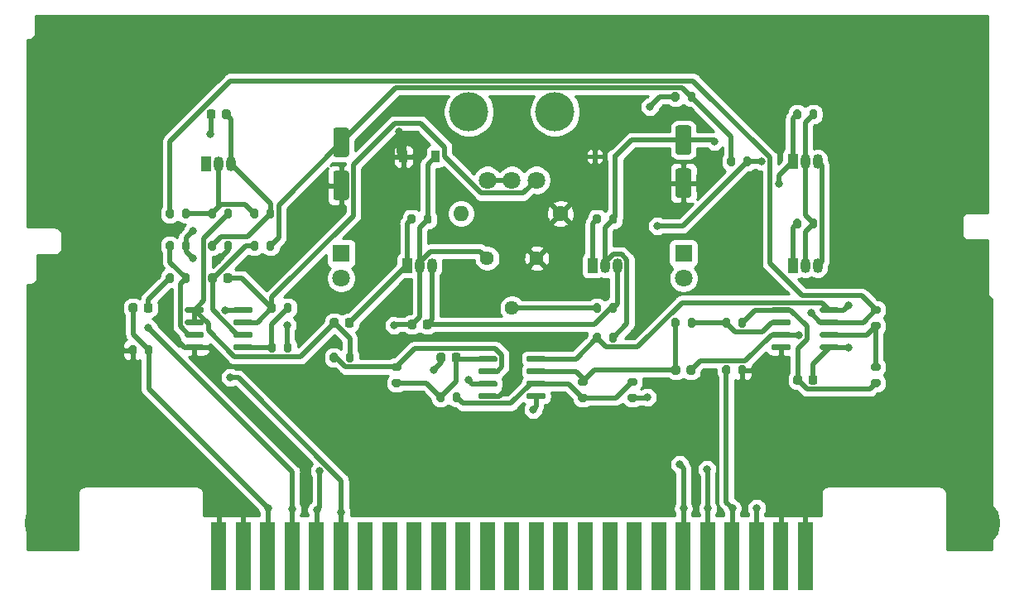
<source format=gbr>
G04 #@! TF.GenerationSoftware,KiCad,Pcbnew,(5.1.10)-1*
G04 #@! TF.CreationDate,2021-08-18T22:26:20-05:00*
G04 #@! TF.ProjectId,ConsolePedalPhaserSMT,436f6e73-6f6c-4655-9065-64616c506861,rev?*
G04 #@! TF.SameCoordinates,Original*
G04 #@! TF.FileFunction,Copper,L1,Top*
G04 #@! TF.FilePolarity,Positive*
%FSLAX46Y46*%
G04 Gerber Fmt 4.6, Leading zero omitted, Abs format (unit mm)*
G04 Created by KiCad (PCBNEW (5.1.10)-1) date 2021-08-18 22:26:20*
%MOMM*%
%LPD*%
G01*
G04 APERTURE LIST*
G04 #@! TA.AperFunction,ComponentPad*
%ADD10R,1.800000X1.800000*%
G04 #@! TD*
G04 #@! TA.AperFunction,ComponentPad*
%ADD11C,1.800000*%
G04 #@! TD*
G04 #@! TA.AperFunction,ConnectorPad*
%ADD12R,1.500000X7.000000*%
G04 #@! TD*
G04 #@! TA.AperFunction,ComponentPad*
%ADD13C,5.000000*%
G04 #@! TD*
G04 #@! TA.AperFunction,ComponentPad*
%ADD14C,1.600000*%
G04 #@! TD*
G04 #@! TA.AperFunction,ComponentPad*
%ADD15O,1.600000X1.600000*%
G04 #@! TD*
G04 #@! TA.AperFunction,ComponentPad*
%ADD16R,1.050000X1.500000*%
G04 #@! TD*
G04 #@! TA.AperFunction,ComponentPad*
%ADD17O,1.050000X1.500000*%
G04 #@! TD*
G04 #@! TA.AperFunction,WasherPad*
%ADD18C,4.000000*%
G04 #@! TD*
G04 #@! TA.AperFunction,ComponentPad*
%ADD19C,1.440000*%
G04 #@! TD*
G04 #@! TA.AperFunction,SMDPad,CuDef*
%ADD20R,0.900000X1.200000*%
G04 #@! TD*
G04 #@! TA.AperFunction,SMDPad,CuDef*
%ADD21R,0.600000X0.450000*%
G04 #@! TD*
G04 #@! TA.AperFunction,ViaPad*
%ADD22C,0.800000*%
G04 #@! TD*
G04 #@! TA.AperFunction,Conductor*
%ADD23C,0.500000*%
G04 #@! TD*
G04 #@! TA.AperFunction,Conductor*
%ADD24C,0.254000*%
G04 #@! TD*
G04 #@! TA.AperFunction,Conductor*
%ADD25C,0.100000*%
G04 #@! TD*
G04 APERTURE END LIST*
D10*
G04 #@! TO.P,D3,1*
G04 #@! TO.N,Net-(D3-Pad1)*
X115250000Y-95000000D03*
D11*
G04 #@! TO.P,D3,2*
G04 #@! TO.N,/LEDPower*
X115250000Y-97540000D03*
G04 #@! TD*
G04 #@! TO.P,D4,2*
G04 #@! TO.N,/LEDPower*
X150250000Y-97540000D03*
D10*
G04 #@! TO.P,D4,1*
G04 #@! TO.N,Net-(D3-Pad1)*
X150250000Y-95000000D03*
G04 #@! TD*
D12*
G04 #@! TO.P,J1,1*
G04 #@! TO.N,GND*
X102715000Y-126000000D03*
G04 #@! TO.P,J1,2*
X105215000Y-126000000D03*
G04 #@! TO.P,J1,3*
G04 #@! TO.N,/Input*
X107715000Y-126000000D03*
G04 #@! TO.P,J1,4*
G04 #@! TO.N,/Output*
X110215000Y-126000000D03*
G04 #@! TO.P,J1,5*
G04 #@! TO.N,+9V*
X112715000Y-126000000D03*
G04 #@! TO.P,J1,6*
G04 #@! TO.N,/LEDPower*
X115215000Y-126000000D03*
G04 #@! TO.P,J1,7*
G04 #@! TO.N,N/C*
X117715000Y-126000000D03*
G04 #@! TO.P,J1,8*
X120215000Y-126000000D03*
G04 #@! TO.P,J1,9*
X122715000Y-126000000D03*
G04 #@! TO.P,J1,10*
X125215000Y-126000000D03*
G04 #@! TO.P,J1,11*
X127715000Y-126000000D03*
G04 #@! TO.P,J1,12*
X130215000Y-126000000D03*
G04 #@! TO.P,J1,13*
X132715000Y-126000000D03*
G04 #@! TO.P,J1,14*
X135215000Y-126000000D03*
G04 #@! TO.P,J1,15*
X137715000Y-126000000D03*
G04 #@! TO.P,J1,16*
X140215000Y-126000000D03*
G04 #@! TO.P,J1,17*
X142715000Y-126000000D03*
G04 #@! TO.P,J1,18*
X145215000Y-126000000D03*
G04 #@! TO.P,J1,19*
X147715000Y-126000000D03*
G04 #@! TO.P,J1,20*
G04 #@! TO.N,/LEDPower*
X150215000Y-126000000D03*
G04 #@! TO.P,J1,21*
G04 #@! TO.N,+9V*
X152715000Y-126000000D03*
G04 #@! TO.P,J1,22*
G04 #@! TO.N,/Output*
X155215000Y-126000000D03*
G04 #@! TO.P,J1,23*
G04 #@! TO.N,/Input*
X157715000Y-126000000D03*
G04 #@! TO.P,J1,24*
G04 #@! TO.N,GND*
X160215000Y-126000000D03*
G04 #@! TO.P,J1,25*
X162715000Y-126000000D03*
G04 #@! TD*
D13*
G04 #@! TO.P,H1,1*
G04 #@! TO.N,GND*
X85350000Y-122600000D03*
G04 #@! TD*
G04 #@! TO.P,H2,1*
G04 #@! TO.N,GND*
X180150000Y-122600000D03*
G04 #@! TD*
D14*
G04 #@! TO.P,R29,1*
G04 #@! TO.N,GND*
X137668000Y-90932000D03*
D15*
G04 #@! TO.P,R29,2*
G04 #@! TO.N,Net-(D3-Pad1)*
X127508000Y-90932000D03*
G04 #@! TD*
D16*
G04 #@! TO.P,Q1,1*
G04 #@! TO.N,Net-(C2-Pad1)*
X122000000Y-96270000D03*
D17*
G04 #@! TO.P,Q1,3*
G04 #@! TO.N,/VBIAS*
X124540000Y-96270000D03*
G04 #@! TO.P,Q1,2*
G04 #@! TO.N,+5V*
X123270000Y-96270000D03*
G04 #@! TD*
G04 #@! TO.P,Q2,2*
G04 #@! TO.N,+5V*
X142230000Y-96270000D03*
G04 #@! TO.P,Q2,3*
G04 #@! TO.N,/VBIAS*
X143500000Y-96270000D03*
D16*
G04 #@! TO.P,Q2,1*
G04 #@! TO.N,Net-(C3-Pad1)*
X140960000Y-96270000D03*
G04 #@! TD*
D17*
G04 #@! TO.P,Q3,2*
G04 #@! TO.N,+5V*
X162715000Y-96270000D03*
G04 #@! TO.P,Q3,3*
G04 #@! TO.N,/VBIAS*
X163985000Y-96270000D03*
D16*
G04 #@! TO.P,Q3,1*
G04 #@! TO.N,Net-(C4-Pad1)*
X161445000Y-96270000D03*
G04 #@! TD*
D17*
G04 #@! TO.P,Q4,2*
G04 #@! TO.N,+5V*
X162715000Y-85598000D03*
G04 #@! TO.P,Q4,3*
G04 #@! TO.N,/VBIAS*
X163985000Y-85598000D03*
D16*
G04 #@! TO.P,Q4,1*
G04 #@! TO.N,Net-(C5-Pad1)*
X161445000Y-85598000D03*
G04 #@! TD*
G04 #@! TO.P,Q5,1*
G04 #@! TO.N,+5V*
X101445000Y-85852000D03*
D17*
G04 #@! TO.P,Q5,3*
G04 #@! TO.N,Net-(C6-Pad2)*
X103985000Y-85852000D03*
G04 #@! TO.P,Q5,2*
G04 #@! TO.N,Net-(Q5-Pad2)*
X102715000Y-85852000D03*
G04 #@! TD*
D11*
G04 #@! TO.P,RV1,3*
G04 #@! TO.N,Net-(R23-Pad1)*
X130215000Y-87500000D03*
G04 #@! TO.P,RV1,2*
X132715000Y-87500000D03*
G04 #@! TO.P,RV1,1*
G04 #@! TO.N,Net-(C9-Pad1)*
X135215000Y-87500000D03*
D18*
G04 #@! TO.P,RV1,*
G04 #@! TO.N,*
X128315000Y-80500000D03*
X137115000Y-80500000D03*
G04 #@! TD*
D19*
G04 #@! TO.P,RV2,3*
G04 #@! TO.N,GND*
X135255000Y-95504000D03*
G04 #@! TO.P,RV2,2*
G04 #@! TO.N,Net-(R22-Pad1)*
X132715000Y-100584000D03*
G04 #@! TO.P,RV2,1*
G04 #@! TO.N,+5V*
X130175000Y-95504000D03*
G04 #@! TD*
G04 #@! TO.P,C1,1*
G04 #@! TO.N,Net-(C1-Pad1)*
G04 #@! TA.AperFunction,SMDPad,CuDef*
G36*
G01*
X95967000Y-100334000D02*
X95967000Y-100834000D01*
G75*
G02*
X95742000Y-101059000I-225000J0D01*
G01*
X95292000Y-101059000D01*
G75*
G02*
X95067000Y-100834000I0J225000D01*
G01*
X95067000Y-100334000D01*
G75*
G02*
X95292000Y-100109000I225000J0D01*
G01*
X95742000Y-100109000D01*
G75*
G02*
X95967000Y-100334000I0J-225000D01*
G01*
G37*
G04 #@! TD.AperFunction*
G04 #@! TO.P,C1,2*
G04 #@! TO.N,/Input*
G04 #@! TA.AperFunction,SMDPad,CuDef*
G36*
G01*
X94417000Y-100334000D02*
X94417000Y-100834000D01*
G75*
G02*
X94192000Y-101059000I-225000J0D01*
G01*
X93742000Y-101059000D01*
G75*
G02*
X93517000Y-100834000I0J225000D01*
G01*
X93517000Y-100334000D01*
G75*
G02*
X93742000Y-100109000I225000J0D01*
G01*
X94192000Y-100109000D01*
G75*
G02*
X94417000Y-100334000I0J-225000D01*
G01*
G37*
G04 #@! TD.AperFunction*
G04 #@! TD*
G04 #@! TO.P,C2,1*
G04 #@! TO.N,Net-(C2-Pad1)*
G04 #@! TA.AperFunction,SMDPad,CuDef*
G36*
G01*
X116541000Y-101858000D02*
X116541000Y-102358000D01*
G75*
G02*
X116316000Y-102583000I-225000J0D01*
G01*
X115866000Y-102583000D01*
G75*
G02*
X115641000Y-102358000I0J225000D01*
G01*
X115641000Y-101858000D01*
G75*
G02*
X115866000Y-101633000I225000J0D01*
G01*
X116316000Y-101633000D01*
G75*
G02*
X116541000Y-101858000I0J-225000D01*
G01*
G37*
G04 #@! TD.AperFunction*
G04 #@! TO.P,C2,2*
G04 #@! TO.N,Net-(C2-Pad2)*
G04 #@! TA.AperFunction,SMDPad,CuDef*
G36*
G01*
X114991000Y-101858000D02*
X114991000Y-102358000D01*
G75*
G02*
X114766000Y-102583000I-225000J0D01*
G01*
X114316000Y-102583000D01*
G75*
G02*
X114091000Y-102358000I0J225000D01*
G01*
X114091000Y-101858000D01*
G75*
G02*
X114316000Y-101633000I225000J0D01*
G01*
X114766000Y-101633000D01*
G75*
G02*
X114991000Y-101858000I0J-225000D01*
G01*
G37*
G04 #@! TD.AperFunction*
G04 #@! TD*
G04 #@! TO.P,C3,1*
G04 #@! TO.N,Net-(C3-Pad1)*
G04 #@! TA.AperFunction,SMDPad,CuDef*
G36*
G01*
X125013000Y-105914000D02*
X125013000Y-105414000D01*
G75*
G02*
X125238000Y-105189000I225000J0D01*
G01*
X125688000Y-105189000D01*
G75*
G02*
X125913000Y-105414000I0J-225000D01*
G01*
X125913000Y-105914000D01*
G75*
G02*
X125688000Y-106139000I-225000J0D01*
G01*
X125238000Y-106139000D01*
G75*
G02*
X125013000Y-105914000I0J225000D01*
G01*
G37*
G04 #@! TD.AperFunction*
G04 #@! TO.P,C3,2*
G04 #@! TO.N,Net-(C3-Pad2)*
G04 #@! TA.AperFunction,SMDPad,CuDef*
G36*
G01*
X126563000Y-105914000D02*
X126563000Y-105414000D01*
G75*
G02*
X126788000Y-105189000I225000J0D01*
G01*
X127238000Y-105189000D01*
G75*
G02*
X127463000Y-105414000I0J-225000D01*
G01*
X127463000Y-105914000D01*
G75*
G02*
X127238000Y-106139000I-225000J0D01*
G01*
X126788000Y-106139000D01*
G75*
G02*
X126563000Y-105914000I0J225000D01*
G01*
G37*
G04 #@! TD.AperFunction*
G04 #@! TD*
G04 #@! TO.P,C4,2*
G04 #@! TO.N,Net-(C4-Pad2)*
G04 #@! TA.AperFunction,SMDPad,CuDef*
G36*
G01*
X149925000Y-106684000D02*
X149925000Y-107184000D01*
G75*
G02*
X149700000Y-107409000I-225000J0D01*
G01*
X149250000Y-107409000D01*
G75*
G02*
X149025000Y-107184000I0J225000D01*
G01*
X149025000Y-106684000D01*
G75*
G02*
X149250000Y-106459000I225000J0D01*
G01*
X149700000Y-106459000D01*
G75*
G02*
X149925000Y-106684000I0J-225000D01*
G01*
G37*
G04 #@! TD.AperFunction*
G04 #@! TO.P,C4,1*
G04 #@! TO.N,Net-(C4-Pad1)*
G04 #@! TA.AperFunction,SMDPad,CuDef*
G36*
G01*
X151475000Y-106684000D02*
X151475000Y-107184000D01*
G75*
G02*
X151250000Y-107409000I-225000J0D01*
G01*
X150800000Y-107409000D01*
G75*
G02*
X150575000Y-107184000I0J225000D01*
G01*
X150575000Y-106684000D01*
G75*
G02*
X150800000Y-106459000I225000J0D01*
G01*
X151250000Y-106459000D01*
G75*
G02*
X151475000Y-106684000I0J-225000D01*
G01*
G37*
G04 #@! TD.AperFunction*
G04 #@! TD*
G04 #@! TO.P,C5,2*
G04 #@! TO.N,Net-(C5-Pad2)*
G04 #@! TA.AperFunction,SMDPad,CuDef*
G36*
G01*
X162390000Y-107700000D02*
X162390000Y-108200000D01*
G75*
G02*
X162165000Y-108425000I-225000J0D01*
G01*
X161715000Y-108425000D01*
G75*
G02*
X161490000Y-108200000I0J225000D01*
G01*
X161490000Y-107700000D01*
G75*
G02*
X161715000Y-107475000I225000J0D01*
G01*
X162165000Y-107475000D01*
G75*
G02*
X162390000Y-107700000I0J-225000D01*
G01*
G37*
G04 #@! TD.AperFunction*
G04 #@! TO.P,C5,1*
G04 #@! TO.N,Net-(C5-Pad1)*
G04 #@! TA.AperFunction,SMDPad,CuDef*
G36*
G01*
X163940000Y-107700000D02*
X163940000Y-108200000D01*
G75*
G02*
X163715000Y-108425000I-225000J0D01*
G01*
X163265000Y-108425000D01*
G75*
G02*
X163040000Y-108200000I0J225000D01*
G01*
X163040000Y-107700000D01*
G75*
G02*
X163265000Y-107475000I225000J0D01*
G01*
X163715000Y-107475000D01*
G75*
G02*
X163940000Y-107700000I0J-225000D01*
G01*
G37*
G04 #@! TD.AperFunction*
G04 #@! TD*
G04 #@! TO.P,C6,2*
G04 #@! TO.N,Net-(C6-Pad2)*
G04 #@! TA.AperFunction,SMDPad,CuDef*
G36*
G01*
X103040000Y-81022000D02*
X103040000Y-80522000D01*
G75*
G02*
X103265000Y-80297000I225000J0D01*
G01*
X103715000Y-80297000D01*
G75*
G02*
X103940000Y-80522000I0J-225000D01*
G01*
X103940000Y-81022000D01*
G75*
G02*
X103715000Y-81247000I-225000J0D01*
G01*
X103265000Y-81247000D01*
G75*
G02*
X103040000Y-81022000I0J225000D01*
G01*
G37*
G04 #@! TD.AperFunction*
G04 #@! TO.P,C6,1*
G04 #@! TO.N,/Output*
G04 #@! TA.AperFunction,SMDPad,CuDef*
G36*
G01*
X101490000Y-81022000D02*
X101490000Y-80522000D01*
G75*
G02*
X101715000Y-80297000I225000J0D01*
G01*
X102165000Y-80297000D01*
G75*
G02*
X102390000Y-80522000I0J-225000D01*
G01*
X102390000Y-81022000D01*
G75*
G02*
X102165000Y-81247000I-225000J0D01*
G01*
X101715000Y-81247000D01*
G75*
G02*
X101490000Y-81022000I0J225000D01*
G01*
G37*
G04 #@! TD.AperFunction*
G04 #@! TD*
G04 #@! TO.P,C7,1*
G04 #@! TO.N,+5V*
G04 #@! TA.AperFunction,SMDPad,CuDef*
G36*
G01*
X149700000Y-81898000D02*
X150800000Y-81898000D01*
G75*
G02*
X151050000Y-82148000I0J-250000D01*
G01*
X151050000Y-84648000D01*
G75*
G02*
X150800000Y-84898000I-250000J0D01*
G01*
X149700000Y-84898000D01*
G75*
G02*
X149450000Y-84648000I0J250000D01*
G01*
X149450000Y-82148000D01*
G75*
G02*
X149700000Y-81898000I250000J0D01*
G01*
G37*
G04 #@! TD.AperFunction*
G04 #@! TO.P,C7,2*
G04 #@! TO.N,GND*
G04 #@! TA.AperFunction,SMDPad,CuDef*
G36*
G01*
X149700000Y-86298000D02*
X150800000Y-86298000D01*
G75*
G02*
X151050000Y-86548000I0J-250000D01*
G01*
X151050000Y-89048000D01*
G75*
G02*
X150800000Y-89298000I-250000J0D01*
G01*
X149700000Y-89298000D01*
G75*
G02*
X149450000Y-89048000I0J250000D01*
G01*
X149450000Y-86548000D01*
G75*
G02*
X149700000Y-86298000I250000J0D01*
G01*
G37*
G04 #@! TD.AperFunction*
G04 #@! TD*
G04 #@! TO.P,C8,1*
G04 #@! TO.N,+5V*
G04 #@! TA.AperFunction,SMDPad,CuDef*
G36*
G01*
X122045000Y-102520000D02*
X122045000Y-102020000D01*
G75*
G02*
X122270000Y-101795000I225000J0D01*
G01*
X122720000Y-101795000D01*
G75*
G02*
X122945000Y-102020000I0J-225000D01*
G01*
X122945000Y-102520000D01*
G75*
G02*
X122720000Y-102745000I-225000J0D01*
G01*
X122270000Y-102745000D01*
G75*
G02*
X122045000Y-102520000I0J225000D01*
G01*
G37*
G04 #@! TD.AperFunction*
G04 #@! TO.P,C8,2*
G04 #@! TO.N,/VBIAS*
G04 #@! TA.AperFunction,SMDPad,CuDef*
G36*
G01*
X123595000Y-102520000D02*
X123595000Y-102020000D01*
G75*
G02*
X123820000Y-101795000I225000J0D01*
G01*
X124270000Y-101795000D01*
G75*
G02*
X124495000Y-102020000I0J-225000D01*
G01*
X124495000Y-102520000D01*
G75*
G02*
X124270000Y-102745000I-225000J0D01*
G01*
X123820000Y-102745000D01*
G75*
G02*
X123595000Y-102520000I0J225000D01*
G01*
G37*
G04 #@! TD.AperFunction*
G04 #@! TD*
G04 #@! TO.P,C9,2*
G04 #@! TO.N,Net-(C9-Pad2)*
G04 #@! TA.AperFunction,SMDPad,CuDef*
G36*
G01*
X102545000Y-97286000D02*
X102545000Y-97786000D01*
G75*
G02*
X102320000Y-98011000I-225000J0D01*
G01*
X101870000Y-98011000D01*
G75*
G02*
X101645000Y-97786000I0J225000D01*
G01*
X101645000Y-97286000D01*
G75*
G02*
X101870000Y-97061000I225000J0D01*
G01*
X102320000Y-97061000D01*
G75*
G02*
X102545000Y-97286000I0J-225000D01*
G01*
G37*
G04 #@! TD.AperFunction*
G04 #@! TO.P,C9,1*
G04 #@! TO.N,Net-(C9-Pad1)*
G04 #@! TA.AperFunction,SMDPad,CuDef*
G36*
G01*
X104095000Y-97286000D02*
X104095000Y-97786000D01*
G75*
G02*
X103870000Y-98011000I-225000J0D01*
G01*
X103420000Y-98011000D01*
G75*
G02*
X103195000Y-97786000I0J225000D01*
G01*
X103195000Y-97286000D01*
G75*
G02*
X103420000Y-97061000I225000J0D01*
G01*
X103870000Y-97061000D01*
G75*
G02*
X104095000Y-97286000I0J-225000D01*
G01*
G37*
G04 #@! TD.AperFunction*
G04 #@! TD*
G04 #@! TO.P,C10,2*
G04 #@! TO.N,GND*
G04 #@! TA.AperFunction,SMDPad,CuDef*
G36*
G01*
X114700000Y-86552000D02*
X115800000Y-86552000D01*
G75*
G02*
X116050000Y-86802000I0J-250000D01*
G01*
X116050000Y-89302000D01*
G75*
G02*
X115800000Y-89552000I-250000J0D01*
G01*
X114700000Y-89552000D01*
G75*
G02*
X114450000Y-89302000I0J250000D01*
G01*
X114450000Y-86802000D01*
G75*
G02*
X114700000Y-86552000I250000J0D01*
G01*
G37*
G04 #@! TD.AperFunction*
G04 #@! TO.P,C10,1*
G04 #@! TO.N,Net-(C10-Pad1)*
G04 #@! TA.AperFunction,SMDPad,CuDef*
G36*
G01*
X114700000Y-82152000D02*
X115800000Y-82152000D01*
G75*
G02*
X116050000Y-82402000I0J-250000D01*
G01*
X116050000Y-84902000D01*
G75*
G02*
X115800000Y-85152000I-250000J0D01*
G01*
X114700000Y-85152000D01*
G75*
G02*
X114450000Y-84902000I0J250000D01*
G01*
X114450000Y-82402000D01*
G75*
G02*
X114700000Y-82152000I250000J0D01*
G01*
G37*
G04 #@! TD.AperFunction*
G04 #@! TD*
D20*
G04 #@! TO.P,D1,1*
G04 #@! TO.N,+5V*
X124920000Y-85090000D03*
G04 #@! TO.P,D1,2*
G04 #@! TO.N,GND*
X121620000Y-85090000D03*
G04 #@! TD*
D21*
G04 #@! TO.P,D2,1*
G04 #@! TO.N,+5V*
X143290000Y-85090000D03*
G04 #@! TO.P,D2,2*
G04 #@! TO.N,GND*
X141190000Y-85090000D03*
G04 #@! TD*
G04 #@! TO.P,R1,2*
G04 #@! TO.N,/Input*
G04 #@! TA.AperFunction,SMDPad,CuDef*
G36*
G01*
X95167000Y-105177000D02*
X95167000Y-104627000D01*
G75*
G02*
X95367000Y-104427000I200000J0D01*
G01*
X95767000Y-104427000D01*
G75*
G02*
X95967000Y-104627000I0J-200000D01*
G01*
X95967000Y-105177000D01*
G75*
G02*
X95767000Y-105377000I-200000J0D01*
G01*
X95367000Y-105377000D01*
G75*
G02*
X95167000Y-105177000I0J200000D01*
G01*
G37*
G04 #@! TD.AperFunction*
G04 #@! TO.P,R1,1*
G04 #@! TO.N,GND*
G04 #@! TA.AperFunction,SMDPad,CuDef*
G36*
G01*
X93517000Y-105177000D02*
X93517000Y-104627000D01*
G75*
G02*
X93717000Y-104427000I200000J0D01*
G01*
X94117000Y-104427000D01*
G75*
G02*
X94317000Y-104627000I0J-200000D01*
G01*
X94317000Y-105177000D01*
G75*
G02*
X94117000Y-105377000I-200000J0D01*
G01*
X93717000Y-105377000D01*
G75*
G02*
X93517000Y-105177000I0J200000D01*
G01*
G37*
G04 #@! TD.AperFunction*
G04 #@! TD*
G04 #@! TO.P,R2,1*
G04 #@! TO.N,Net-(C1-Pad1)*
G04 #@! TA.AperFunction,SMDPad,CuDef*
G36*
G01*
X97327000Y-97811000D02*
X97327000Y-97261000D01*
G75*
G02*
X97527000Y-97061000I200000J0D01*
G01*
X97927000Y-97061000D01*
G75*
G02*
X98127000Y-97261000I0J-200000D01*
G01*
X98127000Y-97811000D01*
G75*
G02*
X97927000Y-98011000I-200000J0D01*
G01*
X97527000Y-98011000D01*
G75*
G02*
X97327000Y-97811000I0J200000D01*
G01*
G37*
G04 #@! TD.AperFunction*
G04 #@! TO.P,R2,2*
G04 #@! TO.N,Net-(R2-Pad2)*
G04 #@! TA.AperFunction,SMDPad,CuDef*
G36*
G01*
X98977000Y-97811000D02*
X98977000Y-97261000D01*
G75*
G02*
X99177000Y-97061000I200000J0D01*
G01*
X99577000Y-97061000D01*
G75*
G02*
X99777000Y-97261000I0J-200000D01*
G01*
X99777000Y-97811000D01*
G75*
G02*
X99577000Y-98011000I-200000J0D01*
G01*
X99177000Y-98011000D01*
G75*
G02*
X98977000Y-97811000I0J200000D01*
G01*
G37*
G04 #@! TD.AperFunction*
G04 #@! TD*
G04 #@! TO.P,R3,2*
G04 #@! TO.N,Net-(R2-Pad2)*
G04 #@! TA.AperFunction,SMDPad,CuDef*
G36*
G01*
X98127000Y-93959000D02*
X98127000Y-94509000D01*
G75*
G02*
X97927000Y-94709000I-200000J0D01*
G01*
X97527000Y-94709000D01*
G75*
G02*
X97327000Y-94509000I0J200000D01*
G01*
X97327000Y-93959000D01*
G75*
G02*
X97527000Y-93759000I200000J0D01*
G01*
X97927000Y-93759000D01*
G75*
G02*
X98127000Y-93959000I0J-200000D01*
G01*
G37*
G04 #@! TD.AperFunction*
G04 #@! TO.P,R3,1*
G04 #@! TO.N,+5V*
G04 #@! TA.AperFunction,SMDPad,CuDef*
G36*
G01*
X99777000Y-93959000D02*
X99777000Y-94509000D01*
G75*
G02*
X99577000Y-94709000I-200000J0D01*
G01*
X99177000Y-94709000D01*
G75*
G02*
X98977000Y-94509000I0J200000D01*
G01*
X98977000Y-93959000D01*
G75*
G02*
X99177000Y-93759000I200000J0D01*
G01*
X99577000Y-93759000D01*
G75*
G02*
X99777000Y-93959000I0J-200000D01*
G01*
G37*
G04 #@! TD.AperFunction*
G04 #@! TD*
G04 #@! TO.P,R4,1*
G04 #@! TO.N,Net-(C2-Pad2)*
G04 #@! TA.AperFunction,SMDPad,CuDef*
G36*
G01*
X116541000Y-105389000D02*
X116541000Y-105939000D01*
G75*
G02*
X116341000Y-106139000I-200000J0D01*
G01*
X115941000Y-106139000D01*
G75*
G02*
X115741000Y-105939000I0J200000D01*
G01*
X115741000Y-105389000D01*
G75*
G02*
X115941000Y-105189000I200000J0D01*
G01*
X116341000Y-105189000D01*
G75*
G02*
X116541000Y-105389000I0J-200000D01*
G01*
G37*
G04 #@! TD.AperFunction*
G04 #@! TO.P,R4,2*
G04 #@! TO.N,Net-(R4-Pad2)*
G04 #@! TA.AperFunction,SMDPad,CuDef*
G36*
G01*
X114891000Y-105389000D02*
X114891000Y-105939000D01*
G75*
G02*
X114691000Y-106139000I-200000J0D01*
G01*
X114291000Y-106139000D01*
G75*
G02*
X114091000Y-105939000I0J200000D01*
G01*
X114091000Y-105389000D01*
G75*
G02*
X114291000Y-105189000I200000J0D01*
G01*
X114691000Y-105189000D01*
G75*
G02*
X114891000Y-105389000I0J-200000D01*
G01*
G37*
G04 #@! TD.AperFunction*
G04 #@! TD*
G04 #@! TO.P,R5,2*
G04 #@! TO.N,Net-(C3-Pad2)*
G04 #@! TA.AperFunction,SMDPad,CuDef*
G36*
G01*
X120629000Y-107867000D02*
X121179000Y-107867000D01*
G75*
G02*
X121379000Y-108067000I0J-200000D01*
G01*
X121379000Y-108467000D01*
G75*
G02*
X121179000Y-108667000I-200000J0D01*
G01*
X120629000Y-108667000D01*
G75*
G02*
X120429000Y-108467000I0J200000D01*
G01*
X120429000Y-108067000D01*
G75*
G02*
X120629000Y-107867000I200000J0D01*
G01*
G37*
G04 #@! TD.AperFunction*
G04 #@! TO.P,R5,1*
G04 #@! TO.N,Net-(R4-Pad2)*
G04 #@! TA.AperFunction,SMDPad,CuDef*
G36*
G01*
X120629000Y-106217000D02*
X121179000Y-106217000D01*
G75*
G02*
X121379000Y-106417000I0J-200000D01*
G01*
X121379000Y-106817000D01*
G75*
G02*
X121179000Y-107017000I-200000J0D01*
G01*
X120629000Y-107017000D01*
G75*
G02*
X120429000Y-106817000I0J200000D01*
G01*
X120429000Y-106417000D01*
G75*
G02*
X120629000Y-106217000I200000J0D01*
G01*
G37*
G04 #@! TD.AperFunction*
G04 #@! TD*
G04 #@! TO.P,R6,1*
G04 #@! TO.N,Net-(C2-Pad1)*
G04 #@! TA.AperFunction,SMDPad,CuDef*
G36*
G01*
X122045000Y-91775000D02*
X122045000Y-91225000D01*
G75*
G02*
X122245000Y-91025000I200000J0D01*
G01*
X122645000Y-91025000D01*
G75*
G02*
X122845000Y-91225000I0J-200000D01*
G01*
X122845000Y-91775000D01*
G75*
G02*
X122645000Y-91975000I-200000J0D01*
G01*
X122245000Y-91975000D01*
G75*
G02*
X122045000Y-91775000I0J200000D01*
G01*
G37*
G04 #@! TD.AperFunction*
G04 #@! TO.P,R6,2*
G04 #@! TO.N,+5V*
G04 #@! TA.AperFunction,SMDPad,CuDef*
G36*
G01*
X123695000Y-91775000D02*
X123695000Y-91225000D01*
G75*
G02*
X123895000Y-91025000I200000J0D01*
G01*
X124295000Y-91025000D01*
G75*
G02*
X124495000Y-91225000I0J-200000D01*
G01*
X124495000Y-91775000D01*
G75*
G02*
X124295000Y-91975000I-200000J0D01*
G01*
X123895000Y-91975000D01*
G75*
G02*
X123695000Y-91775000I0J200000D01*
G01*
G37*
G04 #@! TD.AperFunction*
G04 #@! TD*
G04 #@! TO.P,R7,1*
G04 #@! TO.N,Net-(C3-Pad1)*
G04 #@! TA.AperFunction,SMDPad,CuDef*
G36*
G01*
X141005000Y-91775000D02*
X141005000Y-91225000D01*
G75*
G02*
X141205000Y-91025000I200000J0D01*
G01*
X141605000Y-91025000D01*
G75*
G02*
X141805000Y-91225000I0J-200000D01*
G01*
X141805000Y-91775000D01*
G75*
G02*
X141605000Y-91975000I-200000J0D01*
G01*
X141205000Y-91975000D01*
G75*
G02*
X141005000Y-91775000I0J200000D01*
G01*
G37*
G04 #@! TD.AperFunction*
G04 #@! TO.P,R7,2*
G04 #@! TO.N,+5V*
G04 #@! TA.AperFunction,SMDPad,CuDef*
G36*
G01*
X142655000Y-91775000D02*
X142655000Y-91225000D01*
G75*
G02*
X142855000Y-91025000I200000J0D01*
G01*
X143255000Y-91025000D01*
G75*
G02*
X143455000Y-91225000I0J-200000D01*
G01*
X143455000Y-91775000D01*
G75*
G02*
X143255000Y-91975000I-200000J0D01*
G01*
X142855000Y-91975000D01*
G75*
G02*
X142655000Y-91775000I0J200000D01*
G01*
G37*
G04 #@! TD.AperFunction*
G04 #@! TD*
G04 #@! TO.P,R8,2*
G04 #@! TO.N,Net-(R28-Pad1)*
G04 #@! TA.AperFunction,SMDPad,CuDef*
G36*
G01*
X126663000Y-110003000D02*
X126663000Y-109453000D01*
G75*
G02*
X126863000Y-109253000I200000J0D01*
G01*
X127263000Y-109253000D01*
G75*
G02*
X127463000Y-109453000I0J-200000D01*
G01*
X127463000Y-110003000D01*
G75*
G02*
X127263000Y-110203000I-200000J0D01*
G01*
X126863000Y-110203000D01*
G75*
G02*
X126663000Y-110003000I0J200000D01*
G01*
G37*
G04 #@! TD.AperFunction*
G04 #@! TO.P,R8,1*
G04 #@! TO.N,Net-(C3-Pad2)*
G04 #@! TA.AperFunction,SMDPad,CuDef*
G36*
G01*
X125013000Y-110003000D02*
X125013000Y-109453000D01*
G75*
G02*
X125213000Y-109253000I200000J0D01*
G01*
X125613000Y-109253000D01*
G75*
G02*
X125813000Y-109453000I0J-200000D01*
G01*
X125813000Y-110003000D01*
G75*
G02*
X125613000Y-110203000I-200000J0D01*
G01*
X125213000Y-110203000D01*
G75*
G02*
X125013000Y-110003000I0J200000D01*
G01*
G37*
G04 #@! TD.AperFunction*
G04 #@! TD*
G04 #@! TO.P,R9,1*
G04 #@! TO.N,Net-(R28-Pad1)*
G04 #@! TA.AperFunction,SMDPad,CuDef*
G36*
G01*
X140229000Y-110191000D02*
X139679000Y-110191000D01*
G75*
G02*
X139479000Y-109991000I0J200000D01*
G01*
X139479000Y-109591000D01*
G75*
G02*
X139679000Y-109391000I200000J0D01*
G01*
X140229000Y-109391000D01*
G75*
G02*
X140429000Y-109591000I0J-200000D01*
G01*
X140429000Y-109991000D01*
G75*
G02*
X140229000Y-110191000I-200000J0D01*
G01*
G37*
G04 #@! TD.AperFunction*
G04 #@! TO.P,R9,2*
G04 #@! TO.N,Net-(C4-Pad2)*
G04 #@! TA.AperFunction,SMDPad,CuDef*
G36*
G01*
X140229000Y-108541000D02*
X139679000Y-108541000D01*
G75*
G02*
X139479000Y-108341000I0J200000D01*
G01*
X139479000Y-107941000D01*
G75*
G02*
X139679000Y-107741000I200000J0D01*
G01*
X140229000Y-107741000D01*
G75*
G02*
X140429000Y-107941000I0J-200000D01*
G01*
X140429000Y-108341000D01*
G75*
G02*
X140229000Y-108541000I-200000J0D01*
G01*
G37*
G04 #@! TD.AperFunction*
G04 #@! TD*
G04 #@! TO.P,R10,2*
G04 #@! TO.N,Net-(R10-Pad2)*
G04 #@! TA.AperFunction,SMDPad,CuDef*
G36*
G01*
X150675000Y-102383000D02*
X150675000Y-101833000D01*
G75*
G02*
X150875000Y-101633000I200000J0D01*
G01*
X151275000Y-101633000D01*
G75*
G02*
X151475000Y-101833000I0J-200000D01*
G01*
X151475000Y-102383000D01*
G75*
G02*
X151275000Y-102583000I-200000J0D01*
G01*
X150875000Y-102583000D01*
G75*
G02*
X150675000Y-102383000I0J200000D01*
G01*
G37*
G04 #@! TD.AperFunction*
G04 #@! TO.P,R10,1*
G04 #@! TO.N,Net-(C4-Pad2)*
G04 #@! TA.AperFunction,SMDPad,CuDef*
G36*
G01*
X149025000Y-102383000D02*
X149025000Y-101833000D01*
G75*
G02*
X149225000Y-101633000I200000J0D01*
G01*
X149625000Y-101633000D01*
G75*
G02*
X149825000Y-101833000I0J-200000D01*
G01*
X149825000Y-102383000D01*
G75*
G02*
X149625000Y-102583000I-200000J0D01*
G01*
X149225000Y-102583000D01*
G75*
G02*
X149025000Y-102383000I0J200000D01*
G01*
G37*
G04 #@! TD.AperFunction*
G04 #@! TD*
G04 #@! TO.P,R11,2*
G04 #@! TO.N,+5V*
G04 #@! TA.AperFunction,SMDPad,CuDef*
G36*
G01*
X163140000Y-92223000D02*
X163140000Y-91673000D01*
G75*
G02*
X163340000Y-91473000I200000J0D01*
G01*
X163740000Y-91473000D01*
G75*
G02*
X163940000Y-91673000I0J-200000D01*
G01*
X163940000Y-92223000D01*
G75*
G02*
X163740000Y-92423000I-200000J0D01*
G01*
X163340000Y-92423000D01*
G75*
G02*
X163140000Y-92223000I0J200000D01*
G01*
G37*
G04 #@! TD.AperFunction*
G04 #@! TO.P,R11,1*
G04 #@! TO.N,Net-(C4-Pad1)*
G04 #@! TA.AperFunction,SMDPad,CuDef*
G36*
G01*
X161490000Y-92223000D02*
X161490000Y-91673000D01*
G75*
G02*
X161690000Y-91473000I200000J0D01*
G01*
X162090000Y-91473000D01*
G75*
G02*
X162290000Y-91673000I0J-200000D01*
G01*
X162290000Y-92223000D01*
G75*
G02*
X162090000Y-92423000I-200000J0D01*
G01*
X161690000Y-92423000D01*
G75*
G02*
X161490000Y-92223000I0J200000D01*
G01*
G37*
G04 #@! TD.AperFunction*
G04 #@! TD*
G04 #@! TO.P,R12,1*
G04 #@! TO.N,Net-(R10-Pad2)*
G04 #@! TA.AperFunction,SMDPad,CuDef*
G36*
G01*
X154223000Y-102383000D02*
X154223000Y-101833000D01*
G75*
G02*
X154423000Y-101633000I200000J0D01*
G01*
X154823000Y-101633000D01*
G75*
G02*
X155023000Y-101833000I0J-200000D01*
G01*
X155023000Y-102383000D01*
G75*
G02*
X154823000Y-102583000I-200000J0D01*
G01*
X154423000Y-102583000D01*
G75*
G02*
X154223000Y-102383000I0J200000D01*
G01*
G37*
G04 #@! TD.AperFunction*
G04 #@! TO.P,R12,2*
G04 #@! TO.N,Net-(C5-Pad2)*
G04 #@! TA.AperFunction,SMDPad,CuDef*
G36*
G01*
X155873000Y-102383000D02*
X155873000Y-101833000D01*
G75*
G02*
X156073000Y-101633000I200000J0D01*
G01*
X156473000Y-101633000D01*
G75*
G02*
X156673000Y-101833000I0J-200000D01*
G01*
X156673000Y-102383000D01*
G75*
G02*
X156473000Y-102583000I-200000J0D01*
G01*
X156073000Y-102583000D01*
G75*
G02*
X155873000Y-102383000I0J200000D01*
G01*
G37*
G04 #@! TD.AperFunction*
G04 #@! TD*
G04 #@! TO.P,R13,2*
G04 #@! TO.N,Net-(R13-Pad2)*
G04 #@! TA.AperFunction,SMDPad,CuDef*
G36*
G01*
X170201000Y-107017000D02*
X169651000Y-107017000D01*
G75*
G02*
X169451000Y-106817000I0J200000D01*
G01*
X169451000Y-106417000D01*
G75*
G02*
X169651000Y-106217000I200000J0D01*
G01*
X170201000Y-106217000D01*
G75*
G02*
X170401000Y-106417000I0J-200000D01*
G01*
X170401000Y-106817000D01*
G75*
G02*
X170201000Y-107017000I-200000J0D01*
G01*
G37*
G04 #@! TD.AperFunction*
G04 #@! TO.P,R13,1*
G04 #@! TO.N,Net-(C5-Pad2)*
G04 #@! TA.AperFunction,SMDPad,CuDef*
G36*
G01*
X170201000Y-108667000D02*
X169651000Y-108667000D01*
G75*
G02*
X169451000Y-108467000I0J200000D01*
G01*
X169451000Y-108067000D01*
G75*
G02*
X169651000Y-107867000I200000J0D01*
G01*
X170201000Y-107867000D01*
G75*
G02*
X170401000Y-108067000I0J-200000D01*
G01*
X170401000Y-108467000D01*
G75*
G02*
X170201000Y-108667000I-200000J0D01*
G01*
G37*
G04 #@! TD.AperFunction*
G04 #@! TD*
G04 #@! TO.P,R14,1*
G04 #@! TO.N,Net-(R13-Pad2)*
G04 #@! TA.AperFunction,SMDPad,CuDef*
G36*
G01*
X170201000Y-102825000D02*
X169651000Y-102825000D01*
G75*
G02*
X169451000Y-102625000I0J200000D01*
G01*
X169451000Y-102225000D01*
G75*
G02*
X169651000Y-102025000I200000J0D01*
G01*
X170201000Y-102025000D01*
G75*
G02*
X170401000Y-102225000I0J-200000D01*
G01*
X170401000Y-102625000D01*
G75*
G02*
X170201000Y-102825000I-200000J0D01*
G01*
G37*
G04 #@! TD.AperFunction*
G04 #@! TO.P,R14,2*
G04 #@! TO.N,Net-(R14-Pad2)*
G04 #@! TA.AperFunction,SMDPad,CuDef*
G36*
G01*
X170201000Y-101175000D02*
X169651000Y-101175000D01*
G75*
G02*
X169451000Y-100975000I0J200000D01*
G01*
X169451000Y-100575000D01*
G75*
G02*
X169651000Y-100375000I200000J0D01*
G01*
X170201000Y-100375000D01*
G75*
G02*
X170401000Y-100575000I0J-200000D01*
G01*
X170401000Y-100975000D01*
G75*
G02*
X170201000Y-101175000I-200000J0D01*
G01*
G37*
G04 #@! TD.AperFunction*
G04 #@! TD*
G04 #@! TO.P,R15,1*
G04 #@! TO.N,Net-(C5-Pad1)*
G04 #@! TA.AperFunction,SMDPad,CuDef*
G36*
G01*
X161490000Y-81047000D02*
X161490000Y-80497000D01*
G75*
G02*
X161690000Y-80297000I200000J0D01*
G01*
X162090000Y-80297000D01*
G75*
G02*
X162290000Y-80497000I0J-200000D01*
G01*
X162290000Y-81047000D01*
G75*
G02*
X162090000Y-81247000I-200000J0D01*
G01*
X161690000Y-81247000D01*
G75*
G02*
X161490000Y-81047000I0J200000D01*
G01*
G37*
G04 #@! TD.AperFunction*
G04 #@! TO.P,R15,2*
G04 #@! TO.N,+5V*
G04 #@! TA.AperFunction,SMDPad,CuDef*
G36*
G01*
X163140000Y-81047000D02*
X163140000Y-80497000D01*
G75*
G02*
X163340000Y-80297000I200000J0D01*
G01*
X163740000Y-80297000D01*
G75*
G02*
X163940000Y-80497000I0J-200000D01*
G01*
X163940000Y-81047000D01*
G75*
G02*
X163740000Y-81247000I-200000J0D01*
G01*
X163340000Y-81247000D01*
G75*
G02*
X163140000Y-81047000I0J200000D01*
G01*
G37*
G04 #@! TD.AperFunction*
G04 #@! TD*
G04 #@! TO.P,R16,1*
G04 #@! TO.N,Net-(C2-Pad2)*
G04 #@! TA.AperFunction,SMDPad,CuDef*
G36*
G01*
X104095000Y-90657000D02*
X104095000Y-91207000D01*
G75*
G02*
X103895000Y-91407000I-200000J0D01*
G01*
X103495000Y-91407000D01*
G75*
G02*
X103295000Y-91207000I0J200000D01*
G01*
X103295000Y-90657000D01*
G75*
G02*
X103495000Y-90457000I200000J0D01*
G01*
X103895000Y-90457000D01*
G75*
G02*
X104095000Y-90657000I0J-200000D01*
G01*
G37*
G04 #@! TD.AperFunction*
G04 #@! TO.P,R16,2*
G04 #@! TO.N,Net-(Q5-Pad2)*
G04 #@! TA.AperFunction,SMDPad,CuDef*
G36*
G01*
X102445000Y-90657000D02*
X102445000Y-91207000D01*
G75*
G02*
X102245000Y-91407000I-200000J0D01*
G01*
X101845000Y-91407000D01*
G75*
G02*
X101645000Y-91207000I0J200000D01*
G01*
X101645000Y-90657000D01*
G75*
G02*
X101845000Y-90457000I200000J0D01*
G01*
X102245000Y-90457000D01*
G75*
G02*
X102445000Y-90657000I0J-200000D01*
G01*
G37*
G04 #@! TD.AperFunction*
G04 #@! TD*
G04 #@! TO.P,R17,2*
G04 #@! TO.N,Net-(Q5-Pad2)*
G04 #@! TA.AperFunction,SMDPad,CuDef*
G36*
G01*
X98977000Y-91207000D02*
X98977000Y-90657000D01*
G75*
G02*
X99177000Y-90457000I200000J0D01*
G01*
X99577000Y-90457000D01*
G75*
G02*
X99777000Y-90657000I0J-200000D01*
G01*
X99777000Y-91207000D01*
G75*
G02*
X99577000Y-91407000I-200000J0D01*
G01*
X99177000Y-91407000D01*
G75*
G02*
X98977000Y-91207000I0J200000D01*
G01*
G37*
G04 #@! TD.AperFunction*
G04 #@! TO.P,R17,1*
G04 #@! TO.N,Net-(R14-Pad2)*
G04 #@! TA.AperFunction,SMDPad,CuDef*
G36*
G01*
X97327000Y-91207000D02*
X97327000Y-90657000D01*
G75*
G02*
X97527000Y-90457000I200000J0D01*
G01*
X97927000Y-90457000D01*
G75*
G02*
X98127000Y-90657000I0J-200000D01*
G01*
X98127000Y-91207000D01*
G75*
G02*
X97927000Y-91407000I-200000J0D01*
G01*
X97527000Y-91407000D01*
G75*
G02*
X97327000Y-91207000I0J200000D01*
G01*
G37*
G04 #@! TD.AperFunction*
G04 #@! TD*
G04 #@! TO.P,R18,2*
G04 #@! TO.N,GND*
G04 #@! TA.AperFunction,SMDPad,CuDef*
G36*
G01*
X103295000Y-94509000D02*
X103295000Y-93959000D01*
G75*
G02*
X103495000Y-93759000I200000J0D01*
G01*
X103895000Y-93759000D01*
G75*
G02*
X104095000Y-93959000I0J-200000D01*
G01*
X104095000Y-94509000D01*
G75*
G02*
X103895000Y-94709000I-200000J0D01*
G01*
X103495000Y-94709000D01*
G75*
G02*
X103295000Y-94509000I0J200000D01*
G01*
G37*
G04 #@! TD.AperFunction*
G04 #@! TO.P,R18,1*
G04 #@! TO.N,Net-(C6-Pad2)*
G04 #@! TA.AperFunction,SMDPad,CuDef*
G36*
G01*
X101645000Y-94509000D02*
X101645000Y-93959000D01*
G75*
G02*
X101845000Y-93759000I200000J0D01*
G01*
X102245000Y-93759000D01*
G75*
G02*
X102445000Y-93959000I0J-200000D01*
G01*
X102445000Y-94509000D01*
G75*
G02*
X102245000Y-94709000I-200000J0D01*
G01*
X101845000Y-94709000D01*
G75*
G02*
X101645000Y-94509000I0J200000D01*
G01*
G37*
G04 #@! TD.AperFunction*
G04 #@! TD*
G04 #@! TO.P,R19,1*
G04 #@! TO.N,/Output*
G04 #@! TA.AperFunction,SMDPad,CuDef*
G36*
G01*
X154223000Y-107209000D02*
X154223000Y-106659000D01*
G75*
G02*
X154423000Y-106459000I200000J0D01*
G01*
X154823000Y-106459000D01*
G75*
G02*
X155023000Y-106659000I0J-200000D01*
G01*
X155023000Y-107209000D01*
G75*
G02*
X154823000Y-107409000I-200000J0D01*
G01*
X154423000Y-107409000D01*
G75*
G02*
X154223000Y-107209000I0J200000D01*
G01*
G37*
G04 #@! TD.AperFunction*
G04 #@! TO.P,R19,2*
G04 #@! TO.N,GND*
G04 #@! TA.AperFunction,SMDPad,CuDef*
G36*
G01*
X155873000Y-107209000D02*
X155873000Y-106659000D01*
G75*
G02*
X156073000Y-106459000I200000J0D01*
G01*
X156473000Y-106459000D01*
G75*
G02*
X156673000Y-106659000I0J-200000D01*
G01*
X156673000Y-107209000D01*
G75*
G02*
X156473000Y-107409000I-200000J0D01*
G01*
X156073000Y-107409000D01*
G75*
G02*
X155873000Y-107209000I0J200000D01*
G01*
G37*
G04 #@! TD.AperFunction*
G04 #@! TD*
G04 #@! TO.P,R20,2*
G04 #@! TO.N,+5V*
G04 #@! TA.AperFunction,SMDPad,CuDef*
G36*
G01*
X142665000Y-103907000D02*
X142665000Y-103357000D01*
G75*
G02*
X142865000Y-103157000I200000J0D01*
G01*
X143265000Y-103157000D01*
G75*
G02*
X143465000Y-103357000I0J-200000D01*
G01*
X143465000Y-103907000D01*
G75*
G02*
X143265000Y-104107000I-200000J0D01*
G01*
X142865000Y-104107000D01*
G75*
G02*
X142665000Y-103907000I0J200000D01*
G01*
G37*
G04 #@! TD.AperFunction*
G04 #@! TO.P,R20,1*
G04 #@! TO.N,+9V*
G04 #@! TA.AperFunction,SMDPad,CuDef*
G36*
G01*
X141015000Y-103907000D02*
X141015000Y-103357000D01*
G75*
G02*
X141215000Y-103157000I200000J0D01*
G01*
X141615000Y-103157000D01*
G75*
G02*
X141815000Y-103357000I0J-200000D01*
G01*
X141815000Y-103907000D01*
G75*
G02*
X141615000Y-104107000I-200000J0D01*
G01*
X141215000Y-104107000D01*
G75*
G02*
X141015000Y-103907000I0J200000D01*
G01*
G37*
G04 #@! TD.AperFunction*
G04 #@! TD*
G04 #@! TO.P,R21,1*
G04 #@! TO.N,/VBIAS*
G04 #@! TA.AperFunction,SMDPad,CuDef*
G36*
G01*
X157181000Y-85323000D02*
X157181000Y-85873000D01*
G75*
G02*
X156981000Y-86073000I-200000J0D01*
G01*
X156581000Y-86073000D01*
G75*
G02*
X156381000Y-85873000I0J200000D01*
G01*
X156381000Y-85323000D01*
G75*
G02*
X156581000Y-85123000I200000J0D01*
G01*
X156981000Y-85123000D01*
G75*
G02*
X157181000Y-85323000I0J-200000D01*
G01*
G37*
G04 #@! TD.AperFunction*
G04 #@! TO.P,R21,2*
G04 #@! TO.N,Net-(C10-Pad1)*
G04 #@! TA.AperFunction,SMDPad,CuDef*
G36*
G01*
X155531000Y-85323000D02*
X155531000Y-85873000D01*
G75*
G02*
X155331000Y-86073000I-200000J0D01*
G01*
X154931000Y-86073000D01*
G75*
G02*
X154731000Y-85873000I0J200000D01*
G01*
X154731000Y-85323000D01*
G75*
G02*
X154931000Y-85123000I200000J0D01*
G01*
X155331000Y-85123000D01*
G75*
G02*
X155531000Y-85323000I0J-200000D01*
G01*
G37*
G04 #@! TD.AperFunction*
G04 #@! TD*
G04 #@! TO.P,R22,2*
G04 #@! TO.N,/VBIAS*
G04 #@! TA.AperFunction,SMDPad,CuDef*
G36*
G01*
X142655000Y-100859000D02*
X142655000Y-100309000D01*
G75*
G02*
X142855000Y-100109000I200000J0D01*
G01*
X143255000Y-100109000D01*
G75*
G02*
X143455000Y-100309000I0J-200000D01*
G01*
X143455000Y-100859000D01*
G75*
G02*
X143255000Y-101059000I-200000J0D01*
G01*
X142855000Y-101059000D01*
G75*
G02*
X142655000Y-100859000I0J200000D01*
G01*
G37*
G04 #@! TD.AperFunction*
G04 #@! TO.P,R22,1*
G04 #@! TO.N,Net-(R22-Pad1)*
G04 #@! TA.AperFunction,SMDPad,CuDef*
G36*
G01*
X141005000Y-100859000D02*
X141005000Y-100309000D01*
G75*
G02*
X141205000Y-100109000I200000J0D01*
G01*
X141605000Y-100109000D01*
G75*
G02*
X141805000Y-100309000I0J-200000D01*
G01*
X141805000Y-100859000D01*
G75*
G02*
X141605000Y-101059000I-200000J0D01*
G01*
X141205000Y-101059000D01*
G75*
G02*
X141005000Y-100859000I0J200000D01*
G01*
G37*
G04 #@! TD.AperFunction*
G04 #@! TD*
G04 #@! TO.P,R23,1*
G04 #@! TO.N,Net-(R23-Pad1)*
G04 #@! TA.AperFunction,SMDPad,CuDef*
G36*
G01*
X149025000Y-79269000D02*
X149025000Y-78719000D01*
G75*
G02*
X149225000Y-78519000I200000J0D01*
G01*
X149625000Y-78519000D01*
G75*
G02*
X149825000Y-78719000I0J-200000D01*
G01*
X149825000Y-79269000D01*
G75*
G02*
X149625000Y-79469000I-200000J0D01*
G01*
X149225000Y-79469000D01*
G75*
G02*
X149025000Y-79269000I0J200000D01*
G01*
G37*
G04 #@! TD.AperFunction*
G04 #@! TO.P,R23,2*
G04 #@! TO.N,Net-(C10-Pad1)*
G04 #@! TA.AperFunction,SMDPad,CuDef*
G36*
G01*
X150675000Y-79269000D02*
X150675000Y-78719000D01*
G75*
G02*
X150875000Y-78519000I200000J0D01*
G01*
X151275000Y-78519000D01*
G75*
G02*
X151475000Y-78719000I0J-200000D01*
G01*
X151475000Y-79269000D01*
G75*
G02*
X151275000Y-79469000I-200000J0D01*
G01*
X150875000Y-79469000D01*
G75*
G02*
X150675000Y-79269000I0J200000D01*
G01*
G37*
G04 #@! TD.AperFunction*
G04 #@! TD*
G04 #@! TO.P,R24,2*
G04 #@! TO.N,Net-(C10-Pad1)*
G04 #@! TA.AperFunction,SMDPad,CuDef*
G36*
G01*
X107613000Y-94509000D02*
X107613000Y-93959000D01*
G75*
G02*
X107813000Y-93759000I200000J0D01*
G01*
X108213000Y-93759000D01*
G75*
G02*
X108413000Y-93959000I0J-200000D01*
G01*
X108413000Y-94509000D01*
G75*
G02*
X108213000Y-94709000I-200000J0D01*
G01*
X107813000Y-94709000D01*
G75*
G02*
X107613000Y-94509000I0J200000D01*
G01*
G37*
G04 #@! TD.AperFunction*
G04 #@! TO.P,R24,1*
G04 #@! TO.N,Net-(C9-Pad2)*
G04 #@! TA.AperFunction,SMDPad,CuDef*
G36*
G01*
X105963000Y-94509000D02*
X105963000Y-93959000D01*
G75*
G02*
X106163000Y-93759000I200000J0D01*
G01*
X106563000Y-93759000D01*
G75*
G02*
X106763000Y-93959000I0J-200000D01*
G01*
X106763000Y-94509000D01*
G75*
G02*
X106563000Y-94709000I-200000J0D01*
G01*
X106163000Y-94709000D01*
G75*
G02*
X105963000Y-94509000I0J200000D01*
G01*
G37*
G04 #@! TD.AperFunction*
G04 #@! TD*
G04 #@! TO.P,R25,2*
G04 #@! TO.N,Net-(R25-Pad2)*
G04 #@! TA.AperFunction,SMDPad,CuDef*
G36*
G01*
X109391000Y-100859000D02*
X109391000Y-100309000D01*
G75*
G02*
X109591000Y-100109000I200000J0D01*
G01*
X109991000Y-100109000D01*
G75*
G02*
X110191000Y-100309000I0J-200000D01*
G01*
X110191000Y-100859000D01*
G75*
G02*
X109991000Y-101059000I-200000J0D01*
G01*
X109591000Y-101059000D01*
G75*
G02*
X109391000Y-100859000I0J200000D01*
G01*
G37*
G04 #@! TD.AperFunction*
G04 #@! TO.P,R25,1*
G04 #@! TO.N,Net-(C9-Pad1)*
G04 #@! TA.AperFunction,SMDPad,CuDef*
G36*
G01*
X107741000Y-100859000D02*
X107741000Y-100309000D01*
G75*
G02*
X107941000Y-100109000I200000J0D01*
G01*
X108341000Y-100109000D01*
G75*
G02*
X108541000Y-100309000I0J-200000D01*
G01*
X108541000Y-100859000D01*
G75*
G02*
X108341000Y-101059000I-200000J0D01*
G01*
X107941000Y-101059000D01*
G75*
G02*
X107741000Y-100859000I0J200000D01*
G01*
G37*
G04 #@! TD.AperFunction*
G04 #@! TD*
G04 #@! TO.P,R26,1*
G04 #@! TO.N,Net-(R25-Pad2)*
G04 #@! TA.AperFunction,SMDPad,CuDef*
G36*
G01*
X107741000Y-104923000D02*
X107741000Y-104373000D01*
G75*
G02*
X107941000Y-104173000I200000J0D01*
G01*
X108341000Y-104173000D01*
G75*
G02*
X108541000Y-104373000I0J-200000D01*
G01*
X108541000Y-104923000D01*
G75*
G02*
X108341000Y-105123000I-200000J0D01*
G01*
X107941000Y-105123000D01*
G75*
G02*
X107741000Y-104923000I0J200000D01*
G01*
G37*
G04 #@! TD.AperFunction*
G04 #@! TO.P,R26,2*
G04 #@! TO.N,+5V*
G04 #@! TA.AperFunction,SMDPad,CuDef*
G36*
G01*
X109391000Y-104923000D02*
X109391000Y-104373000D01*
G75*
G02*
X109591000Y-104173000I200000J0D01*
G01*
X109991000Y-104173000D01*
G75*
G02*
X110191000Y-104373000I0J-200000D01*
G01*
X110191000Y-104923000D01*
G75*
G02*
X109991000Y-105123000I-200000J0D01*
G01*
X109591000Y-105123000D01*
G75*
G02*
X109391000Y-104923000I0J200000D01*
G01*
G37*
G04 #@! TD.AperFunction*
G04 #@! TD*
G04 #@! TO.P,R27,1*
G04 #@! TO.N,Net-(Q5-Pad2)*
G04 #@! TA.AperFunction,SMDPad,CuDef*
G36*
G01*
X105963000Y-91207000D02*
X105963000Y-90657000D01*
G75*
G02*
X106163000Y-90457000I200000J0D01*
G01*
X106563000Y-90457000D01*
G75*
G02*
X106763000Y-90657000I0J-200000D01*
G01*
X106763000Y-91207000D01*
G75*
G02*
X106563000Y-91407000I-200000J0D01*
G01*
X106163000Y-91407000D01*
G75*
G02*
X105963000Y-91207000I0J200000D01*
G01*
G37*
G04 #@! TD.AperFunction*
G04 #@! TO.P,R27,2*
G04 #@! TO.N,Net-(C6-Pad2)*
G04 #@! TA.AperFunction,SMDPad,CuDef*
G36*
G01*
X107613000Y-91207000D02*
X107613000Y-90657000D01*
G75*
G02*
X107813000Y-90457000I200000J0D01*
G01*
X108213000Y-90457000D01*
G75*
G02*
X108413000Y-90657000I0J-200000D01*
G01*
X108413000Y-91207000D01*
G75*
G02*
X108213000Y-91407000I-200000J0D01*
G01*
X107813000Y-91407000D01*
G75*
G02*
X107613000Y-91207000I0J200000D01*
G01*
G37*
G04 #@! TD.AperFunction*
G04 #@! TD*
G04 #@! TO.P,R28,2*
G04 #@! TO.N,Net-(R14-Pad2)*
G04 #@! TA.AperFunction,SMDPad,CuDef*
G36*
G01*
X144759000Y-109391000D02*
X145309000Y-109391000D01*
G75*
G02*
X145509000Y-109591000I0J-200000D01*
G01*
X145509000Y-109991000D01*
G75*
G02*
X145309000Y-110191000I-200000J0D01*
G01*
X144759000Y-110191000D01*
G75*
G02*
X144559000Y-109991000I0J200000D01*
G01*
X144559000Y-109591000D01*
G75*
G02*
X144759000Y-109391000I200000J0D01*
G01*
G37*
G04 #@! TD.AperFunction*
G04 #@! TO.P,R28,1*
G04 #@! TO.N,Net-(R28-Pad1)*
G04 #@! TA.AperFunction,SMDPad,CuDef*
G36*
G01*
X144759000Y-107741000D02*
X145309000Y-107741000D01*
G75*
G02*
X145509000Y-107941000I0J-200000D01*
G01*
X145509000Y-108341000D01*
G75*
G02*
X145309000Y-108541000I-200000J0D01*
G01*
X144759000Y-108541000D01*
G75*
G02*
X144559000Y-108341000I0J200000D01*
G01*
X144559000Y-107941000D01*
G75*
G02*
X144759000Y-107741000I200000J0D01*
G01*
G37*
G04 #@! TD.AperFunction*
G04 #@! TD*
G04 #@! TO.P,U1,1*
G04 #@! TO.N,Net-(C2-Pad2)*
G04 #@! TA.AperFunction,SMDPad,CuDef*
G36*
G01*
X99265000Y-100941000D02*
X99265000Y-100641000D01*
G75*
G02*
X99415000Y-100491000I150000J0D01*
G01*
X101065000Y-100491000D01*
G75*
G02*
X101215000Y-100641000I0J-150000D01*
G01*
X101215000Y-100941000D01*
G75*
G02*
X101065000Y-101091000I-150000J0D01*
G01*
X99415000Y-101091000D01*
G75*
G02*
X99265000Y-100941000I0J150000D01*
G01*
G37*
G04 #@! TD.AperFunction*
G04 #@! TO.P,U1,2*
G04 #@! TA.AperFunction,SMDPad,CuDef*
G36*
G01*
X99265000Y-102211000D02*
X99265000Y-101911000D01*
G75*
G02*
X99415000Y-101761000I150000J0D01*
G01*
X101065000Y-101761000D01*
G75*
G02*
X101215000Y-101911000I0J-150000D01*
G01*
X101215000Y-102211000D01*
G75*
G02*
X101065000Y-102361000I-150000J0D01*
G01*
X99415000Y-102361000D01*
G75*
G02*
X99265000Y-102211000I0J150000D01*
G01*
G37*
G04 #@! TD.AperFunction*
G04 #@! TO.P,U1,3*
G04 #@! TO.N,Net-(R2-Pad2)*
G04 #@! TA.AperFunction,SMDPad,CuDef*
G36*
G01*
X99265000Y-103481000D02*
X99265000Y-103181000D01*
G75*
G02*
X99415000Y-103031000I150000J0D01*
G01*
X101065000Y-103031000D01*
G75*
G02*
X101215000Y-103181000I0J-150000D01*
G01*
X101215000Y-103481000D01*
G75*
G02*
X101065000Y-103631000I-150000J0D01*
G01*
X99415000Y-103631000D01*
G75*
G02*
X99265000Y-103481000I0J150000D01*
G01*
G37*
G04 #@! TD.AperFunction*
G04 #@! TO.P,U1,4*
G04 #@! TO.N,GND*
G04 #@! TA.AperFunction,SMDPad,CuDef*
G36*
G01*
X99265000Y-104751000D02*
X99265000Y-104451000D01*
G75*
G02*
X99415000Y-104301000I150000J0D01*
G01*
X101065000Y-104301000D01*
G75*
G02*
X101215000Y-104451000I0J-150000D01*
G01*
X101215000Y-104751000D01*
G75*
G02*
X101065000Y-104901000I-150000J0D01*
G01*
X99415000Y-104901000D01*
G75*
G02*
X99265000Y-104751000I0J150000D01*
G01*
G37*
G04 #@! TD.AperFunction*
G04 #@! TO.P,U1,5*
G04 #@! TO.N,Net-(R25-Pad2)*
G04 #@! TA.AperFunction,SMDPad,CuDef*
G36*
G01*
X104215000Y-104751000D02*
X104215000Y-104451000D01*
G75*
G02*
X104365000Y-104301000I150000J0D01*
G01*
X106015000Y-104301000D01*
G75*
G02*
X106165000Y-104451000I0J-150000D01*
G01*
X106165000Y-104751000D01*
G75*
G02*
X106015000Y-104901000I-150000J0D01*
G01*
X104365000Y-104901000D01*
G75*
G02*
X104215000Y-104751000I0J150000D01*
G01*
G37*
G04 #@! TD.AperFunction*
G04 #@! TO.P,U1,6*
G04 #@! TO.N,Net-(C9-Pad2)*
G04 #@! TA.AperFunction,SMDPad,CuDef*
G36*
G01*
X104215000Y-103481000D02*
X104215000Y-103181000D01*
G75*
G02*
X104365000Y-103031000I150000J0D01*
G01*
X106015000Y-103031000D01*
G75*
G02*
X106165000Y-103181000I0J-150000D01*
G01*
X106165000Y-103481000D01*
G75*
G02*
X106015000Y-103631000I-150000J0D01*
G01*
X104365000Y-103631000D01*
G75*
G02*
X104215000Y-103481000I0J150000D01*
G01*
G37*
G04 #@! TD.AperFunction*
G04 #@! TO.P,U1,7*
G04 #@! TO.N,Net-(C9-Pad1)*
G04 #@! TA.AperFunction,SMDPad,CuDef*
G36*
G01*
X104215000Y-102211000D02*
X104215000Y-101911000D01*
G75*
G02*
X104365000Y-101761000I150000J0D01*
G01*
X106015000Y-101761000D01*
G75*
G02*
X106165000Y-101911000I0J-150000D01*
G01*
X106165000Y-102211000D01*
G75*
G02*
X106015000Y-102361000I-150000J0D01*
G01*
X104365000Y-102361000D01*
G75*
G02*
X104215000Y-102211000I0J150000D01*
G01*
G37*
G04 #@! TD.AperFunction*
G04 #@! TO.P,U1,8*
G04 #@! TO.N,+9V*
G04 #@! TA.AperFunction,SMDPad,CuDef*
G36*
G01*
X104215000Y-100941000D02*
X104215000Y-100641000D01*
G75*
G02*
X104365000Y-100491000I150000J0D01*
G01*
X106015000Y-100491000D01*
G75*
G02*
X106165000Y-100641000I0J-150000D01*
G01*
X106165000Y-100941000D01*
G75*
G02*
X106015000Y-101091000I-150000J0D01*
G01*
X104365000Y-101091000D01*
G75*
G02*
X104215000Y-100941000I0J150000D01*
G01*
G37*
G04 #@! TD.AperFunction*
G04 #@! TD*
G04 #@! TO.P,U2,8*
G04 #@! TO.N,+9V*
G04 #@! TA.AperFunction,SMDPad,CuDef*
G36*
G01*
X134215000Y-105941000D02*
X134215000Y-105641000D01*
G75*
G02*
X134365000Y-105491000I150000J0D01*
G01*
X136015000Y-105491000D01*
G75*
G02*
X136165000Y-105641000I0J-150000D01*
G01*
X136165000Y-105941000D01*
G75*
G02*
X136015000Y-106091000I-150000J0D01*
G01*
X134365000Y-106091000D01*
G75*
G02*
X134215000Y-105941000I0J150000D01*
G01*
G37*
G04 #@! TD.AperFunction*
G04 #@! TO.P,U2,7*
G04 #@! TO.N,Net-(C4-Pad2)*
G04 #@! TA.AperFunction,SMDPad,CuDef*
G36*
G01*
X134215000Y-107211000D02*
X134215000Y-106911000D01*
G75*
G02*
X134365000Y-106761000I150000J0D01*
G01*
X136015000Y-106761000D01*
G75*
G02*
X136165000Y-106911000I0J-150000D01*
G01*
X136165000Y-107211000D01*
G75*
G02*
X136015000Y-107361000I-150000J0D01*
G01*
X134365000Y-107361000D01*
G75*
G02*
X134215000Y-107211000I0J150000D01*
G01*
G37*
G04 #@! TD.AperFunction*
G04 #@! TO.P,U2,6*
G04 #@! TO.N,Net-(R28-Pad1)*
G04 #@! TA.AperFunction,SMDPad,CuDef*
G36*
G01*
X134215000Y-108481000D02*
X134215000Y-108181000D01*
G75*
G02*
X134365000Y-108031000I150000J0D01*
G01*
X136015000Y-108031000D01*
G75*
G02*
X136165000Y-108181000I0J-150000D01*
G01*
X136165000Y-108481000D01*
G75*
G02*
X136015000Y-108631000I-150000J0D01*
G01*
X134365000Y-108631000D01*
G75*
G02*
X134215000Y-108481000I0J150000D01*
G01*
G37*
G04 #@! TD.AperFunction*
G04 #@! TO.P,U2,5*
G04 #@! TO.N,Net-(C3-Pad1)*
G04 #@! TA.AperFunction,SMDPad,CuDef*
G36*
G01*
X134215000Y-109751000D02*
X134215000Y-109451000D01*
G75*
G02*
X134365000Y-109301000I150000J0D01*
G01*
X136015000Y-109301000D01*
G75*
G02*
X136165000Y-109451000I0J-150000D01*
G01*
X136165000Y-109751000D01*
G75*
G02*
X136015000Y-109901000I-150000J0D01*
G01*
X134365000Y-109901000D01*
G75*
G02*
X134215000Y-109751000I0J150000D01*
G01*
G37*
G04 #@! TD.AperFunction*
G04 #@! TO.P,U2,4*
G04 #@! TO.N,GND*
G04 #@! TA.AperFunction,SMDPad,CuDef*
G36*
G01*
X129265000Y-109751000D02*
X129265000Y-109451000D01*
G75*
G02*
X129415000Y-109301000I150000J0D01*
G01*
X131065000Y-109301000D01*
G75*
G02*
X131215000Y-109451000I0J-150000D01*
G01*
X131215000Y-109751000D01*
G75*
G02*
X131065000Y-109901000I-150000J0D01*
G01*
X129415000Y-109901000D01*
G75*
G02*
X129265000Y-109751000I0J150000D01*
G01*
G37*
G04 #@! TD.AperFunction*
G04 #@! TO.P,U2,3*
G04 #@! TO.N,Net-(C2-Pad1)*
G04 #@! TA.AperFunction,SMDPad,CuDef*
G36*
G01*
X129265000Y-108481000D02*
X129265000Y-108181000D01*
G75*
G02*
X129415000Y-108031000I150000J0D01*
G01*
X131065000Y-108031000D01*
G75*
G02*
X131215000Y-108181000I0J-150000D01*
G01*
X131215000Y-108481000D01*
G75*
G02*
X131065000Y-108631000I-150000J0D01*
G01*
X129415000Y-108631000D01*
G75*
G02*
X129265000Y-108481000I0J150000D01*
G01*
G37*
G04 #@! TD.AperFunction*
G04 #@! TO.P,U2,2*
G04 #@! TO.N,Net-(R4-Pad2)*
G04 #@! TA.AperFunction,SMDPad,CuDef*
G36*
G01*
X129265000Y-107211000D02*
X129265000Y-106911000D01*
G75*
G02*
X129415000Y-106761000I150000J0D01*
G01*
X131065000Y-106761000D01*
G75*
G02*
X131215000Y-106911000I0J-150000D01*
G01*
X131215000Y-107211000D01*
G75*
G02*
X131065000Y-107361000I-150000J0D01*
G01*
X129415000Y-107361000D01*
G75*
G02*
X129265000Y-107211000I0J150000D01*
G01*
G37*
G04 #@! TD.AperFunction*
G04 #@! TO.P,U2,1*
G04 #@! TO.N,Net-(C3-Pad2)*
G04 #@! TA.AperFunction,SMDPad,CuDef*
G36*
G01*
X129265000Y-105941000D02*
X129265000Y-105641000D01*
G75*
G02*
X129415000Y-105491000I150000J0D01*
G01*
X131065000Y-105491000D01*
G75*
G02*
X131215000Y-105641000I0J-150000D01*
G01*
X131215000Y-105941000D01*
G75*
G02*
X131065000Y-106091000I-150000J0D01*
G01*
X129415000Y-106091000D01*
G75*
G02*
X129265000Y-105941000I0J150000D01*
G01*
G37*
G04 #@! TD.AperFunction*
G04 #@! TD*
G04 #@! TO.P,U3,1*
G04 #@! TO.N,Net-(C5-Pad2)*
G04 #@! TA.AperFunction,SMDPad,CuDef*
G36*
G01*
X159265000Y-100941000D02*
X159265000Y-100641000D01*
G75*
G02*
X159415000Y-100491000I150000J0D01*
G01*
X161065000Y-100491000D01*
G75*
G02*
X161215000Y-100641000I0J-150000D01*
G01*
X161215000Y-100941000D01*
G75*
G02*
X161065000Y-101091000I-150000J0D01*
G01*
X159415000Y-101091000D01*
G75*
G02*
X159265000Y-100941000I0J150000D01*
G01*
G37*
G04 #@! TD.AperFunction*
G04 #@! TO.P,U3,2*
G04 #@! TO.N,Net-(R10-Pad2)*
G04 #@! TA.AperFunction,SMDPad,CuDef*
G36*
G01*
X159265000Y-102211000D02*
X159265000Y-101911000D01*
G75*
G02*
X159415000Y-101761000I150000J0D01*
G01*
X161065000Y-101761000D01*
G75*
G02*
X161215000Y-101911000I0J-150000D01*
G01*
X161215000Y-102211000D01*
G75*
G02*
X161065000Y-102361000I-150000J0D01*
G01*
X159415000Y-102361000D01*
G75*
G02*
X159265000Y-102211000I0J150000D01*
G01*
G37*
G04 #@! TD.AperFunction*
G04 #@! TO.P,U3,3*
G04 #@! TO.N,Net-(C4-Pad1)*
G04 #@! TA.AperFunction,SMDPad,CuDef*
G36*
G01*
X159265000Y-103481000D02*
X159265000Y-103181000D01*
G75*
G02*
X159415000Y-103031000I150000J0D01*
G01*
X161065000Y-103031000D01*
G75*
G02*
X161215000Y-103181000I0J-150000D01*
G01*
X161215000Y-103481000D01*
G75*
G02*
X161065000Y-103631000I-150000J0D01*
G01*
X159415000Y-103631000D01*
G75*
G02*
X159265000Y-103481000I0J150000D01*
G01*
G37*
G04 #@! TD.AperFunction*
G04 #@! TO.P,U3,4*
G04 #@! TO.N,GND*
G04 #@! TA.AperFunction,SMDPad,CuDef*
G36*
G01*
X159265000Y-104751000D02*
X159265000Y-104451000D01*
G75*
G02*
X159415000Y-104301000I150000J0D01*
G01*
X161065000Y-104301000D01*
G75*
G02*
X161215000Y-104451000I0J-150000D01*
G01*
X161215000Y-104751000D01*
G75*
G02*
X161065000Y-104901000I-150000J0D01*
G01*
X159415000Y-104901000D01*
G75*
G02*
X159265000Y-104751000I0J150000D01*
G01*
G37*
G04 #@! TD.AperFunction*
G04 #@! TO.P,U3,5*
G04 #@! TO.N,Net-(C5-Pad1)*
G04 #@! TA.AperFunction,SMDPad,CuDef*
G36*
G01*
X164215000Y-104751000D02*
X164215000Y-104451000D01*
G75*
G02*
X164365000Y-104301000I150000J0D01*
G01*
X166015000Y-104301000D01*
G75*
G02*
X166165000Y-104451000I0J-150000D01*
G01*
X166165000Y-104751000D01*
G75*
G02*
X166015000Y-104901000I-150000J0D01*
G01*
X164365000Y-104901000D01*
G75*
G02*
X164215000Y-104751000I0J150000D01*
G01*
G37*
G04 #@! TD.AperFunction*
G04 #@! TO.P,U3,6*
G04 #@! TO.N,Net-(R13-Pad2)*
G04 #@! TA.AperFunction,SMDPad,CuDef*
G36*
G01*
X164215000Y-103481000D02*
X164215000Y-103181000D01*
G75*
G02*
X164365000Y-103031000I150000J0D01*
G01*
X166015000Y-103031000D01*
G75*
G02*
X166165000Y-103181000I0J-150000D01*
G01*
X166165000Y-103481000D01*
G75*
G02*
X166015000Y-103631000I-150000J0D01*
G01*
X164365000Y-103631000D01*
G75*
G02*
X164215000Y-103481000I0J150000D01*
G01*
G37*
G04 #@! TD.AperFunction*
G04 #@! TO.P,U3,7*
G04 #@! TO.N,Net-(R14-Pad2)*
G04 #@! TA.AperFunction,SMDPad,CuDef*
G36*
G01*
X164215000Y-102211000D02*
X164215000Y-101911000D01*
G75*
G02*
X164365000Y-101761000I150000J0D01*
G01*
X166015000Y-101761000D01*
G75*
G02*
X166165000Y-101911000I0J-150000D01*
G01*
X166165000Y-102211000D01*
G75*
G02*
X166015000Y-102361000I-150000J0D01*
G01*
X164365000Y-102361000D01*
G75*
G02*
X164215000Y-102211000I0J150000D01*
G01*
G37*
G04 #@! TD.AperFunction*
G04 #@! TO.P,U3,8*
G04 #@! TO.N,+9V*
G04 #@! TA.AperFunction,SMDPad,CuDef*
G36*
G01*
X164215000Y-100941000D02*
X164215000Y-100641000D01*
G75*
G02*
X164365000Y-100491000I150000J0D01*
G01*
X166015000Y-100491000D01*
G75*
G02*
X166165000Y-100641000I0J-150000D01*
G01*
X166165000Y-100941000D01*
G75*
G02*
X166015000Y-101091000I-150000J0D01*
G01*
X164365000Y-101091000D01*
G75*
G02*
X164215000Y-100941000I0J150000D01*
G01*
G37*
G04 #@! TD.AperFunction*
G04 #@! TD*
D22*
G04 #@! TO.N,GND*
X105250000Y-120979000D03*
X160250000Y-120988000D03*
X102750000Y-121038000D03*
X162750000Y-120967000D03*
X121158000Y-82550000D03*
X97028000Y-102362000D03*
X102616000Y-95758000D03*
X119380000Y-85598000D03*
X112522000Y-90170000D03*
X132588000Y-108458000D03*
X146050000Y-87376000D03*
X140208000Y-87376000D03*
X112776000Y-99568000D03*
X126492000Y-100076000D03*
G04 #@! TO.N,/LEDPower*
X115250000Y-121454000D03*
X150250000Y-121073000D03*
X149860000Y-116586000D03*
X103886000Y-107696000D03*
G04 #@! TO.N,/Input*
X107750000Y-121066000D03*
X157750000Y-121066000D03*
G04 #@! TO.N,/Output*
X110250000Y-121195000D03*
X155250000Y-121068000D03*
X95504000Y-102616000D03*
X101854000Y-82804000D03*
G04 #@! TO.N,+9V*
X112750000Y-121235000D03*
X152750000Y-121108000D03*
X103378000Y-100838000D03*
X113030000Y-117272969D03*
X152654000Y-117094000D03*
X167132000Y-100330000D03*
G04 #@! TO.N,Net-(C2-Pad1)*
X128270000Y-107950000D03*
G04 #@! TO.N,Net-(C3-Pad1)*
X134874000Y-110998000D03*
X124714000Y-106934000D03*
G04 #@! TO.N,Net-(C5-Pad1)*
X167132000Y-104648000D03*
X160020000Y-87884000D03*
G04 #@! TO.N,Net-(C4-Pad1)*
X162052000Y-103378000D03*
G04 #@! TO.N,+5V*
X153416000Y-83566000D03*
X100076000Y-92710000D03*
X100076000Y-95504000D03*
X109728000Y-102362000D03*
X120650000Y-102362000D03*
G04 #@! TO.N,/VBIAS*
X158242000Y-85598000D03*
X147574000Y-92202000D03*
G04 #@! TO.N,Net-(R14-Pad2)*
X163322000Y-101092000D03*
X146558000Y-109728000D03*
G04 #@! TO.N,Net-(R23-Pad1)*
X146812000Y-80010000D03*
G04 #@! TD*
D23*
G04 #@! TO.N,GND*
X105250000Y-126000000D02*
X105250000Y-120979000D01*
X160250000Y-126000000D02*
X160250000Y-120988000D01*
X102750000Y-126000000D02*
X102750000Y-121038000D01*
X162750000Y-126000000D02*
X162750000Y-120967000D01*
X121158000Y-84628000D02*
X121620000Y-85090000D01*
X121158000Y-82550000D02*
X121158000Y-84628000D01*
X103695000Y-94679000D02*
X102616000Y-95758000D01*
X103695000Y-94234000D02*
X103695000Y-94679000D01*
X131445000Y-109601000D02*
X132588000Y-108458000D01*
X130240000Y-109601000D02*
X131445000Y-109601000D01*
X99267000Y-104601000D02*
X97028000Y-102362000D01*
X100240000Y-104601000D02*
X99267000Y-104601000D01*
G04 #@! TO.N,/LEDPower*
X115250000Y-126000000D02*
X115250000Y-121454000D01*
X150250000Y-126000000D02*
X150250000Y-121073000D01*
X150250000Y-116976000D02*
X149860000Y-116586000D01*
X150250000Y-121073000D02*
X150250000Y-116976000D01*
X104711033Y-107696000D02*
X103886000Y-107696000D01*
X115250000Y-118234967D02*
X104711033Y-107696000D01*
X115250000Y-121454000D02*
X115250000Y-118234967D01*
G04 #@! TO.N,/Input*
X107750000Y-126000000D02*
X107750000Y-121066000D01*
X157750000Y-126000000D02*
X157750000Y-121066000D01*
X157734000Y-121050000D02*
X157750000Y-121066000D01*
X93967000Y-103302000D02*
X95567000Y-104902000D01*
X93967000Y-100584000D02*
X93967000Y-103302000D01*
X95567000Y-108883000D02*
X107750000Y-121066000D01*
X95567000Y-104902000D02*
X95567000Y-108883000D01*
G04 #@! TO.N,/Output*
X110250000Y-126000000D02*
X110250000Y-121195000D01*
X155250000Y-126000000D02*
X155250000Y-121068000D01*
X154623000Y-120441000D02*
X155250000Y-121068000D01*
X154623000Y-106934000D02*
X154623000Y-120441000D01*
X110250000Y-117362000D02*
X95504000Y-102616000D01*
X110250000Y-121195000D02*
X110250000Y-117362000D01*
X101940000Y-82718000D02*
X101854000Y-82804000D01*
X101940000Y-80772000D02*
X101940000Y-82718000D01*
G04 #@! TO.N,+9V*
X112750000Y-126000000D02*
X112750000Y-121235000D01*
X152750000Y-126000000D02*
X152750000Y-121108000D01*
X139256000Y-105791000D02*
X141415000Y-103632000D01*
X135190000Y-105791000D02*
X139256000Y-105791000D01*
X103425000Y-100791000D02*
X103378000Y-100838000D01*
X105190000Y-100791000D02*
X103425000Y-100791000D01*
X113030000Y-120955000D02*
X112750000Y-121235000D01*
X113030000Y-117272969D02*
X113030000Y-120955000D01*
X152750000Y-117190000D02*
X152654000Y-117094000D01*
X152750000Y-121108000D02*
X152750000Y-117190000D01*
X166671000Y-100791000D02*
X167132000Y-100330000D01*
X165190000Y-100791000D02*
X166671000Y-100791000D01*
X150097756Y-100040990D02*
X164439990Y-100040990D01*
X164439990Y-100040990D02*
X165190000Y-100791000D01*
X145581736Y-104557010D02*
X150097756Y-100040990D01*
X142340010Y-104557010D02*
X145581736Y-104557010D01*
X141415000Y-103632000D02*
X142340010Y-104557010D01*
G04 #@! TO.N,Net-(C2-Pad2)*
X100240000Y-102061000D02*
X100240000Y-100791000D01*
X116141000Y-103708000D02*
X114541000Y-102108000D01*
X116141000Y-105664000D02*
X116141000Y-103708000D01*
X101194990Y-99836010D02*
X100240000Y-100791000D01*
X101194990Y-93432010D02*
X101194990Y-99836010D01*
X103695000Y-90932000D02*
X101194990Y-93432010D01*
X111075990Y-105573010D02*
X114541000Y-102108000D01*
X104338466Y-105573010D02*
X111075990Y-105573010D01*
X101665010Y-102899554D02*
X104338466Y-105573010D01*
X101665010Y-102216010D02*
X101665010Y-102899554D01*
X100240000Y-100791000D02*
X101665010Y-102216010D01*
G04 #@! TO.N,Net-(C2-Pad1)*
X122000000Y-91945000D02*
X122445000Y-91500000D01*
X122000000Y-96270000D02*
X122000000Y-91945000D01*
X121929000Y-96270000D02*
X116091000Y-102108000D01*
X122000000Y-96270000D02*
X121929000Y-96270000D01*
X128651000Y-108331000D02*
X128270000Y-107950000D01*
X130240000Y-108331000D02*
X128651000Y-108331000D01*
G04 #@! TO.N,Net-(C3-Pad1)*
X140960000Y-91945000D02*
X141405000Y-91500000D01*
X140960000Y-96270000D02*
X140960000Y-91945000D01*
X135190000Y-110682000D02*
X134874000Y-110998000D01*
X135190000Y-109601000D02*
X135190000Y-110682000D01*
X125463000Y-106185000D02*
X124714000Y-106934000D01*
X125463000Y-105664000D02*
X125463000Y-106185000D01*
G04 #@! TO.N,Net-(C4-Pad2)*
X139274000Y-107061000D02*
X135190000Y-107061000D01*
X139954000Y-107741000D02*
X139274000Y-107061000D01*
X139954000Y-108141000D02*
X139954000Y-107741000D01*
X141161000Y-106934000D02*
X139954000Y-108141000D01*
X149475000Y-106934000D02*
X141161000Y-106934000D01*
X149475000Y-102158000D02*
X149425000Y-102108000D01*
X149475000Y-106934000D02*
X149475000Y-102158000D01*
G04 #@! TO.N,Net-(C5-Pad1)*
X163490000Y-106301000D02*
X165190000Y-104601000D01*
X163490000Y-107950000D02*
X163490000Y-106301000D01*
X161445000Y-81217000D02*
X161445000Y-85598000D01*
X161890000Y-80772000D02*
X161445000Y-81217000D01*
X167085000Y-104601000D02*
X167132000Y-104648000D01*
X165190000Y-104601000D02*
X167085000Y-104601000D01*
X160020000Y-87023000D02*
X161445000Y-85598000D01*
X160020000Y-87884000D02*
X160020000Y-87023000D01*
G04 #@! TO.N,Net-(C1-Pad1)*
X95517000Y-99746000D02*
X97727000Y-97536000D01*
X95517000Y-100584000D02*
X95517000Y-99746000D01*
G04 #@! TO.N,Net-(C3-Pad2)*
X123952000Y-108267000D02*
X125413000Y-109728000D01*
X120904000Y-108267000D02*
X123952000Y-108267000D01*
X127013000Y-108128000D02*
X125413000Y-109728000D01*
X127013000Y-105664000D02*
X127013000Y-108128000D01*
X127140000Y-105791000D02*
X127013000Y-105664000D01*
X130240000Y-105791000D02*
X127140000Y-105791000D01*
G04 #@! TO.N,Net-(C4-Pad1)*
X161445000Y-92393000D02*
X161445000Y-96270000D01*
X161890000Y-91948000D02*
X161445000Y-92393000D01*
X162005000Y-103331000D02*
X162052000Y-103378000D01*
X160240000Y-103331000D02*
X162005000Y-103331000D01*
X159265000Y-103331000D02*
X160240000Y-103331000D01*
X156587010Y-106008990D02*
X159265000Y-103331000D01*
X151950010Y-106008990D02*
X156587010Y-106008990D01*
X151025000Y-106934000D02*
X151950010Y-106008990D01*
G04 #@! TO.N,Net-(C5-Pad2)*
X157590000Y-100791000D02*
X156273000Y-102108000D01*
X160240000Y-100791000D02*
X157590000Y-100791000D01*
X162865010Y-108875010D02*
X161940000Y-107950000D01*
X169317990Y-108875010D02*
X162865010Y-108875010D01*
X169926000Y-108267000D02*
X169317990Y-108875010D01*
X161215000Y-100791000D02*
X160240000Y-100791000D01*
X162902001Y-102478001D02*
X161215000Y-100791000D01*
X162902001Y-103786001D02*
X162902001Y-102478001D01*
X161940000Y-104748002D02*
X162902001Y-103786001D01*
X161940000Y-107950000D02*
X161940000Y-104748002D01*
G04 #@! TO.N,Net-(C6-Pad2)*
X103985000Y-81267000D02*
X103490000Y-80772000D01*
X103985000Y-85852000D02*
X103985000Y-81267000D01*
X108013000Y-89880000D02*
X103985000Y-85852000D01*
X108013000Y-90932000D02*
X108013000Y-89880000D01*
X102970010Y-93308990D02*
X102045000Y-94234000D01*
X105636010Y-93308990D02*
X102970010Y-93308990D01*
X108013000Y-90932000D02*
X105636010Y-93308990D01*
G04 #@! TO.N,+5V*
X162715000Y-92773000D02*
X163540000Y-91948000D01*
X162715000Y-96270000D02*
X162715000Y-92773000D01*
X162715000Y-91123000D02*
X162715000Y-85598000D01*
X163540000Y-91948000D02*
X162715000Y-91123000D01*
X162715000Y-81597000D02*
X163540000Y-80772000D01*
X162715000Y-85598000D02*
X162715000Y-81597000D01*
X153248000Y-83398000D02*
X153416000Y-83566000D01*
X150250000Y-83398000D02*
X153248000Y-83398000D01*
X144982000Y-83398000D02*
X143290000Y-85090000D01*
X150250000Y-83398000D02*
X144982000Y-83398000D01*
X123270000Y-92325000D02*
X123270000Y-96270000D01*
X124095000Y-91500000D02*
X123270000Y-92325000D01*
X124095000Y-85915000D02*
X124920000Y-85090000D01*
X124095000Y-91500000D02*
X124095000Y-85915000D01*
X123270000Y-101495000D02*
X123270000Y-96270000D01*
X122495000Y-102270000D02*
X123270000Y-101495000D01*
X123270000Y-95936128D02*
X123270000Y-96270000D01*
X124422127Y-94784001D02*
X123270000Y-95936128D01*
X129455001Y-94784001D02*
X124422127Y-94784001D01*
X130175000Y-95504000D02*
X129455001Y-94784001D01*
X143096138Y-95069990D02*
X142230000Y-95936128D01*
X143903862Y-95069990D02*
X143096138Y-95069990D01*
X142230000Y-95936128D02*
X142230000Y-96270000D01*
X144475010Y-95641138D02*
X143903862Y-95069990D01*
X144475010Y-102221990D02*
X144475010Y-95641138D01*
X143065000Y-103632000D02*
X144475010Y-102221990D01*
X142230000Y-92325000D02*
X142230000Y-96270000D01*
X143055000Y-91500000D02*
X142230000Y-92325000D01*
X99377000Y-93409000D02*
X100076000Y-92710000D01*
X99377000Y-94234000D02*
X99377000Y-93409000D01*
X99377000Y-94805000D02*
X100076000Y-95504000D01*
X99377000Y-94234000D02*
X99377000Y-94805000D01*
X109728000Y-104585000D02*
X109791000Y-104648000D01*
X109728000Y-102362000D02*
X109728000Y-104585000D01*
X120742000Y-102270000D02*
X120650000Y-102362000D01*
X122495000Y-102270000D02*
X120742000Y-102270000D01*
X143290000Y-91265000D02*
X143055000Y-91500000D01*
X143290000Y-85090000D02*
X143290000Y-91265000D01*
G04 #@! TO.N,/VBIAS*
X164390010Y-86003010D02*
X163985000Y-85598000D01*
X164390010Y-95864990D02*
X164390010Y-86003010D01*
X163985000Y-96270000D02*
X164390010Y-95864990D01*
X156781000Y-85598000D02*
X158242000Y-85598000D01*
X124540000Y-101775000D02*
X124045000Y-102270000D01*
X124540000Y-96270000D02*
X124540000Y-101775000D01*
X143500000Y-100139000D02*
X143500000Y-96270000D01*
X143055000Y-100584000D02*
X143500000Y-100139000D01*
X150177000Y-92202000D02*
X147574000Y-92202000D01*
X156781000Y-85598000D02*
X150177000Y-92202000D01*
X142799254Y-100584000D02*
X143055000Y-100584000D01*
X141113254Y-102270000D02*
X142799254Y-100584000D01*
X124045000Y-102270000D02*
X141113254Y-102270000D01*
G04 #@! TO.N,Net-(C9-Pad2)*
X105517390Y-94234000D02*
X106363000Y-94234000D01*
X102215390Y-97536000D02*
X105517390Y-94234000D01*
X102095000Y-97536000D02*
X102215390Y-97536000D01*
X104636456Y-103331000D02*
X105190000Y-103331000D01*
X102095000Y-100789544D02*
X104636456Y-103331000D01*
X102095000Y-97536000D02*
X102095000Y-100789544D01*
G04 #@! TO.N,Net-(C9-Pad1)*
X106664000Y-102061000D02*
X105190000Y-102061000D01*
X108141000Y-100584000D02*
X106664000Y-102061000D01*
X105093000Y-97536000D02*
X108141000Y-100584000D01*
X103645000Y-97536000D02*
X105093000Y-97536000D01*
X116500010Y-91139988D02*
X108141000Y-99498998D01*
X116500010Y-85949988D02*
X116500010Y-91139988D01*
X120749999Y-81699999D02*
X116500010Y-85949988D01*
X123390001Y-81699999D02*
X120749999Y-81699999D01*
X125820001Y-84129999D02*
X123390001Y-81699999D01*
X129566999Y-88850001D02*
X125820001Y-85103003D01*
X125820001Y-85103003D02*
X125820001Y-84129999D01*
X133864999Y-88850001D02*
X129566999Y-88850001D01*
X108141000Y-99498998D02*
X108141000Y-100584000D01*
X135215000Y-87500000D02*
X133864999Y-88850001D01*
G04 #@! TO.N,Net-(C10-Pad1)*
X155131000Y-83050000D02*
X151075000Y-78994000D01*
X155131000Y-85598000D02*
X155131000Y-83050000D01*
X108863010Y-93383990D02*
X108863010Y-90038990D01*
X108863010Y-90038990D02*
X115250000Y-83652000D01*
X108013000Y-94234000D02*
X108863010Y-93383990D01*
X150130999Y-78049999D02*
X120852001Y-78049999D01*
X120852001Y-78049999D02*
X115250000Y-83652000D01*
X151075000Y-78994000D02*
X150130999Y-78049999D01*
G04 #@! TO.N,Net-(Q5-Pad2)*
X102715000Y-90262000D02*
X102715000Y-85852000D01*
X102045000Y-90932000D02*
X102715000Y-90262000D01*
X102970010Y-90006990D02*
X102045000Y-90932000D01*
X105437990Y-90006990D02*
X102970010Y-90006990D01*
X106363000Y-90932000D02*
X105437990Y-90006990D01*
X99377000Y-90932000D02*
X102045000Y-90932000D01*
G04 #@! TO.N,Net-(R2-Pad2)*
X97727000Y-95886000D02*
X99377000Y-97536000D01*
X97727000Y-94234000D02*
X97727000Y-95886000D01*
X99686456Y-103331000D02*
X100240000Y-103331000D01*
X98814990Y-102459534D02*
X99686456Y-103331000D01*
X98814990Y-98098010D02*
X98814990Y-102459534D01*
X99377000Y-97536000D02*
X98814990Y-98098010D01*
G04 #@! TO.N,Net-(R4-Pad2)*
X114746746Y-105664000D02*
X114491000Y-105664000D01*
X115699746Y-106617000D02*
X114746746Y-105664000D01*
X120904000Y-106617000D02*
X115699746Y-106617000D01*
X122782010Y-104738990D02*
X120904000Y-106617000D01*
X131011534Y-104738990D02*
X122782010Y-104738990D01*
X131665010Y-105392466D02*
X131011534Y-104738990D01*
X131665010Y-106610990D02*
X131665010Y-105392466D01*
X131215000Y-107061000D02*
X131665010Y-106610990D01*
X130240000Y-107061000D02*
X131215000Y-107061000D01*
G04 #@! TO.N,Net-(R28-Pad1)*
X134636456Y-108331000D02*
X135190000Y-108331000D01*
X132616446Y-110351010D02*
X134636456Y-108331000D01*
X127686010Y-110351010D02*
X132616446Y-110351010D01*
X127063000Y-109728000D02*
X127686010Y-110351010D01*
X138494000Y-108331000D02*
X135190000Y-108331000D01*
X139954000Y-109791000D02*
X138494000Y-108331000D01*
X143384000Y-109791000D02*
X145034000Y-108141000D01*
X139954000Y-109791000D02*
X143384000Y-109791000D01*
G04 #@! TO.N,Net-(R10-Pad2)*
X151075000Y-102108000D02*
X154623000Y-102108000D01*
X159265000Y-102061000D02*
X160240000Y-102061000D01*
X158292990Y-103033010D02*
X159265000Y-102061000D01*
X155548010Y-103033010D02*
X158292990Y-103033010D01*
X154623000Y-102108000D02*
X155548010Y-103033010D01*
G04 #@! TO.N,Net-(R13-Pad2)*
X169020000Y-103331000D02*
X165190000Y-103331000D01*
X169926000Y-102425000D02*
X169020000Y-103331000D01*
X169926000Y-106617000D02*
X169926000Y-102425000D01*
G04 #@! TO.N,Net-(R14-Pad2)*
X168640000Y-102061000D02*
X165190000Y-102061000D01*
X169926000Y-100775000D02*
X168640000Y-102061000D01*
X164291000Y-102061000D02*
X163322000Y-101092000D01*
X165190000Y-102061000D02*
X164291000Y-102061000D01*
X146495000Y-109791000D02*
X146558000Y-109728000D01*
X145034000Y-109791000D02*
X146495000Y-109791000D01*
X168491980Y-99340980D02*
X169926000Y-100775000D01*
X162430978Y-99340980D02*
X168491980Y-99340980D01*
X159092001Y-96002003D02*
X162430978Y-99340980D01*
X159092001Y-85189999D02*
X159092001Y-96002003D01*
X103932401Y-77349989D02*
X151251991Y-77349989D01*
X151251991Y-77349989D02*
X159092001Y-85189999D01*
X97727000Y-83555390D02*
X103932401Y-77349989D01*
X97727000Y-90932000D02*
X97727000Y-83555390D01*
G04 #@! TO.N,Net-(R22-Pad1)*
X132715000Y-100584000D02*
X141405000Y-100584000D01*
G04 #@! TO.N,Net-(R23-Pad1)*
X130215000Y-87500000D02*
X132715000Y-87500000D01*
X147828000Y-78994000D02*
X146812000Y-80010000D01*
X149425000Y-78994000D02*
X147828000Y-78994000D01*
G04 #@! TO.N,Net-(R25-Pad2)*
X105237000Y-104648000D02*
X105190000Y-104601000D01*
X108141000Y-104648000D02*
X105237000Y-104648000D01*
X108141000Y-102234000D02*
X109791000Y-100584000D01*
X108141000Y-104648000D02*
X108141000Y-102234000D01*
G04 #@! TD*
D24*
G04 #@! TO.N,GND*
X181323001Y-90823000D02*
X179433252Y-90823000D01*
X179400000Y-90819725D01*
X179366748Y-90823000D01*
X179267285Y-90832796D01*
X179139670Y-90871508D01*
X179022059Y-90934372D01*
X178918973Y-91018973D01*
X178834372Y-91122059D01*
X178771508Y-91239670D01*
X178732796Y-91367285D01*
X178719725Y-91500000D01*
X178723001Y-91533262D01*
X178723000Y-92966747D01*
X178719725Y-93000000D01*
X178732796Y-93132715D01*
X178771508Y-93260330D01*
X178834372Y-93377941D01*
X178918973Y-93481027D01*
X179010219Y-93555911D01*
X179022059Y-93565628D01*
X179139670Y-93628492D01*
X179267285Y-93667204D01*
X179400000Y-93680275D01*
X179433252Y-93677000D01*
X181323000Y-93677000D01*
X181323001Y-98966738D01*
X181319725Y-99000000D01*
X181332796Y-99132715D01*
X181371508Y-99260330D01*
X181434372Y-99377941D01*
X181518973Y-99481027D01*
X181622059Y-99565628D01*
X181739670Y-99628492D01*
X181823001Y-99653770D01*
X181823000Y-125323000D01*
X177177000Y-125323000D01*
X177177000Y-119533252D01*
X177180275Y-119500000D01*
X177167204Y-119367285D01*
X177128492Y-119239670D01*
X177065628Y-119122059D01*
X176981027Y-119018973D01*
X176877941Y-118934372D01*
X176760330Y-118871508D01*
X176632715Y-118832796D01*
X176533252Y-118823000D01*
X176500000Y-118819725D01*
X176466748Y-118823000D01*
X165033252Y-118823000D01*
X165000000Y-118819725D01*
X164966748Y-118823000D01*
X164867285Y-118832796D01*
X164739670Y-118871508D01*
X164622059Y-118934372D01*
X164518973Y-119018973D01*
X164434372Y-119122059D01*
X164371508Y-119239670D01*
X164332796Y-119367285D01*
X164319725Y-119500000D01*
X164323001Y-119533262D01*
X164323001Y-121793000D01*
X158627000Y-121793000D01*
X158627000Y-121602027D01*
X158660115Y-121552467D01*
X158737533Y-121365565D01*
X158777000Y-121167151D01*
X158777000Y-120964849D01*
X158737533Y-120766435D01*
X158660115Y-120579533D01*
X158547723Y-120411326D01*
X158404674Y-120268277D01*
X158236467Y-120155885D01*
X158049565Y-120078467D01*
X157851151Y-120039000D01*
X157648849Y-120039000D01*
X157450435Y-120078467D01*
X157263533Y-120155885D01*
X157095326Y-120268277D01*
X156952277Y-120411326D01*
X156839885Y-120579533D01*
X156762467Y-120766435D01*
X156723000Y-120964849D01*
X156723000Y-121167151D01*
X156762467Y-121365565D01*
X156839885Y-121552467D01*
X156873001Y-121602029D01*
X156873001Y-121793000D01*
X156127000Y-121793000D01*
X156127000Y-121604027D01*
X156160115Y-121554467D01*
X156237533Y-121367565D01*
X156277000Y-121169151D01*
X156277000Y-120966849D01*
X156237533Y-120768435D01*
X156160115Y-120581533D01*
X156047723Y-120413326D01*
X155904674Y-120270277D01*
X155736467Y-120157885D01*
X155549565Y-120080467D01*
X155500000Y-120070608D01*
X155500000Y-107924350D01*
X155518506Y-107939537D01*
X155628820Y-107998502D01*
X155748518Y-108034812D01*
X155873000Y-108047072D01*
X155987250Y-108044000D01*
X156146000Y-107885250D01*
X156146000Y-107061000D01*
X156400000Y-107061000D01*
X156400000Y-107885250D01*
X156558750Y-108044000D01*
X156673000Y-108047072D01*
X156797482Y-108034812D01*
X156917180Y-107998502D01*
X157027494Y-107939537D01*
X157124185Y-107860185D01*
X157203537Y-107763494D01*
X157262502Y-107653180D01*
X157298812Y-107533482D01*
X157311072Y-107409000D01*
X157308000Y-107219750D01*
X157149250Y-107061000D01*
X156400000Y-107061000D01*
X156146000Y-107061000D01*
X156126000Y-107061000D01*
X156126000Y-106885990D01*
X156543931Y-106885990D01*
X156587010Y-106890233D01*
X156630089Y-106885990D01*
X156758932Y-106873300D01*
X156924247Y-106823152D01*
X156954465Y-106807000D01*
X157149250Y-106807000D01*
X157308000Y-106648250D01*
X157309980Y-106526285D01*
X158680928Y-105155338D01*
X158734463Y-105255494D01*
X158813815Y-105352185D01*
X158910506Y-105431537D01*
X159020820Y-105490502D01*
X159140518Y-105526812D01*
X159265000Y-105539072D01*
X159954250Y-105536000D01*
X160113000Y-105377250D01*
X160113000Y-104728000D01*
X160093000Y-104728000D01*
X160093000Y-104474000D01*
X160113000Y-104474000D01*
X160113000Y-104454000D01*
X160367000Y-104454000D01*
X160367000Y-104474000D01*
X160387000Y-104474000D01*
X160387000Y-104728000D01*
X160367000Y-104728000D01*
X160367000Y-105377250D01*
X160525750Y-105536000D01*
X161063001Y-105538395D01*
X161063000Y-107153157D01*
X161004066Y-107224969D01*
X160925053Y-107372793D01*
X160876396Y-107533191D01*
X160859967Y-107700000D01*
X160859967Y-108200000D01*
X160876396Y-108366809D01*
X160925053Y-108527207D01*
X161004066Y-108675031D01*
X161110400Y-108804600D01*
X161239969Y-108910934D01*
X161387793Y-108989947D01*
X161548191Y-109038604D01*
X161715000Y-109055033D01*
X161804768Y-109055033D01*
X162214413Y-109464678D01*
X162241877Y-109498143D01*
X162375418Y-109607737D01*
X162527773Y-109689172D01*
X162693087Y-109739320D01*
X162865010Y-109756253D01*
X162908089Y-109752010D01*
X169274911Y-109752010D01*
X169317990Y-109756253D01*
X169361069Y-109752010D01*
X169489912Y-109739320D01*
X169655227Y-109689172D01*
X169807582Y-109607737D01*
X169941123Y-109498143D01*
X169968586Y-109464679D01*
X170136232Y-109297033D01*
X170201000Y-109297033D01*
X170362931Y-109281084D01*
X170518640Y-109233851D01*
X170662142Y-109157147D01*
X170787922Y-109053922D01*
X170891147Y-108928142D01*
X170967851Y-108784640D01*
X171015084Y-108628931D01*
X171031033Y-108467000D01*
X171031033Y-108067000D01*
X171015084Y-107905069D01*
X170967851Y-107749360D01*
X170891147Y-107605858D01*
X170787922Y-107480078D01*
X170741524Y-107442000D01*
X170787922Y-107403922D01*
X170891147Y-107278142D01*
X170967851Y-107134640D01*
X171015084Y-106978931D01*
X171031033Y-106817000D01*
X171031033Y-106417000D01*
X171015084Y-106255069D01*
X170967851Y-106099360D01*
X170891147Y-105955858D01*
X170803000Y-105848451D01*
X170803000Y-103193549D01*
X170891147Y-103086142D01*
X170967851Y-102942640D01*
X171015084Y-102786931D01*
X171031033Y-102625000D01*
X171031033Y-102225000D01*
X171015084Y-102063069D01*
X170967851Y-101907360D01*
X170891147Y-101763858D01*
X170787922Y-101638078D01*
X170741524Y-101600000D01*
X170787922Y-101561922D01*
X170891147Y-101436142D01*
X170967851Y-101292640D01*
X171015084Y-101136931D01*
X171031033Y-100975000D01*
X171031033Y-100575000D01*
X171015084Y-100413069D01*
X170967851Y-100257360D01*
X170891147Y-100113858D01*
X170787922Y-99988078D01*
X170662142Y-99884853D01*
X170518640Y-99808149D01*
X170362931Y-99760916D01*
X170201000Y-99744967D01*
X170136232Y-99744967D01*
X169142574Y-98751309D01*
X169115113Y-98717847D01*
X168981572Y-98608253D01*
X168829217Y-98526818D01*
X168663902Y-98476670D01*
X168535059Y-98463980D01*
X168491980Y-98459737D01*
X168448901Y-98463980D01*
X162794243Y-98463980D01*
X161979373Y-97649110D01*
X162092913Y-97637927D01*
X162211103Y-97602075D01*
X162278052Y-97566290D01*
X162489170Y-97630332D01*
X162715000Y-97652574D01*
X162940831Y-97630332D01*
X163157984Y-97564459D01*
X163350000Y-97461825D01*
X163542017Y-97564459D01*
X163759170Y-97630332D01*
X163985000Y-97652574D01*
X164210831Y-97630332D01*
X164427984Y-97564459D01*
X164628114Y-97457488D01*
X164803528Y-97313528D01*
X164947488Y-97138114D01*
X165054459Y-96937983D01*
X165120332Y-96720830D01*
X165137000Y-96551594D01*
X165137000Y-96327898D01*
X165204172Y-96202227D01*
X165218622Y-96154593D01*
X165254320Y-96036913D01*
X165271253Y-95864990D01*
X165267010Y-95821911D01*
X165267010Y-86046089D01*
X165271253Y-86003010D01*
X165254320Y-85831087D01*
X165204172Y-85665773D01*
X165187040Y-85633721D01*
X165137000Y-85540102D01*
X165137000Y-85316405D01*
X165120332Y-85147169D01*
X165054459Y-84930016D01*
X164947488Y-84729886D01*
X164803528Y-84554472D01*
X164628113Y-84410512D01*
X164427983Y-84303541D01*
X164210830Y-84237668D01*
X163985000Y-84215426D01*
X163759169Y-84237668D01*
X163592000Y-84288378D01*
X163592000Y-81960265D01*
X163675232Y-81877033D01*
X163740000Y-81877033D01*
X163901931Y-81861084D01*
X164057640Y-81813851D01*
X164201142Y-81737147D01*
X164326922Y-81633922D01*
X164430147Y-81508142D01*
X164506851Y-81364640D01*
X164554084Y-81208931D01*
X164570033Y-81047000D01*
X164570033Y-80497000D01*
X164554084Y-80335069D01*
X164506851Y-80179360D01*
X164430147Y-80035858D01*
X164326922Y-79910078D01*
X164201142Y-79806853D01*
X164057640Y-79730149D01*
X163901931Y-79682916D01*
X163740000Y-79666967D01*
X163340000Y-79666967D01*
X163178069Y-79682916D01*
X163022360Y-79730149D01*
X162878858Y-79806853D01*
X162753078Y-79910078D01*
X162715000Y-79956476D01*
X162676922Y-79910078D01*
X162551142Y-79806853D01*
X162407640Y-79730149D01*
X162251931Y-79682916D01*
X162090000Y-79666967D01*
X161690000Y-79666967D01*
X161528069Y-79682916D01*
X161372360Y-79730149D01*
X161228858Y-79806853D01*
X161103078Y-79910078D01*
X160999853Y-80035858D01*
X160923149Y-80179360D01*
X160875916Y-80335069D01*
X160859967Y-80497000D01*
X160859967Y-80561768D01*
X160855332Y-80566403D01*
X160821867Y-80593867D01*
X160712273Y-80727409D01*
X160654396Y-80835690D01*
X160630838Y-80879764D01*
X160580690Y-81045078D01*
X160563757Y-81217000D01*
X160568000Y-81260080D01*
X160568001Y-84325765D01*
X160474499Y-84402499D01*
X160396147Y-84497972D01*
X160337925Y-84606897D01*
X160302073Y-84725087D01*
X160289967Y-84848000D01*
X160289967Y-85512768D01*
X159969001Y-85833734D01*
X159969001Y-85233068D01*
X159973243Y-85189998D01*
X159969001Y-85146929D01*
X159969001Y-85146920D01*
X159956311Y-85018077D01*
X159906163Y-84852762D01*
X159824728Y-84700407D01*
X159715134Y-84566866D01*
X159681670Y-84539403D01*
X151902588Y-76760321D01*
X151875124Y-76726856D01*
X151741583Y-76617262D01*
X151589228Y-76535827D01*
X151423913Y-76485679D01*
X151295070Y-76472989D01*
X151251991Y-76468746D01*
X151208912Y-76472989D01*
X103975470Y-76472989D01*
X103932400Y-76468747D01*
X103889331Y-76472989D01*
X103889322Y-76472989D01*
X103760479Y-76485679D01*
X103595164Y-76535827D01*
X103442809Y-76617262D01*
X103309268Y-76726856D01*
X103281804Y-76760321D01*
X97137327Y-82904798D01*
X97103868Y-82932257D01*
X97076409Y-82965716D01*
X97076406Y-82965719D01*
X96994274Y-83065798D01*
X96912838Y-83218154D01*
X96862690Y-83383468D01*
X96845757Y-83555390D01*
X96850001Y-83598480D01*
X96850000Y-90179838D01*
X96836853Y-90195858D01*
X96760149Y-90339360D01*
X96712916Y-90495069D01*
X96696967Y-90657000D01*
X96696967Y-91207000D01*
X96712916Y-91368931D01*
X96760149Y-91524640D01*
X96836853Y-91668142D01*
X96940078Y-91793922D01*
X97065858Y-91897147D01*
X97209360Y-91973851D01*
X97365069Y-92021084D01*
X97527000Y-92037033D01*
X97927000Y-92037033D01*
X98088931Y-92021084D01*
X98244640Y-91973851D01*
X98388142Y-91897147D01*
X98513922Y-91793922D01*
X98552000Y-91747524D01*
X98590078Y-91793922D01*
X98715858Y-91897147D01*
X98859360Y-91973851D01*
X99015069Y-92021084D01*
X99177000Y-92037033D01*
X99296570Y-92037033D01*
X99278277Y-92055326D01*
X99165885Y-92223533D01*
X99088467Y-92410435D01*
X99076838Y-92468897D01*
X98787327Y-92758408D01*
X98753868Y-92785867D01*
X98726409Y-92819326D01*
X98726406Y-92819329D01*
X98644274Y-92919408D01*
X98562838Y-93071764D01*
X98512690Y-93237078D01*
X98500480Y-93361046D01*
X98388142Y-93268853D01*
X98244640Y-93192149D01*
X98088931Y-93144916D01*
X97927000Y-93128967D01*
X97527000Y-93128967D01*
X97365069Y-93144916D01*
X97209360Y-93192149D01*
X97065858Y-93268853D01*
X96940078Y-93372078D01*
X96836853Y-93497858D01*
X96760149Y-93641360D01*
X96712916Y-93797069D01*
X96696967Y-93959000D01*
X96696967Y-94509000D01*
X96712916Y-94670931D01*
X96760149Y-94826640D01*
X96836853Y-94970142D01*
X96850000Y-94986162D01*
X96850001Y-95842911D01*
X96845757Y-95886000D01*
X96862690Y-96057922D01*
X96912838Y-96223236D01*
X96994274Y-96375592D01*
X97076406Y-96475671D01*
X97076409Y-96475674D01*
X97103868Y-96509133D01*
X97134419Y-96534206D01*
X97065858Y-96570853D01*
X96940078Y-96674078D01*
X96836853Y-96799858D01*
X96760149Y-96943360D01*
X96712916Y-97099069D01*
X96696967Y-97261000D01*
X96696967Y-97325767D01*
X94927327Y-99095408D01*
X94893868Y-99122867D01*
X94866409Y-99156326D01*
X94866406Y-99156329D01*
X94784274Y-99256408D01*
X94702838Y-99408764D01*
X94652690Y-99574078D01*
X94648824Y-99613334D01*
X94519207Y-99544053D01*
X94358809Y-99495396D01*
X94192000Y-99478967D01*
X93742000Y-99478967D01*
X93575191Y-99495396D01*
X93414793Y-99544053D01*
X93266969Y-99623066D01*
X93137400Y-99729400D01*
X93031066Y-99858969D01*
X92952053Y-100006793D01*
X92903396Y-100167191D01*
X92886967Y-100334000D01*
X92886967Y-100834000D01*
X92903396Y-101000809D01*
X92952053Y-101161207D01*
X93031066Y-101309031D01*
X93090000Y-101380843D01*
X93090001Y-103258911D01*
X93085757Y-103302000D01*
X93102690Y-103473922D01*
X93152838Y-103639236D01*
X93234274Y-103791592D01*
X93272214Y-103837822D01*
X93162506Y-103896463D01*
X93065815Y-103975815D01*
X92986463Y-104072506D01*
X92927498Y-104182820D01*
X92891188Y-104302518D01*
X92878928Y-104427000D01*
X92882000Y-104616250D01*
X93040750Y-104775000D01*
X93790000Y-104775000D01*
X93790000Y-104755000D01*
X94044000Y-104755000D01*
X94044000Y-104775000D01*
X94064000Y-104775000D01*
X94064000Y-105029000D01*
X94044000Y-105029000D01*
X94044000Y-105853250D01*
X94202750Y-106012000D01*
X94317000Y-106015072D01*
X94441482Y-106002812D01*
X94561180Y-105966502D01*
X94671494Y-105907537D01*
X94690000Y-105892349D01*
X94690001Y-108839911D01*
X94685757Y-108883000D01*
X94702690Y-109054922D01*
X94752838Y-109220236D01*
X94834274Y-109372592D01*
X94916406Y-109472671D01*
X94916409Y-109472674D01*
X94943868Y-109506133D01*
X94977327Y-109533592D01*
X106750838Y-121307104D01*
X106762467Y-121365565D01*
X106839885Y-121552467D01*
X106873001Y-121602029D01*
X106873001Y-121793000D01*
X101177000Y-121793000D01*
X101177000Y-119533252D01*
X101180275Y-119500000D01*
X101167204Y-119367285D01*
X101128492Y-119239670D01*
X101065628Y-119122059D01*
X100981027Y-119018973D01*
X100877941Y-118934372D01*
X100760330Y-118871508D01*
X100632715Y-118832796D01*
X100533252Y-118823000D01*
X100500000Y-118819725D01*
X100466748Y-118823000D01*
X89033252Y-118823000D01*
X89000000Y-118819725D01*
X88966748Y-118823000D01*
X88867285Y-118832796D01*
X88739670Y-118871508D01*
X88622059Y-118934372D01*
X88518973Y-119018973D01*
X88434372Y-119122059D01*
X88371508Y-119239670D01*
X88332796Y-119367285D01*
X88319725Y-119500000D01*
X88323000Y-119533252D01*
X88323001Y-125323000D01*
X83177000Y-125323000D01*
X83177000Y-105377000D01*
X92878928Y-105377000D01*
X92891188Y-105501482D01*
X92927498Y-105621180D01*
X92986463Y-105731494D01*
X93065815Y-105828185D01*
X93162506Y-105907537D01*
X93272820Y-105966502D01*
X93392518Y-106002812D01*
X93517000Y-106015072D01*
X93631250Y-106012000D01*
X93790000Y-105853250D01*
X93790000Y-105029000D01*
X93040750Y-105029000D01*
X92882000Y-105187750D01*
X92878928Y-105377000D01*
X83177000Y-105377000D01*
X83177000Y-98177000D01*
X83466748Y-98177000D01*
X83500000Y-98180275D01*
X83533252Y-98177000D01*
X83632715Y-98167204D01*
X83760330Y-98128492D01*
X83877941Y-98065628D01*
X83981027Y-97981027D01*
X84065628Y-97877941D01*
X84128492Y-97760330D01*
X84167204Y-97632715D01*
X84180275Y-97500000D01*
X84177000Y-97466748D01*
X84177000Y-95177000D01*
X85966748Y-95177000D01*
X86000000Y-95180275D01*
X86033252Y-95177000D01*
X86132715Y-95167204D01*
X86260330Y-95128492D01*
X86377941Y-95065628D01*
X86481027Y-94981027D01*
X86565628Y-94877941D01*
X86628492Y-94760330D01*
X86667204Y-94632715D01*
X86680275Y-94500000D01*
X86677000Y-94466748D01*
X86677000Y-93033251D01*
X86680275Y-93000000D01*
X86667204Y-92867285D01*
X86628492Y-92739670D01*
X86565628Y-92622059D01*
X86481027Y-92518973D01*
X86377941Y-92434372D01*
X86260330Y-92371508D01*
X86132715Y-92332796D01*
X86033252Y-92323000D01*
X86000000Y-92319725D01*
X85966748Y-92323000D01*
X83177000Y-92323000D01*
X83177000Y-73177000D01*
X83266748Y-73177000D01*
X83300000Y-73180275D01*
X83333252Y-73177000D01*
X83432715Y-73167204D01*
X83560330Y-73128492D01*
X83677941Y-73065628D01*
X83781027Y-72981027D01*
X83865628Y-72877941D01*
X83928492Y-72760330D01*
X83967204Y-72632715D01*
X83980275Y-72500000D01*
X83977000Y-72466748D01*
X83977000Y-70677000D01*
X181323000Y-70677000D01*
X181323001Y-90823000D01*
G04 #@! TA.AperFunction,Conductor*
D25*
G36*
X181323001Y-90823000D02*
G01*
X179433252Y-90823000D01*
X179400000Y-90819725D01*
X179366748Y-90823000D01*
X179267285Y-90832796D01*
X179139670Y-90871508D01*
X179022059Y-90934372D01*
X178918973Y-91018973D01*
X178834372Y-91122059D01*
X178771508Y-91239670D01*
X178732796Y-91367285D01*
X178719725Y-91500000D01*
X178723001Y-91533262D01*
X178723000Y-92966747D01*
X178719725Y-93000000D01*
X178732796Y-93132715D01*
X178771508Y-93260330D01*
X178834372Y-93377941D01*
X178918973Y-93481027D01*
X179010219Y-93555911D01*
X179022059Y-93565628D01*
X179139670Y-93628492D01*
X179267285Y-93667204D01*
X179400000Y-93680275D01*
X179433252Y-93677000D01*
X181323000Y-93677000D01*
X181323001Y-98966738D01*
X181319725Y-99000000D01*
X181332796Y-99132715D01*
X181371508Y-99260330D01*
X181434372Y-99377941D01*
X181518973Y-99481027D01*
X181622059Y-99565628D01*
X181739670Y-99628492D01*
X181823001Y-99653770D01*
X181823000Y-125323000D01*
X177177000Y-125323000D01*
X177177000Y-119533252D01*
X177180275Y-119500000D01*
X177167204Y-119367285D01*
X177128492Y-119239670D01*
X177065628Y-119122059D01*
X176981027Y-119018973D01*
X176877941Y-118934372D01*
X176760330Y-118871508D01*
X176632715Y-118832796D01*
X176533252Y-118823000D01*
X176500000Y-118819725D01*
X176466748Y-118823000D01*
X165033252Y-118823000D01*
X165000000Y-118819725D01*
X164966748Y-118823000D01*
X164867285Y-118832796D01*
X164739670Y-118871508D01*
X164622059Y-118934372D01*
X164518973Y-119018973D01*
X164434372Y-119122059D01*
X164371508Y-119239670D01*
X164332796Y-119367285D01*
X164319725Y-119500000D01*
X164323001Y-119533262D01*
X164323001Y-121793000D01*
X158627000Y-121793000D01*
X158627000Y-121602027D01*
X158660115Y-121552467D01*
X158737533Y-121365565D01*
X158777000Y-121167151D01*
X158777000Y-120964849D01*
X158737533Y-120766435D01*
X158660115Y-120579533D01*
X158547723Y-120411326D01*
X158404674Y-120268277D01*
X158236467Y-120155885D01*
X158049565Y-120078467D01*
X157851151Y-120039000D01*
X157648849Y-120039000D01*
X157450435Y-120078467D01*
X157263533Y-120155885D01*
X157095326Y-120268277D01*
X156952277Y-120411326D01*
X156839885Y-120579533D01*
X156762467Y-120766435D01*
X156723000Y-120964849D01*
X156723000Y-121167151D01*
X156762467Y-121365565D01*
X156839885Y-121552467D01*
X156873001Y-121602029D01*
X156873001Y-121793000D01*
X156127000Y-121793000D01*
X156127000Y-121604027D01*
X156160115Y-121554467D01*
X156237533Y-121367565D01*
X156277000Y-121169151D01*
X156277000Y-120966849D01*
X156237533Y-120768435D01*
X156160115Y-120581533D01*
X156047723Y-120413326D01*
X155904674Y-120270277D01*
X155736467Y-120157885D01*
X155549565Y-120080467D01*
X155500000Y-120070608D01*
X155500000Y-107924350D01*
X155518506Y-107939537D01*
X155628820Y-107998502D01*
X155748518Y-108034812D01*
X155873000Y-108047072D01*
X155987250Y-108044000D01*
X156146000Y-107885250D01*
X156146000Y-107061000D01*
X156400000Y-107061000D01*
X156400000Y-107885250D01*
X156558750Y-108044000D01*
X156673000Y-108047072D01*
X156797482Y-108034812D01*
X156917180Y-107998502D01*
X157027494Y-107939537D01*
X157124185Y-107860185D01*
X157203537Y-107763494D01*
X157262502Y-107653180D01*
X157298812Y-107533482D01*
X157311072Y-107409000D01*
X157308000Y-107219750D01*
X157149250Y-107061000D01*
X156400000Y-107061000D01*
X156146000Y-107061000D01*
X156126000Y-107061000D01*
X156126000Y-106885990D01*
X156543931Y-106885990D01*
X156587010Y-106890233D01*
X156630089Y-106885990D01*
X156758932Y-106873300D01*
X156924247Y-106823152D01*
X156954465Y-106807000D01*
X157149250Y-106807000D01*
X157308000Y-106648250D01*
X157309980Y-106526285D01*
X158680928Y-105155338D01*
X158734463Y-105255494D01*
X158813815Y-105352185D01*
X158910506Y-105431537D01*
X159020820Y-105490502D01*
X159140518Y-105526812D01*
X159265000Y-105539072D01*
X159954250Y-105536000D01*
X160113000Y-105377250D01*
X160113000Y-104728000D01*
X160093000Y-104728000D01*
X160093000Y-104474000D01*
X160113000Y-104474000D01*
X160113000Y-104454000D01*
X160367000Y-104454000D01*
X160367000Y-104474000D01*
X160387000Y-104474000D01*
X160387000Y-104728000D01*
X160367000Y-104728000D01*
X160367000Y-105377250D01*
X160525750Y-105536000D01*
X161063001Y-105538395D01*
X161063000Y-107153157D01*
X161004066Y-107224969D01*
X160925053Y-107372793D01*
X160876396Y-107533191D01*
X160859967Y-107700000D01*
X160859967Y-108200000D01*
X160876396Y-108366809D01*
X160925053Y-108527207D01*
X161004066Y-108675031D01*
X161110400Y-108804600D01*
X161239969Y-108910934D01*
X161387793Y-108989947D01*
X161548191Y-109038604D01*
X161715000Y-109055033D01*
X161804768Y-109055033D01*
X162214413Y-109464678D01*
X162241877Y-109498143D01*
X162375418Y-109607737D01*
X162527773Y-109689172D01*
X162693087Y-109739320D01*
X162865010Y-109756253D01*
X162908089Y-109752010D01*
X169274911Y-109752010D01*
X169317990Y-109756253D01*
X169361069Y-109752010D01*
X169489912Y-109739320D01*
X169655227Y-109689172D01*
X169807582Y-109607737D01*
X169941123Y-109498143D01*
X169968586Y-109464679D01*
X170136232Y-109297033D01*
X170201000Y-109297033D01*
X170362931Y-109281084D01*
X170518640Y-109233851D01*
X170662142Y-109157147D01*
X170787922Y-109053922D01*
X170891147Y-108928142D01*
X170967851Y-108784640D01*
X171015084Y-108628931D01*
X171031033Y-108467000D01*
X171031033Y-108067000D01*
X171015084Y-107905069D01*
X170967851Y-107749360D01*
X170891147Y-107605858D01*
X170787922Y-107480078D01*
X170741524Y-107442000D01*
X170787922Y-107403922D01*
X170891147Y-107278142D01*
X170967851Y-107134640D01*
X171015084Y-106978931D01*
X171031033Y-106817000D01*
X171031033Y-106417000D01*
X171015084Y-106255069D01*
X170967851Y-106099360D01*
X170891147Y-105955858D01*
X170803000Y-105848451D01*
X170803000Y-103193549D01*
X170891147Y-103086142D01*
X170967851Y-102942640D01*
X171015084Y-102786931D01*
X171031033Y-102625000D01*
X171031033Y-102225000D01*
X171015084Y-102063069D01*
X170967851Y-101907360D01*
X170891147Y-101763858D01*
X170787922Y-101638078D01*
X170741524Y-101600000D01*
X170787922Y-101561922D01*
X170891147Y-101436142D01*
X170967851Y-101292640D01*
X171015084Y-101136931D01*
X171031033Y-100975000D01*
X171031033Y-100575000D01*
X171015084Y-100413069D01*
X170967851Y-100257360D01*
X170891147Y-100113858D01*
X170787922Y-99988078D01*
X170662142Y-99884853D01*
X170518640Y-99808149D01*
X170362931Y-99760916D01*
X170201000Y-99744967D01*
X170136232Y-99744967D01*
X169142574Y-98751309D01*
X169115113Y-98717847D01*
X168981572Y-98608253D01*
X168829217Y-98526818D01*
X168663902Y-98476670D01*
X168535059Y-98463980D01*
X168491980Y-98459737D01*
X168448901Y-98463980D01*
X162794243Y-98463980D01*
X161979373Y-97649110D01*
X162092913Y-97637927D01*
X162211103Y-97602075D01*
X162278052Y-97566290D01*
X162489170Y-97630332D01*
X162715000Y-97652574D01*
X162940831Y-97630332D01*
X163157984Y-97564459D01*
X163350000Y-97461825D01*
X163542017Y-97564459D01*
X163759170Y-97630332D01*
X163985000Y-97652574D01*
X164210831Y-97630332D01*
X164427984Y-97564459D01*
X164628114Y-97457488D01*
X164803528Y-97313528D01*
X164947488Y-97138114D01*
X165054459Y-96937983D01*
X165120332Y-96720830D01*
X165137000Y-96551594D01*
X165137000Y-96327898D01*
X165204172Y-96202227D01*
X165218622Y-96154593D01*
X165254320Y-96036913D01*
X165271253Y-95864990D01*
X165267010Y-95821911D01*
X165267010Y-86046089D01*
X165271253Y-86003010D01*
X165254320Y-85831087D01*
X165204172Y-85665773D01*
X165187040Y-85633721D01*
X165137000Y-85540102D01*
X165137000Y-85316405D01*
X165120332Y-85147169D01*
X165054459Y-84930016D01*
X164947488Y-84729886D01*
X164803528Y-84554472D01*
X164628113Y-84410512D01*
X164427983Y-84303541D01*
X164210830Y-84237668D01*
X163985000Y-84215426D01*
X163759169Y-84237668D01*
X163592000Y-84288378D01*
X163592000Y-81960265D01*
X163675232Y-81877033D01*
X163740000Y-81877033D01*
X163901931Y-81861084D01*
X164057640Y-81813851D01*
X164201142Y-81737147D01*
X164326922Y-81633922D01*
X164430147Y-81508142D01*
X164506851Y-81364640D01*
X164554084Y-81208931D01*
X164570033Y-81047000D01*
X164570033Y-80497000D01*
X164554084Y-80335069D01*
X164506851Y-80179360D01*
X164430147Y-80035858D01*
X164326922Y-79910078D01*
X164201142Y-79806853D01*
X164057640Y-79730149D01*
X163901931Y-79682916D01*
X163740000Y-79666967D01*
X163340000Y-79666967D01*
X163178069Y-79682916D01*
X163022360Y-79730149D01*
X162878858Y-79806853D01*
X162753078Y-79910078D01*
X162715000Y-79956476D01*
X162676922Y-79910078D01*
X162551142Y-79806853D01*
X162407640Y-79730149D01*
X162251931Y-79682916D01*
X162090000Y-79666967D01*
X161690000Y-79666967D01*
X161528069Y-79682916D01*
X161372360Y-79730149D01*
X161228858Y-79806853D01*
X161103078Y-79910078D01*
X160999853Y-80035858D01*
X160923149Y-80179360D01*
X160875916Y-80335069D01*
X160859967Y-80497000D01*
X160859967Y-80561768D01*
X160855332Y-80566403D01*
X160821867Y-80593867D01*
X160712273Y-80727409D01*
X160654396Y-80835690D01*
X160630838Y-80879764D01*
X160580690Y-81045078D01*
X160563757Y-81217000D01*
X160568000Y-81260080D01*
X160568001Y-84325765D01*
X160474499Y-84402499D01*
X160396147Y-84497972D01*
X160337925Y-84606897D01*
X160302073Y-84725087D01*
X160289967Y-84848000D01*
X160289967Y-85512768D01*
X159969001Y-85833734D01*
X159969001Y-85233068D01*
X159973243Y-85189998D01*
X159969001Y-85146929D01*
X159969001Y-85146920D01*
X159956311Y-85018077D01*
X159906163Y-84852762D01*
X159824728Y-84700407D01*
X159715134Y-84566866D01*
X159681670Y-84539403D01*
X151902588Y-76760321D01*
X151875124Y-76726856D01*
X151741583Y-76617262D01*
X151589228Y-76535827D01*
X151423913Y-76485679D01*
X151295070Y-76472989D01*
X151251991Y-76468746D01*
X151208912Y-76472989D01*
X103975470Y-76472989D01*
X103932400Y-76468747D01*
X103889331Y-76472989D01*
X103889322Y-76472989D01*
X103760479Y-76485679D01*
X103595164Y-76535827D01*
X103442809Y-76617262D01*
X103309268Y-76726856D01*
X103281804Y-76760321D01*
X97137327Y-82904798D01*
X97103868Y-82932257D01*
X97076409Y-82965716D01*
X97076406Y-82965719D01*
X96994274Y-83065798D01*
X96912838Y-83218154D01*
X96862690Y-83383468D01*
X96845757Y-83555390D01*
X96850001Y-83598480D01*
X96850000Y-90179838D01*
X96836853Y-90195858D01*
X96760149Y-90339360D01*
X96712916Y-90495069D01*
X96696967Y-90657000D01*
X96696967Y-91207000D01*
X96712916Y-91368931D01*
X96760149Y-91524640D01*
X96836853Y-91668142D01*
X96940078Y-91793922D01*
X97065858Y-91897147D01*
X97209360Y-91973851D01*
X97365069Y-92021084D01*
X97527000Y-92037033D01*
X97927000Y-92037033D01*
X98088931Y-92021084D01*
X98244640Y-91973851D01*
X98388142Y-91897147D01*
X98513922Y-91793922D01*
X98552000Y-91747524D01*
X98590078Y-91793922D01*
X98715858Y-91897147D01*
X98859360Y-91973851D01*
X99015069Y-92021084D01*
X99177000Y-92037033D01*
X99296570Y-92037033D01*
X99278277Y-92055326D01*
X99165885Y-92223533D01*
X99088467Y-92410435D01*
X99076838Y-92468897D01*
X98787327Y-92758408D01*
X98753868Y-92785867D01*
X98726409Y-92819326D01*
X98726406Y-92819329D01*
X98644274Y-92919408D01*
X98562838Y-93071764D01*
X98512690Y-93237078D01*
X98500480Y-93361046D01*
X98388142Y-93268853D01*
X98244640Y-93192149D01*
X98088931Y-93144916D01*
X97927000Y-93128967D01*
X97527000Y-93128967D01*
X97365069Y-93144916D01*
X97209360Y-93192149D01*
X97065858Y-93268853D01*
X96940078Y-93372078D01*
X96836853Y-93497858D01*
X96760149Y-93641360D01*
X96712916Y-93797069D01*
X96696967Y-93959000D01*
X96696967Y-94509000D01*
X96712916Y-94670931D01*
X96760149Y-94826640D01*
X96836853Y-94970142D01*
X96850000Y-94986162D01*
X96850001Y-95842911D01*
X96845757Y-95886000D01*
X96862690Y-96057922D01*
X96912838Y-96223236D01*
X96994274Y-96375592D01*
X97076406Y-96475671D01*
X97076409Y-96475674D01*
X97103868Y-96509133D01*
X97134419Y-96534206D01*
X97065858Y-96570853D01*
X96940078Y-96674078D01*
X96836853Y-96799858D01*
X96760149Y-96943360D01*
X96712916Y-97099069D01*
X96696967Y-97261000D01*
X96696967Y-97325767D01*
X94927327Y-99095408D01*
X94893868Y-99122867D01*
X94866409Y-99156326D01*
X94866406Y-99156329D01*
X94784274Y-99256408D01*
X94702838Y-99408764D01*
X94652690Y-99574078D01*
X94648824Y-99613334D01*
X94519207Y-99544053D01*
X94358809Y-99495396D01*
X94192000Y-99478967D01*
X93742000Y-99478967D01*
X93575191Y-99495396D01*
X93414793Y-99544053D01*
X93266969Y-99623066D01*
X93137400Y-99729400D01*
X93031066Y-99858969D01*
X92952053Y-100006793D01*
X92903396Y-100167191D01*
X92886967Y-100334000D01*
X92886967Y-100834000D01*
X92903396Y-101000809D01*
X92952053Y-101161207D01*
X93031066Y-101309031D01*
X93090000Y-101380843D01*
X93090001Y-103258911D01*
X93085757Y-103302000D01*
X93102690Y-103473922D01*
X93152838Y-103639236D01*
X93234274Y-103791592D01*
X93272214Y-103837822D01*
X93162506Y-103896463D01*
X93065815Y-103975815D01*
X92986463Y-104072506D01*
X92927498Y-104182820D01*
X92891188Y-104302518D01*
X92878928Y-104427000D01*
X92882000Y-104616250D01*
X93040750Y-104775000D01*
X93790000Y-104775000D01*
X93790000Y-104755000D01*
X94044000Y-104755000D01*
X94044000Y-104775000D01*
X94064000Y-104775000D01*
X94064000Y-105029000D01*
X94044000Y-105029000D01*
X94044000Y-105853250D01*
X94202750Y-106012000D01*
X94317000Y-106015072D01*
X94441482Y-106002812D01*
X94561180Y-105966502D01*
X94671494Y-105907537D01*
X94690000Y-105892349D01*
X94690001Y-108839911D01*
X94685757Y-108883000D01*
X94702690Y-109054922D01*
X94752838Y-109220236D01*
X94834274Y-109372592D01*
X94916406Y-109472671D01*
X94916409Y-109472674D01*
X94943868Y-109506133D01*
X94977327Y-109533592D01*
X106750838Y-121307104D01*
X106762467Y-121365565D01*
X106839885Y-121552467D01*
X106873001Y-121602029D01*
X106873001Y-121793000D01*
X101177000Y-121793000D01*
X101177000Y-119533252D01*
X101180275Y-119500000D01*
X101167204Y-119367285D01*
X101128492Y-119239670D01*
X101065628Y-119122059D01*
X100981027Y-119018973D01*
X100877941Y-118934372D01*
X100760330Y-118871508D01*
X100632715Y-118832796D01*
X100533252Y-118823000D01*
X100500000Y-118819725D01*
X100466748Y-118823000D01*
X89033252Y-118823000D01*
X89000000Y-118819725D01*
X88966748Y-118823000D01*
X88867285Y-118832796D01*
X88739670Y-118871508D01*
X88622059Y-118934372D01*
X88518973Y-119018973D01*
X88434372Y-119122059D01*
X88371508Y-119239670D01*
X88332796Y-119367285D01*
X88319725Y-119500000D01*
X88323000Y-119533252D01*
X88323001Y-125323000D01*
X83177000Y-125323000D01*
X83177000Y-105377000D01*
X92878928Y-105377000D01*
X92891188Y-105501482D01*
X92927498Y-105621180D01*
X92986463Y-105731494D01*
X93065815Y-105828185D01*
X93162506Y-105907537D01*
X93272820Y-105966502D01*
X93392518Y-106002812D01*
X93517000Y-106015072D01*
X93631250Y-106012000D01*
X93790000Y-105853250D01*
X93790000Y-105029000D01*
X93040750Y-105029000D01*
X92882000Y-105187750D01*
X92878928Y-105377000D01*
X83177000Y-105377000D01*
X83177000Y-98177000D01*
X83466748Y-98177000D01*
X83500000Y-98180275D01*
X83533252Y-98177000D01*
X83632715Y-98167204D01*
X83760330Y-98128492D01*
X83877941Y-98065628D01*
X83981027Y-97981027D01*
X84065628Y-97877941D01*
X84128492Y-97760330D01*
X84167204Y-97632715D01*
X84180275Y-97500000D01*
X84177000Y-97466748D01*
X84177000Y-95177000D01*
X85966748Y-95177000D01*
X86000000Y-95180275D01*
X86033252Y-95177000D01*
X86132715Y-95167204D01*
X86260330Y-95128492D01*
X86377941Y-95065628D01*
X86481027Y-94981027D01*
X86565628Y-94877941D01*
X86628492Y-94760330D01*
X86667204Y-94632715D01*
X86680275Y-94500000D01*
X86677000Y-94466748D01*
X86677000Y-93033251D01*
X86680275Y-93000000D01*
X86667204Y-92867285D01*
X86628492Y-92739670D01*
X86565628Y-92622059D01*
X86481027Y-92518973D01*
X86377941Y-92434372D01*
X86260330Y-92371508D01*
X86132715Y-92332796D01*
X86033252Y-92323000D01*
X86000000Y-92319725D01*
X85966748Y-92323000D01*
X83177000Y-92323000D01*
X83177000Y-73177000D01*
X83266748Y-73177000D01*
X83300000Y-73180275D01*
X83333252Y-73177000D01*
X83432715Y-73167204D01*
X83560330Y-73128492D01*
X83677941Y-73065628D01*
X83781027Y-72981027D01*
X83865628Y-72877941D01*
X83928492Y-72760330D01*
X83967204Y-72632715D01*
X83980275Y-72500000D01*
X83977000Y-72466748D01*
X83977000Y-70677000D01*
X181323000Y-70677000D01*
X181323001Y-90823000D01*
G37*
G04 #@! TD.AperFunction*
D24*
X115264001Y-104071266D02*
X115264000Y-104790653D01*
X115152142Y-104698853D01*
X115008640Y-104622149D01*
X114852931Y-104574916D01*
X114691000Y-104558967D01*
X114291000Y-104558967D01*
X114129069Y-104574916D01*
X113973360Y-104622149D01*
X113829858Y-104698853D01*
X113704078Y-104802078D01*
X113600853Y-104927858D01*
X113524149Y-105071360D01*
X113476916Y-105227069D01*
X113460967Y-105389000D01*
X113460967Y-105939000D01*
X113476916Y-106100931D01*
X113524149Y-106256640D01*
X113600853Y-106400142D01*
X113704078Y-106525922D01*
X113829858Y-106629147D01*
X113973360Y-106705851D01*
X114129069Y-106753084D01*
X114291000Y-106769033D01*
X114611514Y-106769033D01*
X115049149Y-107206668D01*
X115076613Y-107240133D01*
X115143866Y-107295326D01*
X115210154Y-107349727D01*
X115362509Y-107431162D01*
X115527823Y-107481310D01*
X115699746Y-107498243D01*
X115742825Y-107494000D01*
X120030653Y-107494000D01*
X119938853Y-107605858D01*
X119862149Y-107749360D01*
X119814916Y-107905069D01*
X119798967Y-108067000D01*
X119798967Y-108467000D01*
X119814916Y-108628931D01*
X119862149Y-108784640D01*
X119938853Y-108928142D01*
X120042078Y-109053922D01*
X120167858Y-109157147D01*
X120311360Y-109233851D01*
X120467069Y-109281084D01*
X120629000Y-109297033D01*
X121179000Y-109297033D01*
X121340931Y-109281084D01*
X121496640Y-109233851D01*
X121640142Y-109157147D01*
X121656162Y-109144000D01*
X123588735Y-109144000D01*
X124382967Y-109938233D01*
X124382967Y-110003000D01*
X124398916Y-110164931D01*
X124446149Y-110320640D01*
X124522853Y-110464142D01*
X124626078Y-110589922D01*
X124751858Y-110693147D01*
X124895360Y-110769851D01*
X125051069Y-110817084D01*
X125213000Y-110833033D01*
X125613000Y-110833033D01*
X125774931Y-110817084D01*
X125930640Y-110769851D01*
X126074142Y-110693147D01*
X126199922Y-110589922D01*
X126238000Y-110543524D01*
X126276078Y-110589922D01*
X126401858Y-110693147D01*
X126545360Y-110769851D01*
X126701069Y-110817084D01*
X126863000Y-110833033D01*
X126927768Y-110833033D01*
X127035413Y-110940678D01*
X127062877Y-110974143D01*
X127196418Y-111083737D01*
X127348773Y-111165172D01*
X127514088Y-111215320D01*
X127642931Y-111228010D01*
X127642932Y-111228010D01*
X127686009Y-111232253D01*
X127729086Y-111228010D01*
X132573367Y-111228010D01*
X132616446Y-111232253D01*
X132659525Y-111228010D01*
X132788368Y-111215320D01*
X132953683Y-111165172D01*
X133106038Y-111083737D01*
X133239579Y-110974143D01*
X133267043Y-110940678D01*
X133863810Y-110343911D01*
X133931637Y-110399574D01*
X134010520Y-110441738D01*
X133963885Y-110511533D01*
X133886467Y-110698435D01*
X133847000Y-110896849D01*
X133847000Y-111099151D01*
X133886467Y-111297565D01*
X133963885Y-111484467D01*
X134076277Y-111652674D01*
X134219326Y-111795723D01*
X134387533Y-111908115D01*
X134574435Y-111985533D01*
X134772849Y-112025000D01*
X134975151Y-112025000D01*
X135173565Y-111985533D01*
X135360467Y-111908115D01*
X135528674Y-111795723D01*
X135671723Y-111652674D01*
X135784115Y-111484467D01*
X135861533Y-111297565D01*
X135875030Y-111229711D01*
X135922727Y-111171592D01*
X136004162Y-111019237D01*
X136054310Y-110853922D01*
X136067000Y-110725079D01*
X136067000Y-110725070D01*
X136071242Y-110682001D01*
X136067000Y-110638931D01*
X136067000Y-110525911D01*
X136167177Y-110516045D01*
X136313506Y-110471657D01*
X136448363Y-110399574D01*
X136566567Y-110302567D01*
X136663574Y-110184363D01*
X136735657Y-110049506D01*
X136780045Y-109903177D01*
X136795033Y-109751000D01*
X136795033Y-109451000D01*
X136780045Y-109298823D01*
X136752494Y-109208000D01*
X138130735Y-109208000D01*
X138848967Y-109926233D01*
X138848967Y-109991000D01*
X138864916Y-110152931D01*
X138912149Y-110308640D01*
X138988853Y-110452142D01*
X139092078Y-110577922D01*
X139217858Y-110681147D01*
X139361360Y-110757851D01*
X139517069Y-110805084D01*
X139679000Y-110821033D01*
X140229000Y-110821033D01*
X140390931Y-110805084D01*
X140546640Y-110757851D01*
X140690142Y-110681147D01*
X140706162Y-110668000D01*
X143340921Y-110668000D01*
X143384000Y-110672243D01*
X143427079Y-110668000D01*
X143555922Y-110655310D01*
X143721237Y-110605162D01*
X143873592Y-110523727D01*
X144007133Y-110414133D01*
X144032206Y-110383581D01*
X144068853Y-110452142D01*
X144172078Y-110577922D01*
X144297858Y-110681147D01*
X144441360Y-110757851D01*
X144597069Y-110805084D01*
X144759000Y-110821033D01*
X145309000Y-110821033D01*
X145470931Y-110805084D01*
X145626640Y-110757851D01*
X145770142Y-110681147D01*
X145786162Y-110668000D01*
X146143681Y-110668000D01*
X146258435Y-110715533D01*
X146456849Y-110755000D01*
X146659151Y-110755000D01*
X146857565Y-110715533D01*
X147044467Y-110638115D01*
X147212674Y-110525723D01*
X147355723Y-110382674D01*
X147468115Y-110214467D01*
X147545533Y-110027565D01*
X147585000Y-109829151D01*
X147585000Y-109626849D01*
X147545533Y-109428435D01*
X147468115Y-109241533D01*
X147355723Y-109073326D01*
X147212674Y-108930277D01*
X147044467Y-108817885D01*
X146857565Y-108740467D01*
X146659151Y-108701000D01*
X146456849Y-108701000D01*
X146258435Y-108740467D01*
X146071533Y-108817885D01*
X145927686Y-108914000D01*
X145907347Y-108914000D01*
X145999147Y-108802142D01*
X146075851Y-108658640D01*
X146123084Y-108502931D01*
X146139033Y-108341000D01*
X146139033Y-107941000D01*
X146126229Y-107811000D01*
X148672695Y-107811000D01*
X148774969Y-107894934D01*
X148922793Y-107973947D01*
X149083191Y-108022604D01*
X149250000Y-108039033D01*
X149700000Y-108039033D01*
X149866809Y-108022604D01*
X150027207Y-107973947D01*
X150175031Y-107894934D01*
X150250000Y-107833409D01*
X150324969Y-107894934D01*
X150472793Y-107973947D01*
X150633191Y-108022604D01*
X150800000Y-108039033D01*
X151250000Y-108039033D01*
X151416809Y-108022604D01*
X151577207Y-107973947D01*
X151725031Y-107894934D01*
X151854600Y-107788600D01*
X151960934Y-107659031D01*
X152039947Y-107511207D01*
X152088604Y-107350809D01*
X152105033Y-107184000D01*
X152105033Y-107094232D01*
X152313275Y-106885990D01*
X153592967Y-106885990D01*
X153592967Y-107209000D01*
X153608916Y-107370931D01*
X153656149Y-107526640D01*
X153732853Y-107670142D01*
X153746000Y-107686162D01*
X153746001Y-120397910D01*
X153741757Y-120441000D01*
X153758690Y-120612922D01*
X153808838Y-120778236D01*
X153890274Y-120930592D01*
X153972406Y-121030671D01*
X153972409Y-121030674D01*
X153999868Y-121064133D01*
X154033327Y-121091592D01*
X154250838Y-121309104D01*
X154262467Y-121367565D01*
X154339885Y-121554467D01*
X154373001Y-121604029D01*
X154373001Y-121793000D01*
X153627000Y-121793000D01*
X153627000Y-121644027D01*
X153660115Y-121594467D01*
X153737533Y-121407565D01*
X153777000Y-121209151D01*
X153777000Y-121006849D01*
X153737533Y-120808435D01*
X153660115Y-120621533D01*
X153627000Y-120571973D01*
X153627000Y-117428650D01*
X153641533Y-117393565D01*
X153681000Y-117195151D01*
X153681000Y-116992849D01*
X153641533Y-116794435D01*
X153564115Y-116607533D01*
X153451723Y-116439326D01*
X153308674Y-116296277D01*
X153140467Y-116183885D01*
X152953565Y-116106467D01*
X152755151Y-116067000D01*
X152552849Y-116067000D01*
X152354435Y-116106467D01*
X152167533Y-116183885D01*
X151999326Y-116296277D01*
X151856277Y-116439326D01*
X151743885Y-116607533D01*
X151666467Y-116794435D01*
X151627000Y-116992849D01*
X151627000Y-117195151D01*
X151666467Y-117393565D01*
X151743885Y-117580467D01*
X151856277Y-117748674D01*
X151873001Y-117765398D01*
X151873000Y-120571973D01*
X151839885Y-120621533D01*
X151762467Y-120808435D01*
X151723000Y-121006849D01*
X151723000Y-121209151D01*
X151762467Y-121407565D01*
X151839885Y-121594467D01*
X151873001Y-121644029D01*
X151873001Y-121793000D01*
X151127000Y-121793000D01*
X151127000Y-121609027D01*
X151160115Y-121559467D01*
X151237533Y-121372565D01*
X151277000Y-121174151D01*
X151277000Y-120971849D01*
X151237533Y-120773435D01*
X151160115Y-120586533D01*
X151127000Y-120536973D01*
X151127000Y-117019069D01*
X151131242Y-116975999D01*
X151127000Y-116932930D01*
X151127000Y-116932921D01*
X151114310Y-116804078D01*
X151064162Y-116638763D01*
X150982727Y-116486408D01*
X150873133Y-116352867D01*
X150858331Y-116340719D01*
X150847533Y-116286435D01*
X150770115Y-116099533D01*
X150657723Y-115931326D01*
X150514674Y-115788277D01*
X150346467Y-115675885D01*
X150159565Y-115598467D01*
X149961151Y-115559000D01*
X149758849Y-115559000D01*
X149560435Y-115598467D01*
X149373533Y-115675885D01*
X149205326Y-115788277D01*
X149062277Y-115931326D01*
X148949885Y-116099533D01*
X148872467Y-116286435D01*
X148833000Y-116484849D01*
X148833000Y-116687151D01*
X148872467Y-116885565D01*
X148949885Y-117072467D01*
X149062277Y-117240674D01*
X149205326Y-117383723D01*
X149373001Y-117495759D01*
X149373000Y-120536973D01*
X149339885Y-120586533D01*
X149262467Y-120773435D01*
X149223000Y-120971849D01*
X149223000Y-121174151D01*
X149262467Y-121372565D01*
X149339885Y-121559467D01*
X149373001Y-121609029D01*
X149373001Y-121793000D01*
X116221198Y-121793000D01*
X116237533Y-121753565D01*
X116277000Y-121555151D01*
X116277000Y-121352849D01*
X116237533Y-121154435D01*
X116160115Y-120967533D01*
X116127000Y-120917973D01*
X116127000Y-118278046D01*
X116131243Y-118234966D01*
X116114310Y-118063044D01*
X116090675Y-117985132D01*
X116064162Y-117897730D01*
X115982727Y-117745375D01*
X115932088Y-117683671D01*
X115900594Y-117645295D01*
X115900592Y-117645293D01*
X115873133Y-117611834D01*
X115839674Y-117584375D01*
X105361630Y-107106332D01*
X105334166Y-107072867D01*
X105200625Y-106963273D01*
X105048270Y-106881838D01*
X104882955Y-106831690D01*
X104754112Y-106819000D01*
X104711033Y-106814757D01*
X104667954Y-106819000D01*
X104422027Y-106819000D01*
X104372467Y-106785885D01*
X104185565Y-106708467D01*
X103987151Y-106669000D01*
X103784849Y-106669000D01*
X103586435Y-106708467D01*
X103399533Y-106785885D01*
X103231326Y-106898277D01*
X103088277Y-107041326D01*
X102975885Y-107209533D01*
X102898467Y-107396435D01*
X102859000Y-107594849D01*
X102859000Y-107797151D01*
X102898467Y-107995565D01*
X102975885Y-108182467D01*
X103088277Y-108350674D01*
X103231326Y-108493723D01*
X103399533Y-108606115D01*
X103586435Y-108683533D01*
X103784849Y-108723000D01*
X103987151Y-108723000D01*
X104185565Y-108683533D01*
X104372467Y-108606115D01*
X104377512Y-108602744D01*
X112312670Y-116537902D01*
X112232277Y-116618295D01*
X112119885Y-116786502D01*
X112042467Y-116973404D01*
X112003000Y-117171818D01*
X112003000Y-117374120D01*
X112042467Y-117572534D01*
X112119885Y-117759436D01*
X112153000Y-117808996D01*
X112153001Y-120398740D01*
X112095326Y-120437277D01*
X111952277Y-120580326D01*
X111839885Y-120748533D01*
X111762467Y-120935435D01*
X111723000Y-121133849D01*
X111723000Y-121336151D01*
X111762467Y-121534565D01*
X111839885Y-121721467D01*
X111873001Y-121771029D01*
X111873001Y-121793000D01*
X111127000Y-121793000D01*
X111127000Y-121731027D01*
X111160115Y-121681467D01*
X111237533Y-121494565D01*
X111277000Y-121296151D01*
X111277000Y-121093849D01*
X111237533Y-120895435D01*
X111160115Y-120708533D01*
X111127000Y-120658973D01*
X111127000Y-117405076D01*
X111131243Y-117361999D01*
X111118231Y-117229890D01*
X111114310Y-117190078D01*
X111064162Y-117024763D01*
X110982727Y-116872408D01*
X110873133Y-116738867D01*
X110839668Y-116711403D01*
X99665552Y-105537287D01*
X99954250Y-105536000D01*
X100113000Y-105377250D01*
X100113000Y-104728000D01*
X100367000Y-104728000D01*
X100367000Y-105377250D01*
X100525750Y-105536000D01*
X101215000Y-105539072D01*
X101339482Y-105526812D01*
X101459180Y-105490502D01*
X101569494Y-105431537D01*
X101666185Y-105352185D01*
X101745537Y-105255494D01*
X101804502Y-105145180D01*
X101840812Y-105025482D01*
X101853072Y-104901000D01*
X101850000Y-104886750D01*
X101691250Y-104728000D01*
X100367000Y-104728000D01*
X100113000Y-104728000D01*
X100093000Y-104728000D01*
X100093000Y-104474000D01*
X100113000Y-104474000D01*
X100113000Y-104454000D01*
X100367000Y-104454000D01*
X100367000Y-104474000D01*
X101691250Y-104474000D01*
X101845220Y-104320030D01*
X103687874Y-106162684D01*
X103715333Y-106196143D01*
X103748792Y-106223602D01*
X103748794Y-106223604D01*
X103813893Y-106277029D01*
X103848874Y-106305737D01*
X103921075Y-106344329D01*
X104001229Y-106387172D01*
X104166543Y-106437320D01*
X104338466Y-106454253D01*
X104381545Y-106450010D01*
X111032911Y-106450010D01*
X111075990Y-106454253D01*
X111119069Y-106450010D01*
X111144219Y-106447533D01*
X111247912Y-106437320D01*
X111413227Y-106387172D01*
X111565582Y-106305737D01*
X111699123Y-106196143D01*
X111726587Y-106162678D01*
X114541000Y-103348265D01*
X115264001Y-104071266D01*
G04 #@! TA.AperFunction,Conductor*
D25*
G36*
X115264001Y-104071266D02*
G01*
X115264000Y-104790653D01*
X115152142Y-104698853D01*
X115008640Y-104622149D01*
X114852931Y-104574916D01*
X114691000Y-104558967D01*
X114291000Y-104558967D01*
X114129069Y-104574916D01*
X113973360Y-104622149D01*
X113829858Y-104698853D01*
X113704078Y-104802078D01*
X113600853Y-104927858D01*
X113524149Y-105071360D01*
X113476916Y-105227069D01*
X113460967Y-105389000D01*
X113460967Y-105939000D01*
X113476916Y-106100931D01*
X113524149Y-106256640D01*
X113600853Y-106400142D01*
X113704078Y-106525922D01*
X113829858Y-106629147D01*
X113973360Y-106705851D01*
X114129069Y-106753084D01*
X114291000Y-106769033D01*
X114611514Y-106769033D01*
X115049149Y-107206668D01*
X115076613Y-107240133D01*
X115143866Y-107295326D01*
X115210154Y-107349727D01*
X115362509Y-107431162D01*
X115527823Y-107481310D01*
X115699746Y-107498243D01*
X115742825Y-107494000D01*
X120030653Y-107494000D01*
X119938853Y-107605858D01*
X119862149Y-107749360D01*
X119814916Y-107905069D01*
X119798967Y-108067000D01*
X119798967Y-108467000D01*
X119814916Y-108628931D01*
X119862149Y-108784640D01*
X119938853Y-108928142D01*
X120042078Y-109053922D01*
X120167858Y-109157147D01*
X120311360Y-109233851D01*
X120467069Y-109281084D01*
X120629000Y-109297033D01*
X121179000Y-109297033D01*
X121340931Y-109281084D01*
X121496640Y-109233851D01*
X121640142Y-109157147D01*
X121656162Y-109144000D01*
X123588735Y-109144000D01*
X124382967Y-109938233D01*
X124382967Y-110003000D01*
X124398916Y-110164931D01*
X124446149Y-110320640D01*
X124522853Y-110464142D01*
X124626078Y-110589922D01*
X124751858Y-110693147D01*
X124895360Y-110769851D01*
X125051069Y-110817084D01*
X125213000Y-110833033D01*
X125613000Y-110833033D01*
X125774931Y-110817084D01*
X125930640Y-110769851D01*
X126074142Y-110693147D01*
X126199922Y-110589922D01*
X126238000Y-110543524D01*
X126276078Y-110589922D01*
X126401858Y-110693147D01*
X126545360Y-110769851D01*
X126701069Y-110817084D01*
X126863000Y-110833033D01*
X126927768Y-110833033D01*
X127035413Y-110940678D01*
X127062877Y-110974143D01*
X127196418Y-111083737D01*
X127348773Y-111165172D01*
X127514088Y-111215320D01*
X127642931Y-111228010D01*
X127642932Y-111228010D01*
X127686009Y-111232253D01*
X127729086Y-111228010D01*
X132573367Y-111228010D01*
X132616446Y-111232253D01*
X132659525Y-111228010D01*
X132788368Y-111215320D01*
X132953683Y-111165172D01*
X133106038Y-111083737D01*
X133239579Y-110974143D01*
X133267043Y-110940678D01*
X133863810Y-110343911D01*
X133931637Y-110399574D01*
X134010520Y-110441738D01*
X133963885Y-110511533D01*
X133886467Y-110698435D01*
X133847000Y-110896849D01*
X133847000Y-111099151D01*
X133886467Y-111297565D01*
X133963885Y-111484467D01*
X134076277Y-111652674D01*
X134219326Y-111795723D01*
X134387533Y-111908115D01*
X134574435Y-111985533D01*
X134772849Y-112025000D01*
X134975151Y-112025000D01*
X135173565Y-111985533D01*
X135360467Y-111908115D01*
X135528674Y-111795723D01*
X135671723Y-111652674D01*
X135784115Y-111484467D01*
X135861533Y-111297565D01*
X135875030Y-111229711D01*
X135922727Y-111171592D01*
X136004162Y-111019237D01*
X136054310Y-110853922D01*
X136067000Y-110725079D01*
X136067000Y-110725070D01*
X136071242Y-110682001D01*
X136067000Y-110638931D01*
X136067000Y-110525911D01*
X136167177Y-110516045D01*
X136313506Y-110471657D01*
X136448363Y-110399574D01*
X136566567Y-110302567D01*
X136663574Y-110184363D01*
X136735657Y-110049506D01*
X136780045Y-109903177D01*
X136795033Y-109751000D01*
X136795033Y-109451000D01*
X136780045Y-109298823D01*
X136752494Y-109208000D01*
X138130735Y-109208000D01*
X138848967Y-109926233D01*
X138848967Y-109991000D01*
X138864916Y-110152931D01*
X138912149Y-110308640D01*
X138988853Y-110452142D01*
X139092078Y-110577922D01*
X139217858Y-110681147D01*
X139361360Y-110757851D01*
X139517069Y-110805084D01*
X139679000Y-110821033D01*
X140229000Y-110821033D01*
X140390931Y-110805084D01*
X140546640Y-110757851D01*
X140690142Y-110681147D01*
X140706162Y-110668000D01*
X143340921Y-110668000D01*
X143384000Y-110672243D01*
X143427079Y-110668000D01*
X143555922Y-110655310D01*
X143721237Y-110605162D01*
X143873592Y-110523727D01*
X144007133Y-110414133D01*
X144032206Y-110383581D01*
X144068853Y-110452142D01*
X144172078Y-110577922D01*
X144297858Y-110681147D01*
X144441360Y-110757851D01*
X144597069Y-110805084D01*
X144759000Y-110821033D01*
X145309000Y-110821033D01*
X145470931Y-110805084D01*
X145626640Y-110757851D01*
X145770142Y-110681147D01*
X145786162Y-110668000D01*
X146143681Y-110668000D01*
X146258435Y-110715533D01*
X146456849Y-110755000D01*
X146659151Y-110755000D01*
X146857565Y-110715533D01*
X147044467Y-110638115D01*
X147212674Y-110525723D01*
X147355723Y-110382674D01*
X147468115Y-110214467D01*
X147545533Y-110027565D01*
X147585000Y-109829151D01*
X147585000Y-109626849D01*
X147545533Y-109428435D01*
X147468115Y-109241533D01*
X147355723Y-109073326D01*
X147212674Y-108930277D01*
X147044467Y-108817885D01*
X146857565Y-108740467D01*
X146659151Y-108701000D01*
X146456849Y-108701000D01*
X146258435Y-108740467D01*
X146071533Y-108817885D01*
X145927686Y-108914000D01*
X145907347Y-108914000D01*
X145999147Y-108802142D01*
X146075851Y-108658640D01*
X146123084Y-108502931D01*
X146139033Y-108341000D01*
X146139033Y-107941000D01*
X146126229Y-107811000D01*
X148672695Y-107811000D01*
X148774969Y-107894934D01*
X148922793Y-107973947D01*
X149083191Y-108022604D01*
X149250000Y-108039033D01*
X149700000Y-108039033D01*
X149866809Y-108022604D01*
X150027207Y-107973947D01*
X150175031Y-107894934D01*
X150250000Y-107833409D01*
X150324969Y-107894934D01*
X150472793Y-107973947D01*
X150633191Y-108022604D01*
X150800000Y-108039033D01*
X151250000Y-108039033D01*
X151416809Y-108022604D01*
X151577207Y-107973947D01*
X151725031Y-107894934D01*
X151854600Y-107788600D01*
X151960934Y-107659031D01*
X152039947Y-107511207D01*
X152088604Y-107350809D01*
X152105033Y-107184000D01*
X152105033Y-107094232D01*
X152313275Y-106885990D01*
X153592967Y-106885990D01*
X153592967Y-107209000D01*
X153608916Y-107370931D01*
X153656149Y-107526640D01*
X153732853Y-107670142D01*
X153746000Y-107686162D01*
X153746001Y-120397910D01*
X153741757Y-120441000D01*
X153758690Y-120612922D01*
X153808838Y-120778236D01*
X153890274Y-120930592D01*
X153972406Y-121030671D01*
X153972409Y-121030674D01*
X153999868Y-121064133D01*
X154033327Y-121091592D01*
X154250838Y-121309104D01*
X154262467Y-121367565D01*
X154339885Y-121554467D01*
X154373001Y-121604029D01*
X154373001Y-121793000D01*
X153627000Y-121793000D01*
X153627000Y-121644027D01*
X153660115Y-121594467D01*
X153737533Y-121407565D01*
X153777000Y-121209151D01*
X153777000Y-121006849D01*
X153737533Y-120808435D01*
X153660115Y-120621533D01*
X153627000Y-120571973D01*
X153627000Y-117428650D01*
X153641533Y-117393565D01*
X153681000Y-117195151D01*
X153681000Y-116992849D01*
X153641533Y-116794435D01*
X153564115Y-116607533D01*
X153451723Y-116439326D01*
X153308674Y-116296277D01*
X153140467Y-116183885D01*
X152953565Y-116106467D01*
X152755151Y-116067000D01*
X152552849Y-116067000D01*
X152354435Y-116106467D01*
X152167533Y-116183885D01*
X151999326Y-116296277D01*
X151856277Y-116439326D01*
X151743885Y-116607533D01*
X151666467Y-116794435D01*
X151627000Y-116992849D01*
X151627000Y-117195151D01*
X151666467Y-117393565D01*
X151743885Y-117580467D01*
X151856277Y-117748674D01*
X151873001Y-117765398D01*
X151873000Y-120571973D01*
X151839885Y-120621533D01*
X151762467Y-120808435D01*
X151723000Y-121006849D01*
X151723000Y-121209151D01*
X151762467Y-121407565D01*
X151839885Y-121594467D01*
X151873001Y-121644029D01*
X151873001Y-121793000D01*
X151127000Y-121793000D01*
X151127000Y-121609027D01*
X151160115Y-121559467D01*
X151237533Y-121372565D01*
X151277000Y-121174151D01*
X151277000Y-120971849D01*
X151237533Y-120773435D01*
X151160115Y-120586533D01*
X151127000Y-120536973D01*
X151127000Y-117019069D01*
X151131242Y-116975999D01*
X151127000Y-116932930D01*
X151127000Y-116932921D01*
X151114310Y-116804078D01*
X151064162Y-116638763D01*
X150982727Y-116486408D01*
X150873133Y-116352867D01*
X150858331Y-116340719D01*
X150847533Y-116286435D01*
X150770115Y-116099533D01*
X150657723Y-115931326D01*
X150514674Y-115788277D01*
X150346467Y-115675885D01*
X150159565Y-115598467D01*
X149961151Y-115559000D01*
X149758849Y-115559000D01*
X149560435Y-115598467D01*
X149373533Y-115675885D01*
X149205326Y-115788277D01*
X149062277Y-115931326D01*
X148949885Y-116099533D01*
X148872467Y-116286435D01*
X148833000Y-116484849D01*
X148833000Y-116687151D01*
X148872467Y-116885565D01*
X148949885Y-117072467D01*
X149062277Y-117240674D01*
X149205326Y-117383723D01*
X149373001Y-117495759D01*
X149373000Y-120536973D01*
X149339885Y-120586533D01*
X149262467Y-120773435D01*
X149223000Y-120971849D01*
X149223000Y-121174151D01*
X149262467Y-121372565D01*
X149339885Y-121559467D01*
X149373001Y-121609029D01*
X149373001Y-121793000D01*
X116221198Y-121793000D01*
X116237533Y-121753565D01*
X116277000Y-121555151D01*
X116277000Y-121352849D01*
X116237533Y-121154435D01*
X116160115Y-120967533D01*
X116127000Y-120917973D01*
X116127000Y-118278046D01*
X116131243Y-118234966D01*
X116114310Y-118063044D01*
X116090675Y-117985132D01*
X116064162Y-117897730D01*
X115982727Y-117745375D01*
X115932088Y-117683671D01*
X115900594Y-117645295D01*
X115900592Y-117645293D01*
X115873133Y-117611834D01*
X115839674Y-117584375D01*
X105361630Y-107106332D01*
X105334166Y-107072867D01*
X105200625Y-106963273D01*
X105048270Y-106881838D01*
X104882955Y-106831690D01*
X104754112Y-106819000D01*
X104711033Y-106814757D01*
X104667954Y-106819000D01*
X104422027Y-106819000D01*
X104372467Y-106785885D01*
X104185565Y-106708467D01*
X103987151Y-106669000D01*
X103784849Y-106669000D01*
X103586435Y-106708467D01*
X103399533Y-106785885D01*
X103231326Y-106898277D01*
X103088277Y-107041326D01*
X102975885Y-107209533D01*
X102898467Y-107396435D01*
X102859000Y-107594849D01*
X102859000Y-107797151D01*
X102898467Y-107995565D01*
X102975885Y-108182467D01*
X103088277Y-108350674D01*
X103231326Y-108493723D01*
X103399533Y-108606115D01*
X103586435Y-108683533D01*
X103784849Y-108723000D01*
X103987151Y-108723000D01*
X104185565Y-108683533D01*
X104372467Y-108606115D01*
X104377512Y-108602744D01*
X112312670Y-116537902D01*
X112232277Y-116618295D01*
X112119885Y-116786502D01*
X112042467Y-116973404D01*
X112003000Y-117171818D01*
X112003000Y-117374120D01*
X112042467Y-117572534D01*
X112119885Y-117759436D01*
X112153000Y-117808996D01*
X112153001Y-120398740D01*
X112095326Y-120437277D01*
X111952277Y-120580326D01*
X111839885Y-120748533D01*
X111762467Y-120935435D01*
X111723000Y-121133849D01*
X111723000Y-121336151D01*
X111762467Y-121534565D01*
X111839885Y-121721467D01*
X111873001Y-121771029D01*
X111873001Y-121793000D01*
X111127000Y-121793000D01*
X111127000Y-121731027D01*
X111160115Y-121681467D01*
X111237533Y-121494565D01*
X111277000Y-121296151D01*
X111277000Y-121093849D01*
X111237533Y-120895435D01*
X111160115Y-120708533D01*
X111127000Y-120658973D01*
X111127000Y-117405076D01*
X111131243Y-117361999D01*
X111118231Y-117229890D01*
X111114310Y-117190078D01*
X111064162Y-117024763D01*
X110982727Y-116872408D01*
X110873133Y-116738867D01*
X110839668Y-116711403D01*
X99665552Y-105537287D01*
X99954250Y-105536000D01*
X100113000Y-105377250D01*
X100113000Y-104728000D01*
X100367000Y-104728000D01*
X100367000Y-105377250D01*
X100525750Y-105536000D01*
X101215000Y-105539072D01*
X101339482Y-105526812D01*
X101459180Y-105490502D01*
X101569494Y-105431537D01*
X101666185Y-105352185D01*
X101745537Y-105255494D01*
X101804502Y-105145180D01*
X101840812Y-105025482D01*
X101853072Y-104901000D01*
X101850000Y-104886750D01*
X101691250Y-104728000D01*
X100367000Y-104728000D01*
X100113000Y-104728000D01*
X100093000Y-104728000D01*
X100093000Y-104474000D01*
X100113000Y-104474000D01*
X100113000Y-104454000D01*
X100367000Y-104454000D01*
X100367000Y-104474000D01*
X101691250Y-104474000D01*
X101845220Y-104320030D01*
X103687874Y-106162684D01*
X103715333Y-106196143D01*
X103748792Y-106223602D01*
X103748794Y-106223604D01*
X103813893Y-106277029D01*
X103848874Y-106305737D01*
X103921075Y-106344329D01*
X104001229Y-106387172D01*
X104166543Y-106437320D01*
X104338466Y-106454253D01*
X104381545Y-106450010D01*
X111032911Y-106450010D01*
X111075990Y-106454253D01*
X111119069Y-106450010D01*
X111144219Y-106447533D01*
X111247912Y-106437320D01*
X111413227Y-106387172D01*
X111565582Y-106305737D01*
X111699123Y-106196143D01*
X111726587Y-106162678D01*
X114541000Y-103348265D01*
X115264001Y-104071266D01*
G37*
G04 #@! TD.AperFunction*
D24*
X122393000Y-101131735D02*
X122359768Y-101164967D01*
X122270000Y-101164967D01*
X122103191Y-101181396D01*
X121942793Y-101230053D01*
X121794969Y-101309066D01*
X121692695Y-101393000D01*
X120994307Y-101393000D01*
X120949565Y-101374467D01*
X120751151Y-101335000D01*
X120548849Y-101335000D01*
X120350435Y-101374467D01*
X120163533Y-101451885D01*
X119995326Y-101564277D01*
X119852277Y-101707326D01*
X119739885Y-101875533D01*
X119662467Y-102062435D01*
X119623000Y-102260849D01*
X119623000Y-102463151D01*
X119662467Y-102661565D01*
X119739885Y-102848467D01*
X119852277Y-103016674D01*
X119995326Y-103159723D01*
X120163533Y-103272115D01*
X120350435Y-103349533D01*
X120548849Y-103389000D01*
X120751151Y-103389000D01*
X120949565Y-103349533D01*
X121136467Y-103272115D01*
X121304674Y-103159723D01*
X121317397Y-103147000D01*
X121692695Y-103147000D01*
X121794969Y-103230934D01*
X121942793Y-103309947D01*
X122103191Y-103358604D01*
X122270000Y-103375033D01*
X122720000Y-103375033D01*
X122886809Y-103358604D01*
X123047207Y-103309947D01*
X123195031Y-103230934D01*
X123270000Y-103169409D01*
X123344969Y-103230934D01*
X123492793Y-103309947D01*
X123653191Y-103358604D01*
X123820000Y-103375033D01*
X124270000Y-103375033D01*
X124436809Y-103358604D01*
X124597207Y-103309947D01*
X124745031Y-103230934D01*
X124847305Y-103147000D01*
X140415497Y-103147000D01*
X140400916Y-103195069D01*
X140384967Y-103357000D01*
X140384967Y-103421767D01*
X138892735Y-104914000D01*
X136292596Y-104914000D01*
X136167177Y-104875955D01*
X136015000Y-104860967D01*
X134365000Y-104860967D01*
X134212823Y-104875955D01*
X134066494Y-104920343D01*
X133931637Y-104992426D01*
X133813433Y-105089433D01*
X133716426Y-105207637D01*
X133644343Y-105342494D01*
X133599955Y-105488823D01*
X133584967Y-105641000D01*
X133584967Y-105941000D01*
X133599955Y-106093177D01*
X133644343Y-106239506D01*
X133716426Y-106374363D01*
X133758803Y-106426000D01*
X133716426Y-106477637D01*
X133644343Y-106612494D01*
X133599955Y-106758823D01*
X133584967Y-106911000D01*
X133584967Y-107211000D01*
X133599955Y-107363177D01*
X133644343Y-107509506D01*
X133716426Y-107644363D01*
X133758803Y-107696000D01*
X133716426Y-107747637D01*
X133644343Y-107882494D01*
X133599955Y-108028823D01*
X133589203Y-108137988D01*
X132253181Y-109474010D01*
X131850000Y-109474010D01*
X131850000Y-109473998D01*
X131691252Y-109473998D01*
X131850000Y-109315250D01*
X131853072Y-109301000D01*
X131840812Y-109176518D01*
X131804502Y-109056820D01*
X131745537Y-108946506D01*
X131715776Y-108910243D01*
X131785657Y-108779506D01*
X131830045Y-108633177D01*
X131845033Y-108481000D01*
X131845033Y-108181000D01*
X131830045Y-108028823D01*
X131785657Y-107882494D01*
X131727959Y-107774550D01*
X131838133Y-107684133D01*
X131865597Y-107650668D01*
X132254675Y-107261590D01*
X132288143Y-107234123D01*
X132397737Y-107100582D01*
X132479172Y-106948227D01*
X132529320Y-106782912D01*
X132542010Y-106654069D01*
X132542010Y-106654060D01*
X132546252Y-106610991D01*
X132542010Y-106567921D01*
X132542010Y-105435545D01*
X132546253Y-105392466D01*
X132529320Y-105220543D01*
X132479172Y-105055229D01*
X132445603Y-104992426D01*
X132397737Y-104902874D01*
X132288143Y-104769333D01*
X132254678Y-104741869D01*
X131662131Y-104149322D01*
X131634667Y-104115857D01*
X131501126Y-104006263D01*
X131348771Y-103924828D01*
X131183456Y-103874680D01*
X131111491Y-103867592D01*
X131011534Y-103857747D01*
X130968455Y-103861990D01*
X122825079Y-103861990D01*
X122782009Y-103857748D01*
X122738940Y-103861990D01*
X122738931Y-103861990D01*
X122610088Y-103874680D01*
X122444773Y-103924828D01*
X122292418Y-104006263D01*
X122158877Y-104115857D01*
X122131413Y-104149322D01*
X120693768Y-105586967D01*
X120629000Y-105586967D01*
X120467069Y-105602916D01*
X120311360Y-105650149D01*
X120167858Y-105726853D01*
X120151838Y-105740000D01*
X117171033Y-105740000D01*
X117171033Y-105389000D01*
X117155084Y-105227069D01*
X117107851Y-105071360D01*
X117031147Y-104927858D01*
X117018000Y-104911838D01*
X117018000Y-103751079D01*
X117022243Y-103708000D01*
X117005310Y-103536077D01*
X116955162Y-103370763D01*
X116922655Y-103309947D01*
X116873727Y-103218408D01*
X116764133Y-103084867D01*
X116762985Y-103083925D01*
X116791031Y-103068934D01*
X116920600Y-102962600D01*
X117026934Y-102833031D01*
X117105947Y-102685207D01*
X117154604Y-102524809D01*
X117171033Y-102358000D01*
X117171033Y-102268232D01*
X121789233Y-97650033D01*
X122393001Y-97650033D01*
X122393000Y-101131735D01*
G04 #@! TA.AperFunction,Conductor*
D25*
G36*
X122393000Y-101131735D02*
G01*
X122359768Y-101164967D01*
X122270000Y-101164967D01*
X122103191Y-101181396D01*
X121942793Y-101230053D01*
X121794969Y-101309066D01*
X121692695Y-101393000D01*
X120994307Y-101393000D01*
X120949565Y-101374467D01*
X120751151Y-101335000D01*
X120548849Y-101335000D01*
X120350435Y-101374467D01*
X120163533Y-101451885D01*
X119995326Y-101564277D01*
X119852277Y-101707326D01*
X119739885Y-101875533D01*
X119662467Y-102062435D01*
X119623000Y-102260849D01*
X119623000Y-102463151D01*
X119662467Y-102661565D01*
X119739885Y-102848467D01*
X119852277Y-103016674D01*
X119995326Y-103159723D01*
X120163533Y-103272115D01*
X120350435Y-103349533D01*
X120548849Y-103389000D01*
X120751151Y-103389000D01*
X120949565Y-103349533D01*
X121136467Y-103272115D01*
X121304674Y-103159723D01*
X121317397Y-103147000D01*
X121692695Y-103147000D01*
X121794969Y-103230934D01*
X121942793Y-103309947D01*
X122103191Y-103358604D01*
X122270000Y-103375033D01*
X122720000Y-103375033D01*
X122886809Y-103358604D01*
X123047207Y-103309947D01*
X123195031Y-103230934D01*
X123270000Y-103169409D01*
X123344969Y-103230934D01*
X123492793Y-103309947D01*
X123653191Y-103358604D01*
X123820000Y-103375033D01*
X124270000Y-103375033D01*
X124436809Y-103358604D01*
X124597207Y-103309947D01*
X124745031Y-103230934D01*
X124847305Y-103147000D01*
X140415497Y-103147000D01*
X140400916Y-103195069D01*
X140384967Y-103357000D01*
X140384967Y-103421767D01*
X138892735Y-104914000D01*
X136292596Y-104914000D01*
X136167177Y-104875955D01*
X136015000Y-104860967D01*
X134365000Y-104860967D01*
X134212823Y-104875955D01*
X134066494Y-104920343D01*
X133931637Y-104992426D01*
X133813433Y-105089433D01*
X133716426Y-105207637D01*
X133644343Y-105342494D01*
X133599955Y-105488823D01*
X133584967Y-105641000D01*
X133584967Y-105941000D01*
X133599955Y-106093177D01*
X133644343Y-106239506D01*
X133716426Y-106374363D01*
X133758803Y-106426000D01*
X133716426Y-106477637D01*
X133644343Y-106612494D01*
X133599955Y-106758823D01*
X133584967Y-106911000D01*
X133584967Y-107211000D01*
X133599955Y-107363177D01*
X133644343Y-107509506D01*
X133716426Y-107644363D01*
X133758803Y-107696000D01*
X133716426Y-107747637D01*
X133644343Y-107882494D01*
X133599955Y-108028823D01*
X133589203Y-108137988D01*
X132253181Y-109474010D01*
X131850000Y-109474010D01*
X131850000Y-109473998D01*
X131691252Y-109473998D01*
X131850000Y-109315250D01*
X131853072Y-109301000D01*
X131840812Y-109176518D01*
X131804502Y-109056820D01*
X131745537Y-108946506D01*
X131715776Y-108910243D01*
X131785657Y-108779506D01*
X131830045Y-108633177D01*
X131845033Y-108481000D01*
X131845033Y-108181000D01*
X131830045Y-108028823D01*
X131785657Y-107882494D01*
X131727959Y-107774550D01*
X131838133Y-107684133D01*
X131865597Y-107650668D01*
X132254675Y-107261590D01*
X132288143Y-107234123D01*
X132397737Y-107100582D01*
X132479172Y-106948227D01*
X132529320Y-106782912D01*
X132542010Y-106654069D01*
X132542010Y-106654060D01*
X132546252Y-106610991D01*
X132542010Y-106567921D01*
X132542010Y-105435545D01*
X132546253Y-105392466D01*
X132529320Y-105220543D01*
X132479172Y-105055229D01*
X132445603Y-104992426D01*
X132397737Y-104902874D01*
X132288143Y-104769333D01*
X132254678Y-104741869D01*
X131662131Y-104149322D01*
X131634667Y-104115857D01*
X131501126Y-104006263D01*
X131348771Y-103924828D01*
X131183456Y-103874680D01*
X131111491Y-103867592D01*
X131011534Y-103857747D01*
X130968455Y-103861990D01*
X122825079Y-103861990D01*
X122782009Y-103857748D01*
X122738940Y-103861990D01*
X122738931Y-103861990D01*
X122610088Y-103874680D01*
X122444773Y-103924828D01*
X122292418Y-104006263D01*
X122158877Y-104115857D01*
X122131413Y-104149322D01*
X120693768Y-105586967D01*
X120629000Y-105586967D01*
X120467069Y-105602916D01*
X120311360Y-105650149D01*
X120167858Y-105726853D01*
X120151838Y-105740000D01*
X117171033Y-105740000D01*
X117171033Y-105389000D01*
X117155084Y-105227069D01*
X117107851Y-105071360D01*
X117031147Y-104927858D01*
X117018000Y-104911838D01*
X117018000Y-103751079D01*
X117022243Y-103708000D01*
X117005310Y-103536077D01*
X116955162Y-103370763D01*
X116922655Y-103309947D01*
X116873727Y-103218408D01*
X116764133Y-103084867D01*
X116762985Y-103083925D01*
X116791031Y-103068934D01*
X116920600Y-102962600D01*
X117026934Y-102833031D01*
X117105947Y-102685207D01*
X117154604Y-102524809D01*
X117171033Y-102358000D01*
X117171033Y-102268232D01*
X121789233Y-97650033D01*
X122393001Y-97650033D01*
X122393000Y-101131735D01*
G37*
G04 #@! TD.AperFunction*
D24*
X124327693Y-83877956D02*
X124228897Y-83907925D01*
X124119972Y-83966147D01*
X124024499Y-84044499D01*
X123946147Y-84139972D01*
X123887925Y-84248897D01*
X123852073Y-84367087D01*
X123839967Y-84490000D01*
X123839967Y-84929768D01*
X123505327Y-85264408D01*
X123471868Y-85291867D01*
X123444409Y-85325326D01*
X123444406Y-85325329D01*
X123362274Y-85425408D01*
X123280838Y-85577764D01*
X123230690Y-85743078D01*
X123213757Y-85915000D01*
X123218001Y-85958089D01*
X123218000Y-90626653D01*
X123106142Y-90534853D01*
X122962640Y-90458149D01*
X122806931Y-90410916D01*
X122645000Y-90394967D01*
X122245000Y-90394967D01*
X122083069Y-90410916D01*
X121927360Y-90458149D01*
X121783858Y-90534853D01*
X121658078Y-90638078D01*
X121554853Y-90763858D01*
X121478149Y-90907360D01*
X121430916Y-91063069D01*
X121414967Y-91225000D01*
X121414967Y-91289768D01*
X121410327Y-91294408D01*
X121376868Y-91321867D01*
X121349409Y-91355326D01*
X121349406Y-91355329D01*
X121267274Y-91455408D01*
X121185838Y-91607764D01*
X121135690Y-91773078D01*
X121118757Y-91945000D01*
X121123001Y-91988089D01*
X121123000Y-94997765D01*
X121029499Y-95074499D01*
X120951147Y-95169972D01*
X120892925Y-95278897D01*
X120857073Y-95397087D01*
X120844967Y-95520000D01*
X120844967Y-96113767D01*
X115955768Y-101002967D01*
X115866000Y-101002967D01*
X115699191Y-101019396D01*
X115538793Y-101068053D01*
X115390969Y-101147066D01*
X115316000Y-101208591D01*
X115241031Y-101147066D01*
X115093207Y-101068053D01*
X114932809Y-101019396D01*
X114766000Y-101002967D01*
X114316000Y-101002967D01*
X114149191Y-101019396D01*
X113988793Y-101068053D01*
X113840969Y-101147066D01*
X113711400Y-101253400D01*
X113605066Y-101382969D01*
X113526053Y-101530793D01*
X113477396Y-101691191D01*
X113460967Y-101858000D01*
X113460967Y-101947767D01*
X110821033Y-104587702D01*
X110821033Y-104373000D01*
X110805084Y-104211069D01*
X110757851Y-104055360D01*
X110681147Y-103911858D01*
X110605000Y-103819073D01*
X110605000Y-102898027D01*
X110638115Y-102848467D01*
X110715533Y-102661565D01*
X110755000Y-102463151D01*
X110755000Y-102260849D01*
X110715533Y-102062435D01*
X110638115Y-101875533D01*
X110525723Y-101707326D01*
X110397012Y-101578615D01*
X110452142Y-101549147D01*
X110577922Y-101445922D01*
X110681147Y-101320142D01*
X110757851Y-101176640D01*
X110805084Y-101020931D01*
X110821033Y-100859000D01*
X110821033Y-100309000D01*
X110805084Y-100147069D01*
X110757851Y-99991360D01*
X110681147Y-99847858D01*
X110577922Y-99722078D01*
X110452142Y-99618853D01*
X110308640Y-99542149D01*
X110152931Y-99494916D01*
X109991000Y-99478967D01*
X109591000Y-99478967D01*
X109429069Y-99494916D01*
X109366309Y-99513954D01*
X113719967Y-95160296D01*
X113719967Y-95900000D01*
X113732073Y-96022913D01*
X113767925Y-96141103D01*
X113826147Y-96250028D01*
X113904499Y-96345501D01*
X113999972Y-96423853D01*
X114108897Y-96482075D01*
X114139221Y-96491274D01*
X114063901Y-96566594D01*
X113896790Y-96816694D01*
X113781681Y-97094590D01*
X113723000Y-97389604D01*
X113723000Y-97690396D01*
X113781681Y-97985410D01*
X113896790Y-98263306D01*
X114063901Y-98513406D01*
X114276594Y-98726099D01*
X114526694Y-98893210D01*
X114804590Y-99008319D01*
X115099604Y-99067000D01*
X115400396Y-99067000D01*
X115695410Y-99008319D01*
X115973306Y-98893210D01*
X116223406Y-98726099D01*
X116436099Y-98513406D01*
X116603210Y-98263306D01*
X116718319Y-97985410D01*
X116777000Y-97690396D01*
X116777000Y-97389604D01*
X116718319Y-97094590D01*
X116603210Y-96816694D01*
X116436099Y-96566594D01*
X116360779Y-96491274D01*
X116391103Y-96482075D01*
X116500028Y-96423853D01*
X116595501Y-96345501D01*
X116673853Y-96250028D01*
X116732075Y-96141103D01*
X116767927Y-96022913D01*
X116780033Y-95900000D01*
X116780033Y-94100000D01*
X116767927Y-93977087D01*
X116732075Y-93858897D01*
X116673853Y-93749972D01*
X116595501Y-93654499D01*
X116500028Y-93576147D01*
X116391103Y-93517925D01*
X116272913Y-93482073D01*
X116150000Y-93469967D01*
X115410296Y-93469967D01*
X117089678Y-91790585D01*
X117123143Y-91763121D01*
X117232737Y-91629580D01*
X117314172Y-91477225D01*
X117364320Y-91311910D01*
X117377010Y-91183067D01*
X117377010Y-91183058D01*
X117381252Y-91139989D01*
X117377010Y-91096919D01*
X117377010Y-86313253D01*
X118000263Y-85690000D01*
X120531928Y-85690000D01*
X120544188Y-85814482D01*
X120580498Y-85934180D01*
X120639463Y-86044494D01*
X120718815Y-86141185D01*
X120815506Y-86220537D01*
X120925820Y-86279502D01*
X121045518Y-86315812D01*
X121170000Y-86328072D01*
X121334250Y-86325000D01*
X121493000Y-86166250D01*
X121493000Y-85217000D01*
X121747000Y-85217000D01*
X121747000Y-86166250D01*
X121905750Y-86325000D01*
X122070000Y-86328072D01*
X122194482Y-86315812D01*
X122314180Y-86279502D01*
X122424494Y-86220537D01*
X122521185Y-86141185D01*
X122600537Y-86044494D01*
X122659502Y-85934180D01*
X122695812Y-85814482D01*
X122708072Y-85690000D01*
X122705000Y-85375750D01*
X122546250Y-85217000D01*
X121747000Y-85217000D01*
X121493000Y-85217000D01*
X120693750Y-85217000D01*
X120535000Y-85375750D01*
X120531928Y-85690000D01*
X118000263Y-85690000D01*
X119200263Y-84490000D01*
X120531928Y-84490000D01*
X120535000Y-84804250D01*
X120693750Y-84963000D01*
X121493000Y-84963000D01*
X121493000Y-84013750D01*
X121747000Y-84013750D01*
X121747000Y-84963000D01*
X122546250Y-84963000D01*
X122705000Y-84804250D01*
X122708072Y-84490000D01*
X122695812Y-84365518D01*
X122659502Y-84245820D01*
X122600537Y-84135506D01*
X122521185Y-84038815D01*
X122424494Y-83959463D01*
X122314180Y-83900498D01*
X122194482Y-83864188D01*
X122070000Y-83851928D01*
X121905750Y-83855000D01*
X121747000Y-84013750D01*
X121493000Y-84013750D01*
X121334250Y-83855000D01*
X121170000Y-83851928D01*
X121045518Y-83864188D01*
X120925820Y-83900498D01*
X120815506Y-83959463D01*
X120718815Y-84038815D01*
X120639463Y-84135506D01*
X120580498Y-84245820D01*
X120544188Y-84365518D01*
X120531928Y-84490000D01*
X119200263Y-84490000D01*
X121113265Y-82576999D01*
X123026736Y-82576999D01*
X124327693Y-83877956D01*
G04 #@! TA.AperFunction,Conductor*
D25*
G36*
X124327693Y-83877956D02*
G01*
X124228897Y-83907925D01*
X124119972Y-83966147D01*
X124024499Y-84044499D01*
X123946147Y-84139972D01*
X123887925Y-84248897D01*
X123852073Y-84367087D01*
X123839967Y-84490000D01*
X123839967Y-84929768D01*
X123505327Y-85264408D01*
X123471868Y-85291867D01*
X123444409Y-85325326D01*
X123444406Y-85325329D01*
X123362274Y-85425408D01*
X123280838Y-85577764D01*
X123230690Y-85743078D01*
X123213757Y-85915000D01*
X123218001Y-85958089D01*
X123218000Y-90626653D01*
X123106142Y-90534853D01*
X122962640Y-90458149D01*
X122806931Y-90410916D01*
X122645000Y-90394967D01*
X122245000Y-90394967D01*
X122083069Y-90410916D01*
X121927360Y-90458149D01*
X121783858Y-90534853D01*
X121658078Y-90638078D01*
X121554853Y-90763858D01*
X121478149Y-90907360D01*
X121430916Y-91063069D01*
X121414967Y-91225000D01*
X121414967Y-91289768D01*
X121410327Y-91294408D01*
X121376868Y-91321867D01*
X121349409Y-91355326D01*
X121349406Y-91355329D01*
X121267274Y-91455408D01*
X121185838Y-91607764D01*
X121135690Y-91773078D01*
X121118757Y-91945000D01*
X121123001Y-91988089D01*
X121123000Y-94997765D01*
X121029499Y-95074499D01*
X120951147Y-95169972D01*
X120892925Y-95278897D01*
X120857073Y-95397087D01*
X120844967Y-95520000D01*
X120844967Y-96113767D01*
X115955768Y-101002967D01*
X115866000Y-101002967D01*
X115699191Y-101019396D01*
X115538793Y-101068053D01*
X115390969Y-101147066D01*
X115316000Y-101208591D01*
X115241031Y-101147066D01*
X115093207Y-101068053D01*
X114932809Y-101019396D01*
X114766000Y-101002967D01*
X114316000Y-101002967D01*
X114149191Y-101019396D01*
X113988793Y-101068053D01*
X113840969Y-101147066D01*
X113711400Y-101253400D01*
X113605066Y-101382969D01*
X113526053Y-101530793D01*
X113477396Y-101691191D01*
X113460967Y-101858000D01*
X113460967Y-101947767D01*
X110821033Y-104587702D01*
X110821033Y-104373000D01*
X110805084Y-104211069D01*
X110757851Y-104055360D01*
X110681147Y-103911858D01*
X110605000Y-103819073D01*
X110605000Y-102898027D01*
X110638115Y-102848467D01*
X110715533Y-102661565D01*
X110755000Y-102463151D01*
X110755000Y-102260849D01*
X110715533Y-102062435D01*
X110638115Y-101875533D01*
X110525723Y-101707326D01*
X110397012Y-101578615D01*
X110452142Y-101549147D01*
X110577922Y-101445922D01*
X110681147Y-101320142D01*
X110757851Y-101176640D01*
X110805084Y-101020931D01*
X110821033Y-100859000D01*
X110821033Y-100309000D01*
X110805084Y-100147069D01*
X110757851Y-99991360D01*
X110681147Y-99847858D01*
X110577922Y-99722078D01*
X110452142Y-99618853D01*
X110308640Y-99542149D01*
X110152931Y-99494916D01*
X109991000Y-99478967D01*
X109591000Y-99478967D01*
X109429069Y-99494916D01*
X109366309Y-99513954D01*
X113719967Y-95160296D01*
X113719967Y-95900000D01*
X113732073Y-96022913D01*
X113767925Y-96141103D01*
X113826147Y-96250028D01*
X113904499Y-96345501D01*
X113999972Y-96423853D01*
X114108897Y-96482075D01*
X114139221Y-96491274D01*
X114063901Y-96566594D01*
X113896790Y-96816694D01*
X113781681Y-97094590D01*
X113723000Y-97389604D01*
X113723000Y-97690396D01*
X113781681Y-97985410D01*
X113896790Y-98263306D01*
X114063901Y-98513406D01*
X114276594Y-98726099D01*
X114526694Y-98893210D01*
X114804590Y-99008319D01*
X115099604Y-99067000D01*
X115400396Y-99067000D01*
X115695410Y-99008319D01*
X115973306Y-98893210D01*
X116223406Y-98726099D01*
X116436099Y-98513406D01*
X116603210Y-98263306D01*
X116718319Y-97985410D01*
X116777000Y-97690396D01*
X116777000Y-97389604D01*
X116718319Y-97094590D01*
X116603210Y-96816694D01*
X116436099Y-96566594D01*
X116360779Y-96491274D01*
X116391103Y-96482075D01*
X116500028Y-96423853D01*
X116595501Y-96345501D01*
X116673853Y-96250028D01*
X116732075Y-96141103D01*
X116767927Y-96022913D01*
X116780033Y-95900000D01*
X116780033Y-94100000D01*
X116767927Y-93977087D01*
X116732075Y-93858897D01*
X116673853Y-93749972D01*
X116595501Y-93654499D01*
X116500028Y-93576147D01*
X116391103Y-93517925D01*
X116272913Y-93482073D01*
X116150000Y-93469967D01*
X115410296Y-93469967D01*
X117089678Y-91790585D01*
X117123143Y-91763121D01*
X117232737Y-91629580D01*
X117314172Y-91477225D01*
X117364320Y-91311910D01*
X117377010Y-91183067D01*
X117377010Y-91183058D01*
X117381252Y-91139989D01*
X117377010Y-91096919D01*
X117377010Y-86313253D01*
X118000263Y-85690000D01*
X120531928Y-85690000D01*
X120544188Y-85814482D01*
X120580498Y-85934180D01*
X120639463Y-86044494D01*
X120718815Y-86141185D01*
X120815506Y-86220537D01*
X120925820Y-86279502D01*
X121045518Y-86315812D01*
X121170000Y-86328072D01*
X121334250Y-86325000D01*
X121493000Y-86166250D01*
X121493000Y-85217000D01*
X121747000Y-85217000D01*
X121747000Y-86166250D01*
X121905750Y-86325000D01*
X122070000Y-86328072D01*
X122194482Y-86315812D01*
X122314180Y-86279502D01*
X122424494Y-86220537D01*
X122521185Y-86141185D01*
X122600537Y-86044494D01*
X122659502Y-85934180D01*
X122695812Y-85814482D01*
X122708072Y-85690000D01*
X122705000Y-85375750D01*
X122546250Y-85217000D01*
X121747000Y-85217000D01*
X121493000Y-85217000D01*
X120693750Y-85217000D01*
X120535000Y-85375750D01*
X120531928Y-85690000D01*
X118000263Y-85690000D01*
X119200263Y-84490000D01*
X120531928Y-84490000D01*
X120535000Y-84804250D01*
X120693750Y-84963000D01*
X121493000Y-84963000D01*
X121493000Y-84013750D01*
X121747000Y-84013750D01*
X121747000Y-84963000D01*
X122546250Y-84963000D01*
X122705000Y-84804250D01*
X122708072Y-84490000D01*
X122695812Y-84365518D01*
X122659502Y-84245820D01*
X122600537Y-84135506D01*
X122521185Y-84038815D01*
X122424494Y-83959463D01*
X122314180Y-83900498D01*
X122194482Y-83864188D01*
X122070000Y-83851928D01*
X121905750Y-83855000D01*
X121747000Y-84013750D01*
X121493000Y-84013750D01*
X121334250Y-83855000D01*
X121170000Y-83851928D01*
X121045518Y-83864188D01*
X120925820Y-83900498D01*
X120815506Y-83959463D01*
X120718815Y-84038815D01*
X120639463Y-84135506D01*
X120580498Y-84245820D01*
X120544188Y-84365518D01*
X120531928Y-84490000D01*
X119200263Y-84490000D01*
X121113265Y-82576999D01*
X123026736Y-82576999D01*
X124327693Y-83877956D01*
G37*
G04 #@! TD.AperFunction*
D24*
X97937991Y-102416445D02*
X97933747Y-102459534D01*
X97950680Y-102631456D01*
X98000828Y-102796770D01*
X98082264Y-102949126D01*
X98164396Y-103049205D01*
X98164399Y-103049208D01*
X98191858Y-103082667D01*
X98225317Y-103110126D01*
X98639203Y-103524013D01*
X98649955Y-103633177D01*
X98694343Y-103779506D01*
X98764224Y-103910243D01*
X98734463Y-103946506D01*
X98675498Y-104056820D01*
X98639188Y-104176518D01*
X98626928Y-104301000D01*
X98630000Y-104315250D01*
X98788748Y-104473998D01*
X98630000Y-104473998D01*
X98630000Y-104501735D01*
X96503162Y-102374897D01*
X96491533Y-102316435D01*
X96414115Y-102129533D01*
X96301723Y-101961326D01*
X96158674Y-101818277D01*
X95990467Y-101705885D01*
X95909566Y-101672374D01*
X96069207Y-101623947D01*
X96217031Y-101544934D01*
X96346600Y-101438600D01*
X96452934Y-101309031D01*
X96531947Y-101161207D01*
X96580604Y-101000809D01*
X96597033Y-100834000D01*
X96597033Y-100334000D01*
X96580604Y-100167191D01*
X96531947Y-100006793D01*
X96519590Y-99983675D01*
X97862233Y-98641033D01*
X97927000Y-98641033D01*
X97937990Y-98639951D01*
X97937991Y-102416445D01*
G04 #@! TA.AperFunction,Conductor*
D25*
G36*
X97937991Y-102416445D02*
G01*
X97933747Y-102459534D01*
X97950680Y-102631456D01*
X98000828Y-102796770D01*
X98082264Y-102949126D01*
X98164396Y-103049205D01*
X98164399Y-103049208D01*
X98191858Y-103082667D01*
X98225317Y-103110126D01*
X98639203Y-103524013D01*
X98649955Y-103633177D01*
X98694343Y-103779506D01*
X98764224Y-103910243D01*
X98734463Y-103946506D01*
X98675498Y-104056820D01*
X98639188Y-104176518D01*
X98626928Y-104301000D01*
X98630000Y-104315250D01*
X98788748Y-104473998D01*
X98630000Y-104473998D01*
X98630000Y-104501735D01*
X96503162Y-102374897D01*
X96491533Y-102316435D01*
X96414115Y-102129533D01*
X96301723Y-101961326D01*
X96158674Y-101818277D01*
X95990467Y-101705885D01*
X95909566Y-101672374D01*
X96069207Y-101623947D01*
X96217031Y-101544934D01*
X96346600Y-101438600D01*
X96452934Y-101309031D01*
X96531947Y-101161207D01*
X96580604Y-101000809D01*
X96597033Y-100834000D01*
X96597033Y-100334000D01*
X96580604Y-100167191D01*
X96531947Y-100006793D01*
X96519590Y-99983675D01*
X97862233Y-98641033D01*
X97927000Y-98641033D01*
X97937990Y-98639951D01*
X97937991Y-102416445D01*
G37*
G04 #@! TD.AperFunction*
D24*
X154254000Y-84845838D02*
X154240853Y-84861858D01*
X154164149Y-85005360D01*
X154116916Y-85161069D01*
X154100967Y-85323000D01*
X154100967Y-85873000D01*
X154116916Y-86034931D01*
X154164149Y-86190640D01*
X154240853Y-86334142D01*
X154344078Y-86459922D01*
X154469858Y-86563147D01*
X154538759Y-86599976D01*
X151658203Y-89480532D01*
X151675812Y-89422482D01*
X151688072Y-89298000D01*
X151685000Y-88083750D01*
X151526250Y-87925000D01*
X150377000Y-87925000D01*
X150377000Y-89774250D01*
X150535750Y-89933000D01*
X151050000Y-89936072D01*
X151174482Y-89923812D01*
X151232532Y-89906203D01*
X149813735Y-91325000D01*
X148110027Y-91325000D01*
X148060467Y-91291885D01*
X147873565Y-91214467D01*
X147675151Y-91175000D01*
X147472849Y-91175000D01*
X147274435Y-91214467D01*
X147087533Y-91291885D01*
X146919326Y-91404277D01*
X146776277Y-91547326D01*
X146663885Y-91715533D01*
X146586467Y-91902435D01*
X146547000Y-92100849D01*
X146547000Y-92303151D01*
X146586467Y-92501565D01*
X146663885Y-92688467D01*
X146776277Y-92856674D01*
X146919326Y-92999723D01*
X147087533Y-93112115D01*
X147274435Y-93189533D01*
X147472849Y-93229000D01*
X147675151Y-93229000D01*
X147873565Y-93189533D01*
X148060467Y-93112115D01*
X148110027Y-93079000D01*
X150133921Y-93079000D01*
X150177000Y-93083243D01*
X150220079Y-93079000D01*
X150348922Y-93066310D01*
X150514237Y-93016162D01*
X150666592Y-92934727D01*
X150800133Y-92825133D01*
X150827597Y-92791668D01*
X156916232Y-86703033D01*
X156981000Y-86703033D01*
X157142931Y-86687084D01*
X157298640Y-86639851D01*
X157442142Y-86563147D01*
X157549549Y-86475000D01*
X157705973Y-86475000D01*
X157755533Y-86508115D01*
X157942435Y-86585533D01*
X158140849Y-86625000D01*
X158215001Y-86625000D01*
X158215002Y-95958913D01*
X158210758Y-96002003D01*
X158227691Y-96173925D01*
X158277839Y-96339239D01*
X158359275Y-96491595D01*
X158441407Y-96591674D01*
X158441410Y-96591677D01*
X158468869Y-96625136D01*
X158502328Y-96652595D01*
X161013723Y-99163990D01*
X150140835Y-99163990D01*
X150097756Y-99159747D01*
X149925833Y-99176680D01*
X149897035Y-99185416D01*
X149760519Y-99226828D01*
X149608164Y-99308263D01*
X149608162Y-99308264D01*
X149608163Y-99308264D01*
X149508197Y-99390304D01*
X149474623Y-99417857D01*
X149447164Y-99451316D01*
X145218471Y-103680010D01*
X144257255Y-103680010D01*
X145064679Y-102872586D01*
X145098143Y-102845123D01*
X145207737Y-102711582D01*
X145289172Y-102559227D01*
X145339320Y-102393912D01*
X145352010Y-102265069D01*
X145352010Y-102265060D01*
X145356252Y-102221991D01*
X145352010Y-102178921D01*
X145352010Y-95684207D01*
X145356252Y-95641137D01*
X145352010Y-95598068D01*
X145352010Y-95598059D01*
X145339320Y-95469216D01*
X145289172Y-95303901D01*
X145207737Y-95151546D01*
X145098143Y-95018005D01*
X145064673Y-94990537D01*
X144554459Y-94480322D01*
X144526995Y-94446857D01*
X144393454Y-94337263D01*
X144241099Y-94255828D01*
X144075784Y-94205680D01*
X143903862Y-94188747D01*
X143860783Y-94192990D01*
X143139214Y-94192990D01*
X143107000Y-94189817D01*
X143107000Y-94100000D01*
X148719967Y-94100000D01*
X148719967Y-95900000D01*
X148732073Y-96022913D01*
X148767925Y-96141103D01*
X148826147Y-96250028D01*
X148904499Y-96345501D01*
X148999972Y-96423853D01*
X149108897Y-96482075D01*
X149139221Y-96491274D01*
X149063901Y-96566594D01*
X148896790Y-96816694D01*
X148781681Y-97094590D01*
X148723000Y-97389604D01*
X148723000Y-97690396D01*
X148781681Y-97985410D01*
X148896790Y-98263306D01*
X149063901Y-98513406D01*
X149276594Y-98726099D01*
X149526694Y-98893210D01*
X149804590Y-99008319D01*
X150099604Y-99067000D01*
X150400396Y-99067000D01*
X150695410Y-99008319D01*
X150973306Y-98893210D01*
X151223406Y-98726099D01*
X151436099Y-98513406D01*
X151603210Y-98263306D01*
X151718319Y-97985410D01*
X151777000Y-97690396D01*
X151777000Y-97389604D01*
X151718319Y-97094590D01*
X151603210Y-96816694D01*
X151436099Y-96566594D01*
X151360779Y-96491274D01*
X151391103Y-96482075D01*
X151500028Y-96423853D01*
X151595501Y-96345501D01*
X151673853Y-96250028D01*
X151732075Y-96141103D01*
X151767927Y-96022913D01*
X151780033Y-95900000D01*
X151780033Y-94100000D01*
X151767927Y-93977087D01*
X151732075Y-93858897D01*
X151673853Y-93749972D01*
X151595501Y-93654499D01*
X151500028Y-93576147D01*
X151391103Y-93517925D01*
X151272913Y-93482073D01*
X151150000Y-93469967D01*
X149350000Y-93469967D01*
X149227087Y-93482073D01*
X149108897Y-93517925D01*
X148999972Y-93576147D01*
X148904499Y-93654499D01*
X148826147Y-93749972D01*
X148767925Y-93858897D01*
X148732073Y-93977087D01*
X148719967Y-94100000D01*
X143107000Y-94100000D01*
X143107000Y-92688265D01*
X143190232Y-92605033D01*
X143255000Y-92605033D01*
X143416931Y-92589084D01*
X143572640Y-92541851D01*
X143716142Y-92465147D01*
X143841922Y-92361922D01*
X143945147Y-92236142D01*
X144021851Y-92092640D01*
X144069084Y-91936931D01*
X144085033Y-91775000D01*
X144085033Y-91638025D01*
X144104162Y-91602237D01*
X144154310Y-91436922D01*
X144167000Y-91308079D01*
X144167000Y-91308078D01*
X144171243Y-91265001D01*
X144167000Y-91221924D01*
X144167000Y-89298000D01*
X148811928Y-89298000D01*
X148824188Y-89422482D01*
X148860498Y-89542180D01*
X148919463Y-89652494D01*
X148998815Y-89749185D01*
X149095506Y-89828537D01*
X149205820Y-89887502D01*
X149325518Y-89923812D01*
X149450000Y-89936072D01*
X149964250Y-89933000D01*
X150123000Y-89774250D01*
X150123000Y-87925000D01*
X148973750Y-87925000D01*
X148815000Y-88083750D01*
X148811928Y-89298000D01*
X144167000Y-89298000D01*
X144167000Y-86298000D01*
X148811928Y-86298000D01*
X148815000Y-87512250D01*
X148973750Y-87671000D01*
X150123000Y-87671000D01*
X150123000Y-85821750D01*
X150377000Y-85821750D01*
X150377000Y-87671000D01*
X151526250Y-87671000D01*
X151685000Y-87512250D01*
X151688072Y-86298000D01*
X151675812Y-86173518D01*
X151639502Y-86053820D01*
X151580537Y-85943506D01*
X151501185Y-85846815D01*
X151404494Y-85767463D01*
X151294180Y-85708498D01*
X151174482Y-85672188D01*
X151050000Y-85659928D01*
X150535750Y-85663000D01*
X150377000Y-85821750D01*
X150123000Y-85821750D01*
X149964250Y-85663000D01*
X149450000Y-85659928D01*
X149325518Y-85672188D01*
X149205820Y-85708498D01*
X149095506Y-85767463D01*
X148998815Y-85846815D01*
X148919463Y-85943506D01*
X148860498Y-86053820D01*
X148824188Y-86173518D01*
X148811928Y-86298000D01*
X144167000Y-86298000D01*
X144167000Y-85565598D01*
X144172075Y-85556103D01*
X144207927Y-85437913D01*
X144210721Y-85409544D01*
X145345265Y-84275000D01*
X148819967Y-84275000D01*
X148819967Y-84648000D01*
X148836877Y-84819686D01*
X148886956Y-84984774D01*
X148968279Y-85136920D01*
X149077723Y-85270277D01*
X149211080Y-85379721D01*
X149363226Y-85461044D01*
X149528314Y-85511123D01*
X149700000Y-85528033D01*
X150800000Y-85528033D01*
X150971686Y-85511123D01*
X151136774Y-85461044D01*
X151288920Y-85379721D01*
X151422277Y-85270277D01*
X151531721Y-85136920D01*
X151613044Y-84984774D01*
X151663123Y-84819686D01*
X151680033Y-84648000D01*
X151680033Y-84275000D01*
X152672603Y-84275000D01*
X152761326Y-84363723D01*
X152929533Y-84476115D01*
X153116435Y-84553533D01*
X153314849Y-84593000D01*
X153517151Y-84593000D01*
X153715565Y-84553533D01*
X153902467Y-84476115D01*
X154070674Y-84363723D01*
X154213723Y-84220674D01*
X154254001Y-84160394D01*
X154254000Y-84845838D01*
G04 #@! TA.AperFunction,Conductor*
D25*
G36*
X154254000Y-84845838D02*
G01*
X154240853Y-84861858D01*
X154164149Y-85005360D01*
X154116916Y-85161069D01*
X154100967Y-85323000D01*
X154100967Y-85873000D01*
X154116916Y-86034931D01*
X154164149Y-86190640D01*
X154240853Y-86334142D01*
X154344078Y-86459922D01*
X154469858Y-86563147D01*
X154538759Y-86599976D01*
X151658203Y-89480532D01*
X151675812Y-89422482D01*
X151688072Y-89298000D01*
X151685000Y-88083750D01*
X151526250Y-87925000D01*
X150377000Y-87925000D01*
X150377000Y-89774250D01*
X150535750Y-89933000D01*
X151050000Y-89936072D01*
X151174482Y-89923812D01*
X151232532Y-89906203D01*
X149813735Y-91325000D01*
X148110027Y-91325000D01*
X148060467Y-91291885D01*
X147873565Y-91214467D01*
X147675151Y-91175000D01*
X147472849Y-91175000D01*
X147274435Y-91214467D01*
X147087533Y-91291885D01*
X146919326Y-91404277D01*
X146776277Y-91547326D01*
X146663885Y-91715533D01*
X146586467Y-91902435D01*
X146547000Y-92100849D01*
X146547000Y-92303151D01*
X146586467Y-92501565D01*
X146663885Y-92688467D01*
X146776277Y-92856674D01*
X146919326Y-92999723D01*
X147087533Y-93112115D01*
X147274435Y-93189533D01*
X147472849Y-93229000D01*
X147675151Y-93229000D01*
X147873565Y-93189533D01*
X148060467Y-93112115D01*
X148110027Y-93079000D01*
X150133921Y-93079000D01*
X150177000Y-93083243D01*
X150220079Y-93079000D01*
X150348922Y-93066310D01*
X150514237Y-93016162D01*
X150666592Y-92934727D01*
X150800133Y-92825133D01*
X150827597Y-92791668D01*
X156916232Y-86703033D01*
X156981000Y-86703033D01*
X157142931Y-86687084D01*
X157298640Y-86639851D01*
X157442142Y-86563147D01*
X157549549Y-86475000D01*
X157705973Y-86475000D01*
X157755533Y-86508115D01*
X157942435Y-86585533D01*
X158140849Y-86625000D01*
X158215001Y-86625000D01*
X158215002Y-95958913D01*
X158210758Y-96002003D01*
X158227691Y-96173925D01*
X158277839Y-96339239D01*
X158359275Y-96491595D01*
X158441407Y-96591674D01*
X158441410Y-96591677D01*
X158468869Y-96625136D01*
X158502328Y-96652595D01*
X161013723Y-99163990D01*
X150140835Y-99163990D01*
X150097756Y-99159747D01*
X149925833Y-99176680D01*
X149897035Y-99185416D01*
X149760519Y-99226828D01*
X149608164Y-99308263D01*
X149608162Y-99308264D01*
X149608163Y-99308264D01*
X149508197Y-99390304D01*
X149474623Y-99417857D01*
X149447164Y-99451316D01*
X145218471Y-103680010D01*
X144257255Y-103680010D01*
X145064679Y-102872586D01*
X145098143Y-102845123D01*
X145207737Y-102711582D01*
X145289172Y-102559227D01*
X145339320Y-102393912D01*
X145352010Y-102265069D01*
X145352010Y-102265060D01*
X145356252Y-102221991D01*
X145352010Y-102178921D01*
X145352010Y-95684207D01*
X145356252Y-95641137D01*
X145352010Y-95598068D01*
X145352010Y-95598059D01*
X145339320Y-95469216D01*
X145289172Y-95303901D01*
X145207737Y-95151546D01*
X145098143Y-95018005D01*
X145064673Y-94990537D01*
X144554459Y-94480322D01*
X144526995Y-94446857D01*
X144393454Y-94337263D01*
X144241099Y-94255828D01*
X144075784Y-94205680D01*
X143903862Y-94188747D01*
X143860783Y-94192990D01*
X143139214Y-94192990D01*
X143107000Y-94189817D01*
X143107000Y-94100000D01*
X148719967Y-94100000D01*
X148719967Y-95900000D01*
X148732073Y-96022913D01*
X148767925Y-96141103D01*
X148826147Y-96250028D01*
X148904499Y-96345501D01*
X148999972Y-96423853D01*
X149108897Y-96482075D01*
X149139221Y-96491274D01*
X149063901Y-96566594D01*
X148896790Y-96816694D01*
X148781681Y-97094590D01*
X148723000Y-97389604D01*
X148723000Y-97690396D01*
X148781681Y-97985410D01*
X148896790Y-98263306D01*
X149063901Y-98513406D01*
X149276594Y-98726099D01*
X149526694Y-98893210D01*
X149804590Y-99008319D01*
X150099604Y-99067000D01*
X150400396Y-99067000D01*
X150695410Y-99008319D01*
X150973306Y-98893210D01*
X151223406Y-98726099D01*
X151436099Y-98513406D01*
X151603210Y-98263306D01*
X151718319Y-97985410D01*
X151777000Y-97690396D01*
X151777000Y-97389604D01*
X151718319Y-97094590D01*
X151603210Y-96816694D01*
X151436099Y-96566594D01*
X151360779Y-96491274D01*
X151391103Y-96482075D01*
X151500028Y-96423853D01*
X151595501Y-96345501D01*
X151673853Y-96250028D01*
X151732075Y-96141103D01*
X151767927Y-96022913D01*
X151780033Y-95900000D01*
X151780033Y-94100000D01*
X151767927Y-93977087D01*
X151732075Y-93858897D01*
X151673853Y-93749972D01*
X151595501Y-93654499D01*
X151500028Y-93576147D01*
X151391103Y-93517925D01*
X151272913Y-93482073D01*
X151150000Y-93469967D01*
X149350000Y-93469967D01*
X149227087Y-93482073D01*
X149108897Y-93517925D01*
X148999972Y-93576147D01*
X148904499Y-93654499D01*
X148826147Y-93749972D01*
X148767925Y-93858897D01*
X148732073Y-93977087D01*
X148719967Y-94100000D01*
X143107000Y-94100000D01*
X143107000Y-92688265D01*
X143190232Y-92605033D01*
X143255000Y-92605033D01*
X143416931Y-92589084D01*
X143572640Y-92541851D01*
X143716142Y-92465147D01*
X143841922Y-92361922D01*
X143945147Y-92236142D01*
X144021851Y-92092640D01*
X144069084Y-91936931D01*
X144085033Y-91775000D01*
X144085033Y-91638025D01*
X144104162Y-91602237D01*
X144154310Y-91436922D01*
X144167000Y-91308079D01*
X144167000Y-91308078D01*
X144171243Y-91265001D01*
X144167000Y-91221924D01*
X144167000Y-89298000D01*
X148811928Y-89298000D01*
X148824188Y-89422482D01*
X148860498Y-89542180D01*
X148919463Y-89652494D01*
X148998815Y-89749185D01*
X149095506Y-89828537D01*
X149205820Y-89887502D01*
X149325518Y-89923812D01*
X149450000Y-89936072D01*
X149964250Y-89933000D01*
X150123000Y-89774250D01*
X150123000Y-87925000D01*
X148973750Y-87925000D01*
X148815000Y-88083750D01*
X148811928Y-89298000D01*
X144167000Y-89298000D01*
X144167000Y-86298000D01*
X148811928Y-86298000D01*
X148815000Y-87512250D01*
X148973750Y-87671000D01*
X150123000Y-87671000D01*
X150123000Y-85821750D01*
X150377000Y-85821750D01*
X150377000Y-87671000D01*
X151526250Y-87671000D01*
X151685000Y-87512250D01*
X151688072Y-86298000D01*
X151675812Y-86173518D01*
X151639502Y-86053820D01*
X151580537Y-85943506D01*
X151501185Y-85846815D01*
X151404494Y-85767463D01*
X151294180Y-85708498D01*
X151174482Y-85672188D01*
X151050000Y-85659928D01*
X150535750Y-85663000D01*
X150377000Y-85821750D01*
X150123000Y-85821750D01*
X149964250Y-85663000D01*
X149450000Y-85659928D01*
X149325518Y-85672188D01*
X149205820Y-85708498D01*
X149095506Y-85767463D01*
X148998815Y-85846815D01*
X148919463Y-85943506D01*
X148860498Y-86053820D01*
X148824188Y-86173518D01*
X148811928Y-86298000D01*
X144167000Y-86298000D01*
X144167000Y-85565598D01*
X144172075Y-85556103D01*
X144207927Y-85437913D01*
X144210721Y-85409544D01*
X145345265Y-84275000D01*
X148819967Y-84275000D01*
X148819967Y-84648000D01*
X148836877Y-84819686D01*
X148886956Y-84984774D01*
X148968279Y-85136920D01*
X149077723Y-85270277D01*
X149211080Y-85379721D01*
X149363226Y-85461044D01*
X149528314Y-85511123D01*
X149700000Y-85528033D01*
X150800000Y-85528033D01*
X150971686Y-85511123D01*
X151136774Y-85461044D01*
X151288920Y-85379721D01*
X151422277Y-85270277D01*
X151531721Y-85136920D01*
X151613044Y-84984774D01*
X151663123Y-84819686D01*
X151680033Y-84648000D01*
X151680033Y-84275000D01*
X152672603Y-84275000D01*
X152761326Y-84363723D01*
X152929533Y-84476115D01*
X153116435Y-84553533D01*
X153314849Y-84593000D01*
X153517151Y-84593000D01*
X153715565Y-84553533D01*
X153902467Y-84476115D01*
X154070674Y-84363723D01*
X154213723Y-84220674D01*
X154254001Y-84160394D01*
X154254000Y-84845838D01*
G37*
G04 #@! TD.AperFunction*
D24*
X125986983Y-79255649D02*
X125788954Y-79733732D01*
X125688000Y-80241263D01*
X125688000Y-80758737D01*
X125788954Y-81266268D01*
X125986983Y-81744351D01*
X126274476Y-82174615D01*
X126640385Y-82540524D01*
X127070649Y-82828017D01*
X127548732Y-83026046D01*
X128056263Y-83127000D01*
X128573737Y-83127000D01*
X129081268Y-83026046D01*
X129559351Y-82828017D01*
X129989615Y-82540524D01*
X130355524Y-82174615D01*
X130643017Y-81744351D01*
X130841046Y-81266268D01*
X130942000Y-80758737D01*
X130942000Y-80241263D01*
X130841046Y-79733732D01*
X130643017Y-79255649D01*
X130423420Y-78926999D01*
X135006580Y-78926999D01*
X134786983Y-79255649D01*
X134588954Y-79733732D01*
X134488000Y-80241263D01*
X134488000Y-80758737D01*
X134588954Y-81266268D01*
X134786983Y-81744351D01*
X135074476Y-82174615D01*
X135440385Y-82540524D01*
X135870649Y-82828017D01*
X136348732Y-83026046D01*
X136856263Y-83127000D01*
X137373737Y-83127000D01*
X137881268Y-83026046D01*
X138359351Y-82828017D01*
X138789615Y-82540524D01*
X139155524Y-82174615D01*
X139443017Y-81744351D01*
X139641046Y-81266268D01*
X139742000Y-80758737D01*
X139742000Y-80241263D01*
X139641046Y-79733732D01*
X139443017Y-79255649D01*
X139223420Y-78926999D01*
X146654736Y-78926999D01*
X146570896Y-79010838D01*
X146512435Y-79022467D01*
X146325533Y-79099885D01*
X146157326Y-79212277D01*
X146014277Y-79355326D01*
X145901885Y-79523533D01*
X145824467Y-79710435D01*
X145785000Y-79908849D01*
X145785000Y-80111151D01*
X145824467Y-80309565D01*
X145901885Y-80496467D01*
X146014277Y-80664674D01*
X146157326Y-80807723D01*
X146325533Y-80920115D01*
X146512435Y-80997533D01*
X146710849Y-81037000D01*
X146913151Y-81037000D01*
X147111565Y-80997533D01*
X147298467Y-80920115D01*
X147466674Y-80807723D01*
X147609723Y-80664674D01*
X147722115Y-80496467D01*
X147799533Y-80309565D01*
X147811162Y-80251104D01*
X148191266Y-79871000D01*
X148656451Y-79871000D01*
X148763858Y-79959147D01*
X148907360Y-80035851D01*
X149063069Y-80083084D01*
X149225000Y-80099033D01*
X149625000Y-80099033D01*
X149786931Y-80083084D01*
X149942640Y-80035851D01*
X150086142Y-79959147D01*
X150211922Y-79855922D01*
X150250000Y-79809524D01*
X150288078Y-79855922D01*
X150413858Y-79959147D01*
X150557360Y-80035851D01*
X150713069Y-80083084D01*
X150875000Y-80099033D01*
X150939768Y-80099033D01*
X153369454Y-82528719D01*
X153291079Y-82521000D01*
X153248000Y-82516757D01*
X153204921Y-82521000D01*
X151680033Y-82521000D01*
X151680033Y-82148000D01*
X151663123Y-81976314D01*
X151613044Y-81811226D01*
X151531721Y-81659080D01*
X151422277Y-81525723D01*
X151288920Y-81416279D01*
X151136774Y-81334956D01*
X150971686Y-81284877D01*
X150800000Y-81267967D01*
X149700000Y-81267967D01*
X149528314Y-81284877D01*
X149363226Y-81334956D01*
X149211080Y-81416279D01*
X149077723Y-81525723D01*
X148968279Y-81659080D01*
X148886956Y-81811226D01*
X148836877Y-81976314D01*
X148819967Y-82148000D01*
X148819967Y-82521000D01*
X145025069Y-82521000D01*
X144981999Y-82516758D01*
X144938930Y-82521000D01*
X144938921Y-82521000D01*
X144810078Y-82533690D01*
X144644763Y-82583838D01*
X144492408Y-82665273D01*
X144358867Y-82774867D01*
X144331403Y-82808332D01*
X142895456Y-84244279D01*
X142867087Y-84247073D01*
X142748897Y-84282925D01*
X142639972Y-84341147D01*
X142544499Y-84419499D01*
X142466147Y-84514972D01*
X142407925Y-84623897D01*
X142372073Y-84742087D01*
X142359967Y-84865000D01*
X142359967Y-85315000D01*
X142372073Y-85437913D01*
X142407925Y-85556103D01*
X142413000Y-85565598D01*
X142413001Y-90524621D01*
X142393858Y-90534853D01*
X142268078Y-90638078D01*
X142230000Y-90684476D01*
X142191922Y-90638078D01*
X142066142Y-90534853D01*
X141922640Y-90458149D01*
X141766931Y-90410916D01*
X141605000Y-90394967D01*
X141205000Y-90394967D01*
X141043069Y-90410916D01*
X140887360Y-90458149D01*
X140743858Y-90534853D01*
X140618078Y-90638078D01*
X140514853Y-90763858D01*
X140438149Y-90907360D01*
X140390916Y-91063069D01*
X140374967Y-91225000D01*
X140374967Y-91289768D01*
X140370327Y-91294408D01*
X140336868Y-91321867D01*
X140309409Y-91355326D01*
X140309406Y-91355329D01*
X140227274Y-91455408D01*
X140145838Y-91607764D01*
X140095690Y-91773078D01*
X140078757Y-91945000D01*
X140083001Y-91988089D01*
X140083000Y-94997765D01*
X139989499Y-95074499D01*
X139911147Y-95169972D01*
X139852925Y-95278897D01*
X139817073Y-95397087D01*
X139804967Y-95520000D01*
X139804967Y-97020000D01*
X139817073Y-97142913D01*
X139852925Y-97261103D01*
X139911147Y-97370028D01*
X139989499Y-97465501D01*
X140084972Y-97543853D01*
X140193897Y-97602075D01*
X140312087Y-97637927D01*
X140435000Y-97650033D01*
X141485000Y-97650033D01*
X141607913Y-97637927D01*
X141726103Y-97602075D01*
X141793052Y-97566290D01*
X142004170Y-97630332D01*
X142230000Y-97652574D01*
X142455831Y-97630332D01*
X142623001Y-97579621D01*
X142623000Y-99516171D01*
X142537360Y-99542149D01*
X142393858Y-99618853D01*
X142268078Y-99722078D01*
X142230000Y-99768476D01*
X142191922Y-99722078D01*
X142066142Y-99618853D01*
X141922640Y-99542149D01*
X141766931Y-99494916D01*
X141605000Y-99478967D01*
X141205000Y-99478967D01*
X141043069Y-99494916D01*
X140887360Y-99542149D01*
X140743858Y-99618853D01*
X140636451Y-99707000D01*
X133742947Y-99707000D01*
X133573663Y-99537716D01*
X133353044Y-99390304D01*
X133107906Y-99288764D01*
X132847668Y-99237000D01*
X132582332Y-99237000D01*
X132322094Y-99288764D01*
X132076956Y-99390304D01*
X131856337Y-99537716D01*
X131668716Y-99725337D01*
X131521304Y-99945956D01*
X131419764Y-100191094D01*
X131368000Y-100451332D01*
X131368000Y-100716668D01*
X131419764Y-100976906D01*
X131521304Y-101222044D01*
X131635532Y-101393000D01*
X125417000Y-101393000D01*
X125417000Y-97242280D01*
X125502488Y-97138114D01*
X125609459Y-96937983D01*
X125675332Y-96720830D01*
X125692000Y-96551594D01*
X125692000Y-95988405D01*
X125675332Y-95819169D01*
X125627352Y-95661001D01*
X128832840Y-95661001D01*
X128879764Y-95896906D01*
X128981304Y-96142044D01*
X129128716Y-96362663D01*
X129316337Y-96550284D01*
X129536956Y-96697696D01*
X129782094Y-96799236D01*
X130042332Y-96851000D01*
X130307668Y-96851000D01*
X130567906Y-96799236D01*
X130813044Y-96697696D01*
X131033663Y-96550284D01*
X131144387Y-96439560D01*
X134499045Y-96439560D01*
X134560932Y-96675368D01*
X134802790Y-96788266D01*
X135062027Y-96851811D01*
X135328680Y-96863561D01*
X135592501Y-96823063D01*
X135843353Y-96731875D01*
X135949068Y-96675368D01*
X136010955Y-96439560D01*
X135255000Y-95683605D01*
X134499045Y-96439560D01*
X131144387Y-96439560D01*
X131221284Y-96362663D01*
X131368696Y-96142044D01*
X131470236Y-95896906D01*
X131522000Y-95636668D01*
X131522000Y-95577680D01*
X133895439Y-95577680D01*
X133935937Y-95841501D01*
X134027125Y-96092353D01*
X134083632Y-96198068D01*
X134319440Y-96259955D01*
X135075395Y-95504000D01*
X135434605Y-95504000D01*
X136190560Y-96259955D01*
X136426368Y-96198068D01*
X136539266Y-95956210D01*
X136602811Y-95696973D01*
X136614561Y-95430320D01*
X136574063Y-95166499D01*
X136482875Y-94915647D01*
X136426368Y-94809932D01*
X136190560Y-94748045D01*
X135434605Y-95504000D01*
X135075395Y-95504000D01*
X134319440Y-94748045D01*
X134083632Y-94809932D01*
X133970734Y-95051790D01*
X133907189Y-95311027D01*
X133895439Y-95577680D01*
X131522000Y-95577680D01*
X131522000Y-95371332D01*
X131470236Y-95111094D01*
X131368696Y-94865956D01*
X131221284Y-94645337D01*
X131144387Y-94568440D01*
X134499045Y-94568440D01*
X135255000Y-95324395D01*
X136010955Y-94568440D01*
X135949068Y-94332632D01*
X135707210Y-94219734D01*
X135447973Y-94156189D01*
X135181320Y-94144439D01*
X134917499Y-94184937D01*
X134666647Y-94276125D01*
X134560932Y-94332632D01*
X134499045Y-94568440D01*
X131144387Y-94568440D01*
X131033663Y-94457716D01*
X130813044Y-94310304D01*
X130567906Y-94208764D01*
X130307668Y-94157000D01*
X130073421Y-94157000D01*
X129944593Y-94051274D01*
X129792238Y-93969839D01*
X129626923Y-93919691D01*
X129498080Y-93907001D01*
X129455001Y-93902758D01*
X129411922Y-93907001D01*
X124465206Y-93907001D01*
X124422127Y-93902758D01*
X124250204Y-93919691D01*
X124156059Y-93948250D01*
X124147000Y-93950998D01*
X124147000Y-92688265D01*
X124230232Y-92605033D01*
X124295000Y-92605033D01*
X124456931Y-92589084D01*
X124612640Y-92541851D01*
X124756142Y-92465147D01*
X124881922Y-92361922D01*
X124985147Y-92236142D01*
X125061851Y-92092640D01*
X125109084Y-91936931D01*
X125125033Y-91775000D01*
X125125033Y-91225000D01*
X125109084Y-91063069D01*
X125061851Y-90907360D01*
X124999897Y-90791453D01*
X126081000Y-90791453D01*
X126081000Y-91072547D01*
X126135838Y-91348241D01*
X126243409Y-91607938D01*
X126399576Y-91841660D01*
X126598340Y-92040424D01*
X126832062Y-92196591D01*
X127091759Y-92304162D01*
X127367453Y-92359000D01*
X127648547Y-92359000D01*
X127924241Y-92304162D01*
X128183938Y-92196591D01*
X128417660Y-92040424D01*
X128533382Y-91924702D01*
X136854903Y-91924702D01*
X136926486Y-92168671D01*
X137181996Y-92289571D01*
X137456184Y-92358300D01*
X137738512Y-92372217D01*
X138018130Y-92330787D01*
X138284292Y-92235603D01*
X138409514Y-92168671D01*
X138481097Y-91924702D01*
X137668000Y-91111605D01*
X136854903Y-91924702D01*
X128533382Y-91924702D01*
X128616424Y-91841660D01*
X128772591Y-91607938D01*
X128880162Y-91348241D01*
X128935000Y-91072547D01*
X128935000Y-91002512D01*
X136227783Y-91002512D01*
X136269213Y-91282130D01*
X136364397Y-91548292D01*
X136431329Y-91673514D01*
X136675298Y-91745097D01*
X137488395Y-90932000D01*
X137847605Y-90932000D01*
X138660702Y-91745097D01*
X138904671Y-91673514D01*
X139025571Y-91418004D01*
X139094300Y-91143816D01*
X139108217Y-90861488D01*
X139066787Y-90581870D01*
X138971603Y-90315708D01*
X138904671Y-90190486D01*
X138660702Y-90118903D01*
X137847605Y-90932000D01*
X137488395Y-90932000D01*
X136675298Y-90118903D01*
X136431329Y-90190486D01*
X136310429Y-90445996D01*
X136241700Y-90720184D01*
X136227783Y-91002512D01*
X128935000Y-91002512D01*
X128935000Y-90791453D01*
X128880162Y-90515759D01*
X128772591Y-90256062D01*
X128616424Y-90022340D01*
X128533382Y-89939298D01*
X136854903Y-89939298D01*
X137668000Y-90752395D01*
X138481097Y-89939298D01*
X138409514Y-89695329D01*
X138154004Y-89574429D01*
X137879816Y-89505700D01*
X137597488Y-89491783D01*
X137317870Y-89533213D01*
X137051708Y-89628397D01*
X136926486Y-89695329D01*
X136854903Y-89939298D01*
X128533382Y-89939298D01*
X128417660Y-89823576D01*
X128183938Y-89667409D01*
X127924241Y-89559838D01*
X127648547Y-89505000D01*
X127367453Y-89505000D01*
X127091759Y-89559838D01*
X126832062Y-89667409D01*
X126598340Y-89823576D01*
X126399576Y-90022340D01*
X126243409Y-90256062D01*
X126135838Y-90515759D01*
X126081000Y-90791453D01*
X124999897Y-90791453D01*
X124985147Y-90763858D01*
X124972000Y-90747838D01*
X124972000Y-86320033D01*
X125370000Y-86320033D01*
X125492913Y-86307927D01*
X125611103Y-86272075D01*
X125700841Y-86224108D01*
X128916402Y-89439669D01*
X128943866Y-89473134D01*
X129077407Y-89582728D01*
X129229762Y-89664163D01*
X129395077Y-89714311D01*
X129523920Y-89727001D01*
X129523929Y-89727001D01*
X129566998Y-89731243D01*
X129610068Y-89727001D01*
X133821920Y-89727001D01*
X133864999Y-89731244D01*
X133908078Y-89727001D01*
X134036921Y-89714311D01*
X134202236Y-89664163D01*
X134354591Y-89582728D01*
X134488132Y-89473134D01*
X134515596Y-89439669D01*
X134950885Y-89004380D01*
X135064604Y-89027000D01*
X135365396Y-89027000D01*
X135660410Y-88968319D01*
X135938306Y-88853210D01*
X136188406Y-88686099D01*
X136401099Y-88473406D01*
X136568210Y-88223306D01*
X136683319Y-87945410D01*
X136742000Y-87650396D01*
X136742000Y-87349604D01*
X136683319Y-87054590D01*
X136568210Y-86776694D01*
X136401099Y-86526594D01*
X136188406Y-86313901D01*
X135938306Y-86146790D01*
X135660410Y-86031681D01*
X135365396Y-85973000D01*
X135064604Y-85973000D01*
X134769590Y-86031681D01*
X134491694Y-86146790D01*
X134241594Y-86313901D01*
X134028901Y-86526594D01*
X133965000Y-86622229D01*
X133901099Y-86526594D01*
X133688406Y-86313901D01*
X133438306Y-86146790D01*
X133160410Y-86031681D01*
X132865396Y-85973000D01*
X132564604Y-85973000D01*
X132269590Y-86031681D01*
X131991694Y-86146790D01*
X131741594Y-86313901D01*
X131528901Y-86526594D01*
X131465000Y-86622229D01*
X131401099Y-86526594D01*
X131188406Y-86313901D01*
X130938306Y-86146790D01*
X130660410Y-86031681D01*
X130365396Y-85973000D01*
X130064604Y-85973000D01*
X129769590Y-86031681D01*
X129491694Y-86146790D01*
X129241594Y-86313901D01*
X129028901Y-86526594D01*
X128861790Y-86776694D01*
X128824348Y-86867085D01*
X127304013Y-85346750D01*
X140255000Y-85346750D01*
X140267594Y-85455524D01*
X140306968Y-85574249D01*
X140368748Y-85683012D01*
X140450559Y-85777631D01*
X140549258Y-85854473D01*
X140661051Y-85910582D01*
X140781643Y-85943804D01*
X140904250Y-85950000D01*
X141063000Y-85791250D01*
X141063000Y-85188000D01*
X141317000Y-85188000D01*
X141317000Y-85791250D01*
X141475750Y-85950000D01*
X141598357Y-85943804D01*
X141718949Y-85910582D01*
X141830742Y-85854473D01*
X141929441Y-85777631D01*
X142011252Y-85683012D01*
X142073032Y-85574249D01*
X142112406Y-85455524D01*
X142125000Y-85346750D01*
X141966250Y-85188000D01*
X141317000Y-85188000D01*
X141063000Y-85188000D01*
X140413750Y-85188000D01*
X140255000Y-85346750D01*
X127304013Y-85346750D01*
X126790513Y-84833250D01*
X140255000Y-84833250D01*
X140413750Y-84992000D01*
X141063000Y-84992000D01*
X141063000Y-84388750D01*
X141317000Y-84388750D01*
X141317000Y-84992000D01*
X141966250Y-84992000D01*
X142125000Y-84833250D01*
X142112406Y-84724476D01*
X142073032Y-84605751D01*
X142011252Y-84496988D01*
X141929441Y-84402369D01*
X141830742Y-84325527D01*
X141718949Y-84269418D01*
X141598357Y-84236196D01*
X141475750Y-84230000D01*
X141317000Y-84388750D01*
X141063000Y-84388750D01*
X140904250Y-84230000D01*
X140781643Y-84236196D01*
X140661051Y-84269418D01*
X140549258Y-84325527D01*
X140450559Y-84402369D01*
X140368748Y-84496988D01*
X140306968Y-84605751D01*
X140267594Y-84724476D01*
X140255000Y-84833250D01*
X126790513Y-84833250D01*
X126697001Y-84739738D01*
X126697001Y-84173078D01*
X126701244Y-84129999D01*
X126684311Y-83958076D01*
X126634163Y-83792762D01*
X126628799Y-83782726D01*
X126552728Y-83640407D01*
X126505049Y-83582310D01*
X126470595Y-83540327D01*
X126470593Y-83540325D01*
X126443134Y-83506866D01*
X126409675Y-83479407D01*
X124040598Y-81110331D01*
X124013134Y-81076866D01*
X123879593Y-80967272D01*
X123727238Y-80885837D01*
X123561923Y-80835689D01*
X123390001Y-80818756D01*
X123346922Y-80822999D01*
X120793075Y-80822999D01*
X120749998Y-80818756D01*
X120706921Y-80822999D01*
X120706920Y-80822999D01*
X120578077Y-80835689D01*
X120412762Y-80885837D01*
X120260407Y-80967272D01*
X120260405Y-80967273D01*
X120260406Y-80967273D01*
X120165599Y-81045079D01*
X120126866Y-81076866D01*
X120099407Y-81110325D01*
X116680033Y-84529700D01*
X116680033Y-83462232D01*
X121215267Y-78926999D01*
X126206580Y-78926999D01*
X125986983Y-79255649D01*
G04 #@! TA.AperFunction,Conductor*
D25*
G36*
X125986983Y-79255649D02*
G01*
X125788954Y-79733732D01*
X125688000Y-80241263D01*
X125688000Y-80758737D01*
X125788954Y-81266268D01*
X125986983Y-81744351D01*
X126274476Y-82174615D01*
X126640385Y-82540524D01*
X127070649Y-82828017D01*
X127548732Y-83026046D01*
X128056263Y-83127000D01*
X128573737Y-83127000D01*
X129081268Y-83026046D01*
X129559351Y-82828017D01*
X129989615Y-82540524D01*
X130355524Y-82174615D01*
X130643017Y-81744351D01*
X130841046Y-81266268D01*
X130942000Y-80758737D01*
X130942000Y-80241263D01*
X130841046Y-79733732D01*
X130643017Y-79255649D01*
X130423420Y-78926999D01*
X135006580Y-78926999D01*
X134786983Y-79255649D01*
X134588954Y-79733732D01*
X134488000Y-80241263D01*
X134488000Y-80758737D01*
X134588954Y-81266268D01*
X134786983Y-81744351D01*
X135074476Y-82174615D01*
X135440385Y-82540524D01*
X135870649Y-82828017D01*
X136348732Y-83026046D01*
X136856263Y-83127000D01*
X137373737Y-83127000D01*
X137881268Y-83026046D01*
X138359351Y-82828017D01*
X138789615Y-82540524D01*
X139155524Y-82174615D01*
X139443017Y-81744351D01*
X139641046Y-81266268D01*
X139742000Y-80758737D01*
X139742000Y-80241263D01*
X139641046Y-79733732D01*
X139443017Y-79255649D01*
X139223420Y-78926999D01*
X146654736Y-78926999D01*
X146570896Y-79010838D01*
X146512435Y-79022467D01*
X146325533Y-79099885D01*
X146157326Y-79212277D01*
X146014277Y-79355326D01*
X145901885Y-79523533D01*
X145824467Y-79710435D01*
X145785000Y-79908849D01*
X145785000Y-80111151D01*
X145824467Y-80309565D01*
X145901885Y-80496467D01*
X146014277Y-80664674D01*
X146157326Y-80807723D01*
X146325533Y-80920115D01*
X146512435Y-80997533D01*
X146710849Y-81037000D01*
X146913151Y-81037000D01*
X147111565Y-80997533D01*
X147298467Y-80920115D01*
X147466674Y-80807723D01*
X147609723Y-80664674D01*
X147722115Y-80496467D01*
X147799533Y-80309565D01*
X147811162Y-80251104D01*
X148191266Y-79871000D01*
X148656451Y-79871000D01*
X148763858Y-79959147D01*
X148907360Y-80035851D01*
X149063069Y-80083084D01*
X149225000Y-80099033D01*
X149625000Y-80099033D01*
X149786931Y-80083084D01*
X149942640Y-80035851D01*
X150086142Y-79959147D01*
X150211922Y-79855922D01*
X150250000Y-79809524D01*
X150288078Y-79855922D01*
X150413858Y-79959147D01*
X150557360Y-80035851D01*
X150713069Y-80083084D01*
X150875000Y-80099033D01*
X150939768Y-80099033D01*
X153369454Y-82528719D01*
X153291079Y-82521000D01*
X153248000Y-82516757D01*
X153204921Y-82521000D01*
X151680033Y-82521000D01*
X151680033Y-82148000D01*
X151663123Y-81976314D01*
X151613044Y-81811226D01*
X151531721Y-81659080D01*
X151422277Y-81525723D01*
X151288920Y-81416279D01*
X151136774Y-81334956D01*
X150971686Y-81284877D01*
X150800000Y-81267967D01*
X149700000Y-81267967D01*
X149528314Y-81284877D01*
X149363226Y-81334956D01*
X149211080Y-81416279D01*
X149077723Y-81525723D01*
X148968279Y-81659080D01*
X148886956Y-81811226D01*
X148836877Y-81976314D01*
X148819967Y-82148000D01*
X148819967Y-82521000D01*
X145025069Y-82521000D01*
X144981999Y-82516758D01*
X144938930Y-82521000D01*
X144938921Y-82521000D01*
X144810078Y-82533690D01*
X144644763Y-82583838D01*
X144492408Y-82665273D01*
X144358867Y-82774867D01*
X144331403Y-82808332D01*
X142895456Y-84244279D01*
X142867087Y-84247073D01*
X142748897Y-84282925D01*
X142639972Y-84341147D01*
X142544499Y-84419499D01*
X142466147Y-84514972D01*
X142407925Y-84623897D01*
X142372073Y-84742087D01*
X142359967Y-84865000D01*
X142359967Y-85315000D01*
X142372073Y-85437913D01*
X142407925Y-85556103D01*
X142413000Y-85565598D01*
X142413001Y-90524621D01*
X142393858Y-90534853D01*
X142268078Y-90638078D01*
X142230000Y-90684476D01*
X142191922Y-90638078D01*
X142066142Y-90534853D01*
X141922640Y-90458149D01*
X141766931Y-90410916D01*
X141605000Y-90394967D01*
X141205000Y-90394967D01*
X141043069Y-90410916D01*
X140887360Y-90458149D01*
X140743858Y-90534853D01*
X140618078Y-90638078D01*
X140514853Y-90763858D01*
X140438149Y-90907360D01*
X140390916Y-91063069D01*
X140374967Y-91225000D01*
X140374967Y-91289768D01*
X140370327Y-91294408D01*
X140336868Y-91321867D01*
X140309409Y-91355326D01*
X140309406Y-91355329D01*
X140227274Y-91455408D01*
X140145838Y-91607764D01*
X140095690Y-91773078D01*
X140078757Y-91945000D01*
X140083001Y-91988089D01*
X140083000Y-94997765D01*
X139989499Y-95074499D01*
X139911147Y-95169972D01*
X139852925Y-95278897D01*
X139817073Y-95397087D01*
X139804967Y-95520000D01*
X139804967Y-97020000D01*
X139817073Y-97142913D01*
X139852925Y-97261103D01*
X139911147Y-97370028D01*
X139989499Y-97465501D01*
X140084972Y-97543853D01*
X140193897Y-97602075D01*
X140312087Y-97637927D01*
X140435000Y-97650033D01*
X141485000Y-97650033D01*
X141607913Y-97637927D01*
X141726103Y-97602075D01*
X141793052Y-97566290D01*
X142004170Y-97630332D01*
X142230000Y-97652574D01*
X142455831Y-97630332D01*
X142623001Y-97579621D01*
X142623000Y-99516171D01*
X142537360Y-99542149D01*
X142393858Y-99618853D01*
X142268078Y-99722078D01*
X142230000Y-99768476D01*
X142191922Y-99722078D01*
X142066142Y-99618853D01*
X141922640Y-99542149D01*
X141766931Y-99494916D01*
X141605000Y-99478967D01*
X141205000Y-99478967D01*
X141043069Y-99494916D01*
X140887360Y-99542149D01*
X140743858Y-99618853D01*
X140636451Y-99707000D01*
X133742947Y-99707000D01*
X133573663Y-99537716D01*
X133353044Y-99390304D01*
X133107906Y-99288764D01*
X132847668Y-99237000D01*
X132582332Y-99237000D01*
X132322094Y-99288764D01*
X132076956Y-99390304D01*
X131856337Y-99537716D01*
X131668716Y-99725337D01*
X131521304Y-99945956D01*
X131419764Y-100191094D01*
X131368000Y-100451332D01*
X131368000Y-100716668D01*
X131419764Y-100976906D01*
X131521304Y-101222044D01*
X131635532Y-101393000D01*
X125417000Y-101393000D01*
X125417000Y-97242280D01*
X125502488Y-97138114D01*
X125609459Y-96937983D01*
X125675332Y-96720830D01*
X125692000Y-96551594D01*
X125692000Y-95988405D01*
X125675332Y-95819169D01*
X125627352Y-95661001D01*
X128832840Y-95661001D01*
X128879764Y-95896906D01*
X128981304Y-96142044D01*
X129128716Y-96362663D01*
X129316337Y-96550284D01*
X129536956Y-96697696D01*
X129782094Y-96799236D01*
X130042332Y-96851000D01*
X130307668Y-96851000D01*
X130567906Y-96799236D01*
X130813044Y-96697696D01*
X131033663Y-96550284D01*
X131144387Y-96439560D01*
X134499045Y-96439560D01*
X134560932Y-96675368D01*
X134802790Y-96788266D01*
X135062027Y-96851811D01*
X135328680Y-96863561D01*
X135592501Y-96823063D01*
X135843353Y-96731875D01*
X135949068Y-96675368D01*
X136010955Y-96439560D01*
X135255000Y-95683605D01*
X134499045Y-96439560D01*
X131144387Y-96439560D01*
X131221284Y-96362663D01*
X131368696Y-96142044D01*
X131470236Y-95896906D01*
X131522000Y-95636668D01*
X131522000Y-95577680D01*
X133895439Y-95577680D01*
X133935937Y-95841501D01*
X134027125Y-96092353D01*
X134083632Y-96198068D01*
X134319440Y-96259955D01*
X135075395Y-95504000D01*
X135434605Y-95504000D01*
X136190560Y-96259955D01*
X136426368Y-96198068D01*
X136539266Y-95956210D01*
X136602811Y-95696973D01*
X136614561Y-95430320D01*
X136574063Y-95166499D01*
X136482875Y-94915647D01*
X136426368Y-94809932D01*
X136190560Y-94748045D01*
X135434605Y-95504000D01*
X135075395Y-95504000D01*
X134319440Y-94748045D01*
X134083632Y-94809932D01*
X133970734Y-95051790D01*
X133907189Y-95311027D01*
X133895439Y-95577680D01*
X131522000Y-95577680D01*
X131522000Y-95371332D01*
X131470236Y-95111094D01*
X131368696Y-94865956D01*
X131221284Y-94645337D01*
X131144387Y-94568440D01*
X134499045Y-94568440D01*
X135255000Y-95324395D01*
X136010955Y-94568440D01*
X135949068Y-94332632D01*
X135707210Y-94219734D01*
X135447973Y-94156189D01*
X135181320Y-94144439D01*
X134917499Y-94184937D01*
X134666647Y-94276125D01*
X134560932Y-94332632D01*
X134499045Y-94568440D01*
X131144387Y-94568440D01*
X131033663Y-94457716D01*
X130813044Y-94310304D01*
X130567906Y-94208764D01*
X130307668Y-94157000D01*
X130073421Y-94157000D01*
X129944593Y-94051274D01*
X129792238Y-93969839D01*
X129626923Y-93919691D01*
X129498080Y-93907001D01*
X129455001Y-93902758D01*
X129411922Y-93907001D01*
X124465206Y-93907001D01*
X124422127Y-93902758D01*
X124250204Y-93919691D01*
X124156059Y-93948250D01*
X124147000Y-93950998D01*
X124147000Y-92688265D01*
X124230232Y-92605033D01*
X124295000Y-92605033D01*
X124456931Y-92589084D01*
X124612640Y-92541851D01*
X124756142Y-92465147D01*
X124881922Y-92361922D01*
X124985147Y-92236142D01*
X125061851Y-92092640D01*
X125109084Y-91936931D01*
X125125033Y-91775000D01*
X125125033Y-91225000D01*
X125109084Y-91063069D01*
X125061851Y-90907360D01*
X124999897Y-90791453D01*
X126081000Y-90791453D01*
X126081000Y-91072547D01*
X126135838Y-91348241D01*
X126243409Y-91607938D01*
X126399576Y-91841660D01*
X126598340Y-92040424D01*
X126832062Y-92196591D01*
X127091759Y-92304162D01*
X127367453Y-92359000D01*
X127648547Y-92359000D01*
X127924241Y-92304162D01*
X128183938Y-92196591D01*
X128417660Y-92040424D01*
X128533382Y-91924702D01*
X136854903Y-91924702D01*
X136926486Y-92168671D01*
X137181996Y-92289571D01*
X137456184Y-92358300D01*
X137738512Y-92372217D01*
X138018130Y-92330787D01*
X138284292Y-92235603D01*
X138409514Y-92168671D01*
X138481097Y-91924702D01*
X137668000Y-91111605D01*
X136854903Y-91924702D01*
X128533382Y-91924702D01*
X128616424Y-91841660D01*
X128772591Y-91607938D01*
X128880162Y-91348241D01*
X128935000Y-91072547D01*
X128935000Y-91002512D01*
X136227783Y-91002512D01*
X136269213Y-91282130D01*
X136364397Y-91548292D01*
X136431329Y-91673514D01*
X136675298Y-91745097D01*
X137488395Y-90932000D01*
X137847605Y-90932000D01*
X138660702Y-91745097D01*
X138904671Y-91673514D01*
X139025571Y-91418004D01*
X139094300Y-91143816D01*
X139108217Y-90861488D01*
X139066787Y-90581870D01*
X138971603Y-90315708D01*
X138904671Y-90190486D01*
X138660702Y-90118903D01*
X137847605Y-90932000D01*
X137488395Y-90932000D01*
X136675298Y-90118903D01*
X136431329Y-90190486D01*
X136310429Y-90445996D01*
X136241700Y-90720184D01*
X136227783Y-91002512D01*
X128935000Y-91002512D01*
X128935000Y-90791453D01*
X128880162Y-90515759D01*
X128772591Y-90256062D01*
X128616424Y-90022340D01*
X128533382Y-89939298D01*
X136854903Y-89939298D01*
X137668000Y-90752395D01*
X138481097Y-89939298D01*
X138409514Y-89695329D01*
X138154004Y-89574429D01*
X137879816Y-89505700D01*
X137597488Y-89491783D01*
X137317870Y-89533213D01*
X137051708Y-89628397D01*
X136926486Y-89695329D01*
X136854903Y-89939298D01*
X128533382Y-89939298D01*
X128417660Y-89823576D01*
X128183938Y-89667409D01*
X127924241Y-89559838D01*
X127648547Y-89505000D01*
X127367453Y-89505000D01*
X127091759Y-89559838D01*
X126832062Y-89667409D01*
X126598340Y-89823576D01*
X126399576Y-90022340D01*
X126243409Y-90256062D01*
X126135838Y-90515759D01*
X126081000Y-90791453D01*
X124999897Y-90791453D01*
X124985147Y-90763858D01*
X124972000Y-90747838D01*
X124972000Y-86320033D01*
X125370000Y-86320033D01*
X125492913Y-86307927D01*
X125611103Y-86272075D01*
X125700841Y-86224108D01*
X128916402Y-89439669D01*
X128943866Y-89473134D01*
X129077407Y-89582728D01*
X129229762Y-89664163D01*
X129395077Y-89714311D01*
X129523920Y-89727001D01*
X129523929Y-89727001D01*
X129566998Y-89731243D01*
X129610068Y-89727001D01*
X133821920Y-89727001D01*
X133864999Y-89731244D01*
X133908078Y-89727001D01*
X134036921Y-89714311D01*
X134202236Y-89664163D01*
X134354591Y-89582728D01*
X134488132Y-89473134D01*
X134515596Y-89439669D01*
X134950885Y-89004380D01*
X135064604Y-89027000D01*
X135365396Y-89027000D01*
X135660410Y-88968319D01*
X135938306Y-88853210D01*
X136188406Y-88686099D01*
X136401099Y-88473406D01*
X136568210Y-88223306D01*
X136683319Y-87945410D01*
X136742000Y-87650396D01*
X136742000Y-87349604D01*
X136683319Y-87054590D01*
X136568210Y-86776694D01*
X136401099Y-86526594D01*
X136188406Y-86313901D01*
X135938306Y-86146790D01*
X135660410Y-86031681D01*
X135365396Y-85973000D01*
X135064604Y-85973000D01*
X134769590Y-86031681D01*
X134491694Y-86146790D01*
X134241594Y-86313901D01*
X134028901Y-86526594D01*
X133965000Y-86622229D01*
X133901099Y-86526594D01*
X133688406Y-86313901D01*
X133438306Y-86146790D01*
X133160410Y-86031681D01*
X132865396Y-85973000D01*
X132564604Y-85973000D01*
X132269590Y-86031681D01*
X131991694Y-86146790D01*
X131741594Y-86313901D01*
X131528901Y-86526594D01*
X131465000Y-86622229D01*
X131401099Y-86526594D01*
X131188406Y-86313901D01*
X130938306Y-86146790D01*
X130660410Y-86031681D01*
X130365396Y-85973000D01*
X130064604Y-85973000D01*
X129769590Y-86031681D01*
X129491694Y-86146790D01*
X129241594Y-86313901D01*
X129028901Y-86526594D01*
X128861790Y-86776694D01*
X128824348Y-86867085D01*
X127304013Y-85346750D01*
X140255000Y-85346750D01*
X140267594Y-85455524D01*
X140306968Y-85574249D01*
X140368748Y-85683012D01*
X140450559Y-85777631D01*
X140549258Y-85854473D01*
X140661051Y-85910582D01*
X140781643Y-85943804D01*
X140904250Y-85950000D01*
X141063000Y-85791250D01*
X141063000Y-85188000D01*
X141317000Y-85188000D01*
X141317000Y-85791250D01*
X141475750Y-85950000D01*
X141598357Y-85943804D01*
X141718949Y-85910582D01*
X141830742Y-85854473D01*
X141929441Y-85777631D01*
X142011252Y-85683012D01*
X142073032Y-85574249D01*
X142112406Y-85455524D01*
X142125000Y-85346750D01*
X141966250Y-85188000D01*
X141317000Y-85188000D01*
X141063000Y-85188000D01*
X140413750Y-85188000D01*
X140255000Y-85346750D01*
X127304013Y-85346750D01*
X126790513Y-84833250D01*
X140255000Y-84833250D01*
X140413750Y-84992000D01*
X141063000Y-84992000D01*
X141063000Y-84388750D01*
X141317000Y-84388750D01*
X141317000Y-84992000D01*
X141966250Y-84992000D01*
X142125000Y-84833250D01*
X142112406Y-84724476D01*
X142073032Y-84605751D01*
X142011252Y-84496988D01*
X141929441Y-84402369D01*
X141830742Y-84325527D01*
X141718949Y-84269418D01*
X141598357Y-84236196D01*
X141475750Y-84230000D01*
X141317000Y-84388750D01*
X141063000Y-84388750D01*
X140904250Y-84230000D01*
X140781643Y-84236196D01*
X140661051Y-84269418D01*
X140549258Y-84325527D01*
X140450559Y-84402369D01*
X140368748Y-84496988D01*
X140306968Y-84605751D01*
X140267594Y-84724476D01*
X140255000Y-84833250D01*
X126790513Y-84833250D01*
X126697001Y-84739738D01*
X126697001Y-84173078D01*
X126701244Y-84129999D01*
X126684311Y-83958076D01*
X126634163Y-83792762D01*
X126628799Y-83782726D01*
X126552728Y-83640407D01*
X126505049Y-83582310D01*
X126470595Y-83540327D01*
X126470593Y-83540325D01*
X126443134Y-83506866D01*
X126409675Y-83479407D01*
X124040598Y-81110331D01*
X124013134Y-81076866D01*
X123879593Y-80967272D01*
X123727238Y-80885837D01*
X123561923Y-80835689D01*
X123390001Y-80818756D01*
X123346922Y-80822999D01*
X120793075Y-80822999D01*
X120749998Y-80818756D01*
X120706921Y-80822999D01*
X120706920Y-80822999D01*
X120578077Y-80835689D01*
X120412762Y-80885837D01*
X120260407Y-80967272D01*
X120260405Y-80967273D01*
X120260406Y-80967273D01*
X120165599Y-81045079D01*
X120126866Y-81076866D01*
X120099407Y-81110325D01*
X116680033Y-84529700D01*
X116680033Y-83462232D01*
X121215267Y-78926999D01*
X126206580Y-78926999D01*
X125986983Y-79255649D01*
G37*
G04 #@! TD.AperFunction*
D24*
X114528314Y-85765123D02*
X114700000Y-85782033D01*
X115635309Y-85782033D01*
X115622067Y-85916484D01*
X115535750Y-85917000D01*
X115377000Y-86075750D01*
X115377000Y-87925000D01*
X115397000Y-87925000D01*
X115397000Y-88179000D01*
X115377000Y-88179000D01*
X115377000Y-90028250D01*
X115535750Y-90187000D01*
X115623011Y-90187521D01*
X115623011Y-90776722D01*
X107598499Y-98801234D01*
X105743594Y-96946329D01*
X105716133Y-96912867D01*
X105582592Y-96803273D01*
X105430237Y-96721838D01*
X105264922Y-96671690D01*
X105136079Y-96659000D01*
X105093000Y-96654757D01*
X105049921Y-96659000D01*
X104447305Y-96659000D01*
X104384334Y-96607321D01*
X105760932Y-95230723D01*
X105845360Y-95275851D01*
X106001069Y-95323084D01*
X106163000Y-95339033D01*
X106563000Y-95339033D01*
X106724931Y-95323084D01*
X106880640Y-95275851D01*
X107024142Y-95199147D01*
X107149922Y-95095922D01*
X107188000Y-95049524D01*
X107226078Y-95095922D01*
X107351858Y-95199147D01*
X107495360Y-95275851D01*
X107651069Y-95323084D01*
X107813000Y-95339033D01*
X108213000Y-95339033D01*
X108374931Y-95323084D01*
X108530640Y-95275851D01*
X108674142Y-95199147D01*
X108799922Y-95095922D01*
X108903147Y-94970142D01*
X108979851Y-94826640D01*
X109027084Y-94670931D01*
X109043033Y-94509000D01*
X109043033Y-94444232D01*
X109452679Y-94034586D01*
X109486143Y-94007123D01*
X109595737Y-93873582D01*
X109677172Y-93721227D01*
X109697414Y-93654499D01*
X109727320Y-93555913D01*
X109744253Y-93383990D01*
X109740010Y-93340911D01*
X109740010Y-90402255D01*
X110590265Y-89552000D01*
X113811928Y-89552000D01*
X113824188Y-89676482D01*
X113860498Y-89796180D01*
X113919463Y-89906494D01*
X113998815Y-90003185D01*
X114095506Y-90082537D01*
X114205820Y-90141502D01*
X114325518Y-90177812D01*
X114450000Y-90190072D01*
X114964250Y-90187000D01*
X115123000Y-90028250D01*
X115123000Y-88179000D01*
X113973750Y-88179000D01*
X113815000Y-88337750D01*
X113811928Y-89552000D01*
X110590265Y-89552000D01*
X113890414Y-86251851D01*
X113860498Y-86307820D01*
X113824188Y-86427518D01*
X113811928Y-86552000D01*
X113815000Y-87766250D01*
X113973750Y-87925000D01*
X115123000Y-87925000D01*
X115123000Y-86075750D01*
X114964250Y-85917000D01*
X114450000Y-85913928D01*
X114325518Y-85926188D01*
X114205820Y-85962498D01*
X114149851Y-85992414D01*
X114412327Y-85729939D01*
X114528314Y-85765123D01*
G04 #@! TA.AperFunction,Conductor*
D25*
G36*
X114528314Y-85765123D02*
G01*
X114700000Y-85782033D01*
X115635309Y-85782033D01*
X115622067Y-85916484D01*
X115535750Y-85917000D01*
X115377000Y-86075750D01*
X115377000Y-87925000D01*
X115397000Y-87925000D01*
X115397000Y-88179000D01*
X115377000Y-88179000D01*
X115377000Y-90028250D01*
X115535750Y-90187000D01*
X115623011Y-90187521D01*
X115623011Y-90776722D01*
X107598499Y-98801234D01*
X105743594Y-96946329D01*
X105716133Y-96912867D01*
X105582592Y-96803273D01*
X105430237Y-96721838D01*
X105264922Y-96671690D01*
X105136079Y-96659000D01*
X105093000Y-96654757D01*
X105049921Y-96659000D01*
X104447305Y-96659000D01*
X104384334Y-96607321D01*
X105760932Y-95230723D01*
X105845360Y-95275851D01*
X106001069Y-95323084D01*
X106163000Y-95339033D01*
X106563000Y-95339033D01*
X106724931Y-95323084D01*
X106880640Y-95275851D01*
X107024142Y-95199147D01*
X107149922Y-95095922D01*
X107188000Y-95049524D01*
X107226078Y-95095922D01*
X107351858Y-95199147D01*
X107495360Y-95275851D01*
X107651069Y-95323084D01*
X107813000Y-95339033D01*
X108213000Y-95339033D01*
X108374931Y-95323084D01*
X108530640Y-95275851D01*
X108674142Y-95199147D01*
X108799922Y-95095922D01*
X108903147Y-94970142D01*
X108979851Y-94826640D01*
X109027084Y-94670931D01*
X109043033Y-94509000D01*
X109043033Y-94444232D01*
X109452679Y-94034586D01*
X109486143Y-94007123D01*
X109595737Y-93873582D01*
X109677172Y-93721227D01*
X109697414Y-93654499D01*
X109727320Y-93555913D01*
X109744253Y-93383990D01*
X109740010Y-93340911D01*
X109740010Y-90402255D01*
X110590265Y-89552000D01*
X113811928Y-89552000D01*
X113824188Y-89676482D01*
X113860498Y-89796180D01*
X113919463Y-89906494D01*
X113998815Y-90003185D01*
X114095506Y-90082537D01*
X114205820Y-90141502D01*
X114325518Y-90177812D01*
X114450000Y-90190072D01*
X114964250Y-90187000D01*
X115123000Y-90028250D01*
X115123000Y-88179000D01*
X113973750Y-88179000D01*
X113815000Y-88337750D01*
X113811928Y-89552000D01*
X110590265Y-89552000D01*
X113890414Y-86251851D01*
X113860498Y-86307820D01*
X113824188Y-86427518D01*
X113811928Y-86552000D01*
X113815000Y-87766250D01*
X113973750Y-87925000D01*
X115123000Y-87925000D01*
X115123000Y-86075750D01*
X114964250Y-85917000D01*
X114450000Y-85913928D01*
X114325518Y-85926188D01*
X114205820Y-85962498D01*
X114149851Y-85992414D01*
X114412327Y-85729939D01*
X114528314Y-85765123D01*
G37*
G04 #@! TD.AperFunction*
D24*
X102843815Y-95160185D02*
X102940506Y-95239537D01*
X103050820Y-95298502D01*
X103170518Y-95334812D01*
X103175793Y-95335332D01*
X102080158Y-96430967D01*
X102071990Y-96430967D01*
X102071990Y-95339033D01*
X102245000Y-95339033D01*
X102406931Y-95323084D01*
X102562640Y-95275851D01*
X102706142Y-95199147D01*
X102807515Y-95115953D01*
X102843815Y-95160185D01*
G04 #@! TA.AperFunction,Conductor*
D25*
G36*
X102843815Y-95160185D02*
G01*
X102940506Y-95239537D01*
X103050820Y-95298502D01*
X103170518Y-95334812D01*
X103175793Y-95335332D01*
X102080158Y-96430967D01*
X102071990Y-96430967D01*
X102071990Y-95339033D01*
X102245000Y-95339033D01*
X102406931Y-95323084D01*
X102562640Y-95275851D01*
X102706142Y-95199147D01*
X102807515Y-95115953D01*
X102843815Y-95160185D01*
G37*
G04 #@! TD.AperFunction*
D24*
X103842000Y-94361000D02*
X103822000Y-94361000D01*
X103822000Y-94381000D01*
X103568000Y-94381000D01*
X103568000Y-94361000D01*
X103548000Y-94361000D01*
X103548000Y-94185990D01*
X103842000Y-94185990D01*
X103842000Y-94361000D01*
G04 #@! TA.AperFunction,Conductor*
D25*
G36*
X103842000Y-94361000D02*
G01*
X103822000Y-94361000D01*
X103822000Y-94381000D01*
X103568000Y-94381000D01*
X103568000Y-94361000D01*
X103548000Y-94361000D01*
X103548000Y-94185990D01*
X103842000Y-94185990D01*
X103842000Y-94361000D01*
G37*
G04 #@! TD.AperFunction*
G04 #@! TD*
M02*

</source>
